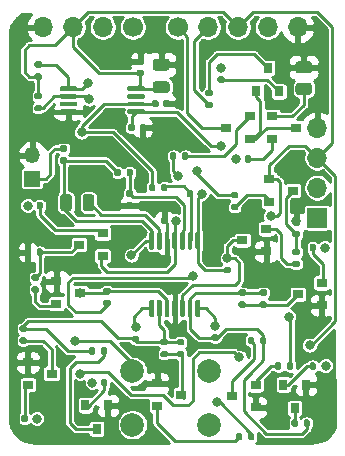
<source format=gbl>
%TF.GenerationSoftware,KiCad,Pcbnew,5.1.10-88a1d61d58~88~ubuntu18.04.1*%
%TF.CreationDate,2021-08-09T12:07:12+05:30*%
%TF.ProjectId,dhadak,64686164-616b-42e6-9b69-6361645f7063,1*%
%TF.SameCoordinates,Original*%
%TF.FileFunction,Copper,L2,Bot*%
%TF.FilePolarity,Positive*%
%FSLAX46Y46*%
G04 Gerber Fmt 4.6, Leading zero omitted, Abs format (unit mm)*
G04 Created by KiCad (PCBNEW 5.1.10-88a1d61d58~88~ubuntu18.04.1) date 2021-08-09 12:07:12*
%MOMM*%
%LPD*%
G01*
G04 APERTURE LIST*
%TA.AperFunction,ComponentPad*%
%ADD10O,1.700000X1.700000*%
%TD*%
%TA.AperFunction,ComponentPad*%
%ADD11C,1.700000*%
%TD*%
%TA.AperFunction,ComponentPad*%
%ADD12R,1.700000X1.700000*%
%TD*%
%TA.AperFunction,ComponentPad*%
%ADD13R,1.350000X1.350000*%
%TD*%
%TA.AperFunction,ComponentPad*%
%ADD14O,1.350000X1.350000*%
%TD*%
%TA.AperFunction,SMDPad,CuDef*%
%ADD15R,0.900000X0.800000*%
%TD*%
%TA.AperFunction,SMDPad,CuDef*%
%ADD16R,0.800000X0.900000*%
%TD*%
%TA.AperFunction,ComponentPad*%
%ADD17C,2.000000*%
%TD*%
%TA.AperFunction,ViaPad*%
%ADD18C,0.800000*%
%TD*%
%TA.AperFunction,Conductor*%
%ADD19C,0.250000*%
%TD*%
%TA.AperFunction,Conductor*%
%ADD20C,0.254000*%
%TD*%
%TA.AperFunction,Conductor*%
%ADD21C,0.100000*%
%TD*%
G04 APERTURE END LIST*
D10*
%TO.P,J2,4*%
%TO.N,GND*%
X120015000Y-92583000D03*
%TO.P,J2,3*%
%TO.N,VCC*%
X122555000Y-92583000D03*
%TO.P,J2,2*%
%TO.N,/RST*%
X125095000Y-92583000D03*
D11*
%TO.P,J2,1*%
%TO.N,/UPDI_DATA*%
X127635000Y-92583000D03*
%TD*%
%TO.P,J4,1*%
%TO.N,/RED_CATHODE*%
X131445000Y-92583000D03*
D10*
%TO.P,J4,2*%
%TO.N,/IR_CATHODE*%
X133985000Y-92583000D03*
%TO.P,J4,3*%
%TO.N,VCC*%
X136525000Y-92583000D03*
%TO.P,J4,4*%
%TO.N,/BATT*%
X139065000Y-92583000D03*
%TO.P,J4,5*%
%TO.N,GND*%
X141605000Y-92583000D03*
%TD*%
%TO.P,C6,1*%
%TO.N,GND*%
%TA.AperFunction,SMDPad,CuDef*%
G36*
G01*
X129573000Y-95263000D02*
X130523000Y-95263000D01*
G75*
G02*
X130773000Y-95513000I0J-250000D01*
G01*
X130773000Y-96013000D01*
G75*
G02*
X130523000Y-96263000I-250000J0D01*
G01*
X129573000Y-96263000D01*
G75*
G02*
X129323000Y-96013000I0J250000D01*
G01*
X129323000Y-95513000D01*
G75*
G02*
X129573000Y-95263000I250000J0D01*
G01*
G37*
%TD.AperFunction*%
%TO.P,C6,2*%
%TO.N,VCC*%
%TA.AperFunction,SMDPad,CuDef*%
G36*
G01*
X129573000Y-97163000D02*
X130523000Y-97163000D01*
G75*
G02*
X130773000Y-97413000I0J-250000D01*
G01*
X130773000Y-97913000D01*
G75*
G02*
X130523000Y-98163000I-250000J0D01*
G01*
X129573000Y-98163000D01*
G75*
G02*
X129323000Y-97913000I0J250000D01*
G01*
X129323000Y-97413000D01*
G75*
G02*
X129573000Y-97163000I250000J0D01*
G01*
G37*
%TD.AperFunction*%
%TD*%
%TO.P,C9,2*%
%TO.N,PD_CATHODE*%
%TA.AperFunction,SMDPad,CuDef*%
G36*
G01*
X123386000Y-107917000D02*
X123386000Y-106967000D01*
G75*
G02*
X123636000Y-106717000I250000J0D01*
G01*
X124136000Y-106717000D01*
G75*
G02*
X124386000Y-106967000I0J-250000D01*
G01*
X124386000Y-107917000D01*
G75*
G02*
X124136000Y-108167000I-250000J0D01*
G01*
X123636000Y-108167000D01*
G75*
G02*
X123386000Y-107917000I0J250000D01*
G01*
G37*
%TD.AperFunction*%
%TO.P,C9,1*%
%TO.N,ITOV*%
%TA.AperFunction,SMDPad,CuDef*%
G36*
G01*
X121486000Y-107917000D02*
X121486000Y-106967000D01*
G75*
G02*
X121736000Y-106717000I250000J0D01*
G01*
X122236000Y-106717000D01*
G75*
G02*
X122486000Y-106967000I0J-250000D01*
G01*
X122486000Y-107917000D01*
G75*
G02*
X122236000Y-108167000I-250000J0D01*
G01*
X121736000Y-108167000D01*
G75*
G02*
X121486000Y-107917000I0J250000D01*
G01*
G37*
%TD.AperFunction*%
%TD*%
%TO.P,U2,1*%
%TO.N,ITOV*%
%TA.AperFunction,SMDPad,CuDef*%
G36*
G01*
X129141000Y-109938000D02*
X129341000Y-109938000D01*
G75*
G02*
X129441000Y-110038000I0J-100000D01*
G01*
X129441000Y-111313000D01*
G75*
G02*
X129341000Y-111413000I-100000J0D01*
G01*
X129141000Y-111413000D01*
G75*
G02*
X129041000Y-111313000I0J100000D01*
G01*
X129041000Y-110038000D01*
G75*
G02*
X129141000Y-109938000I100000J0D01*
G01*
G37*
%TD.AperFunction*%
%TO.P,U2,2*%
%TO.N,PD_CATHODE*%
%TA.AperFunction,SMDPad,CuDef*%
G36*
G01*
X129791000Y-109938000D02*
X129991000Y-109938000D01*
G75*
G02*
X130091000Y-110038000I0J-100000D01*
G01*
X130091000Y-111313000D01*
G75*
G02*
X129991000Y-111413000I-100000J0D01*
G01*
X129791000Y-111413000D01*
G75*
G02*
X129691000Y-111313000I0J100000D01*
G01*
X129691000Y-110038000D01*
G75*
G02*
X129791000Y-109938000I100000J0D01*
G01*
G37*
%TD.AperFunction*%
%TO.P,U2,3*%
%TO.N,GND*%
%TA.AperFunction,SMDPad,CuDef*%
G36*
G01*
X130441000Y-109938000D02*
X130641000Y-109938000D01*
G75*
G02*
X130741000Y-110038000I0J-100000D01*
G01*
X130741000Y-111313000D01*
G75*
G02*
X130641000Y-111413000I-100000J0D01*
G01*
X130441000Y-111413000D01*
G75*
G02*
X130341000Y-111313000I0J100000D01*
G01*
X130341000Y-110038000D01*
G75*
G02*
X130441000Y-109938000I100000J0D01*
G01*
G37*
%TD.AperFunction*%
%TO.P,U2,4*%
%TO.N,VCC*%
%TA.AperFunction,SMDPad,CuDef*%
G36*
G01*
X131091000Y-109938000D02*
X131291000Y-109938000D01*
G75*
G02*
X131391000Y-110038000I0J-100000D01*
G01*
X131391000Y-111313000D01*
G75*
G02*
X131291000Y-111413000I-100000J0D01*
G01*
X131091000Y-111413000D01*
G75*
G02*
X130991000Y-111313000I0J100000D01*
G01*
X130991000Y-110038000D01*
G75*
G02*
X131091000Y-109938000I100000J0D01*
G01*
G37*
%TD.AperFunction*%
%TO.P,U2,5*%
%TO.N,Net-(R17-Pad1)*%
%TA.AperFunction,SMDPad,CuDef*%
G36*
G01*
X131741000Y-109938000D02*
X131941000Y-109938000D01*
G75*
G02*
X132041000Y-110038000I0J-100000D01*
G01*
X132041000Y-111313000D01*
G75*
G02*
X131941000Y-111413000I-100000J0D01*
G01*
X131741000Y-111413000D01*
G75*
G02*
X131641000Y-111313000I0J100000D01*
G01*
X131641000Y-110038000D01*
G75*
G02*
X131741000Y-109938000I100000J0D01*
G01*
G37*
%TD.AperFunction*%
%TO.P,U2,6*%
%TO.N,Net-(R18-Pad1)*%
%TA.AperFunction,SMDPad,CuDef*%
G36*
G01*
X132391000Y-109938000D02*
X132591000Y-109938000D01*
G75*
G02*
X132691000Y-110038000I0J-100000D01*
G01*
X132691000Y-111313000D01*
G75*
G02*
X132591000Y-111413000I-100000J0D01*
G01*
X132391000Y-111413000D01*
G75*
G02*
X132291000Y-111313000I0J100000D01*
G01*
X132291000Y-110038000D01*
G75*
G02*
X132391000Y-109938000I100000J0D01*
G01*
G37*
%TD.AperFunction*%
%TO.P,U2,7*%
%TO.N,AMP*%
%TA.AperFunction,SMDPad,CuDef*%
G36*
G01*
X133041000Y-109938000D02*
X133241000Y-109938000D01*
G75*
G02*
X133341000Y-110038000I0J-100000D01*
G01*
X133341000Y-111313000D01*
G75*
G02*
X133241000Y-111413000I-100000J0D01*
G01*
X133041000Y-111413000D01*
G75*
G02*
X132941000Y-111313000I0J100000D01*
G01*
X132941000Y-110038000D01*
G75*
G02*
X133041000Y-109938000I100000J0D01*
G01*
G37*
%TD.AperFunction*%
%TO.P,U2,8*%
%TO.N,IR_OUT*%
%TA.AperFunction,SMDPad,CuDef*%
G36*
G01*
X133041000Y-115663000D02*
X133241000Y-115663000D01*
G75*
G02*
X133341000Y-115763000I0J-100000D01*
G01*
X133341000Y-117038000D01*
G75*
G02*
X133241000Y-117138000I-100000J0D01*
G01*
X133041000Y-117138000D01*
G75*
G02*
X132941000Y-117038000I0J100000D01*
G01*
X132941000Y-115763000D01*
G75*
G02*
X133041000Y-115663000I100000J0D01*
G01*
G37*
%TD.AperFunction*%
%TO.P,U2,9*%
%TO.N,Net-(R31-Pad2)*%
%TA.AperFunction,SMDPad,CuDef*%
G36*
G01*
X132391000Y-115663000D02*
X132591000Y-115663000D01*
G75*
G02*
X132691000Y-115763000I0J-100000D01*
G01*
X132691000Y-117038000D01*
G75*
G02*
X132591000Y-117138000I-100000J0D01*
G01*
X132391000Y-117138000D01*
G75*
G02*
X132291000Y-117038000I0J100000D01*
G01*
X132291000Y-115763000D01*
G75*
G02*
X132391000Y-115663000I100000J0D01*
G01*
G37*
%TD.AperFunction*%
%TO.P,U2,10*%
%TO.N,IR_SIG*%
%TA.AperFunction,SMDPad,CuDef*%
G36*
G01*
X131741000Y-115663000D02*
X131941000Y-115663000D01*
G75*
G02*
X132041000Y-115763000I0J-100000D01*
G01*
X132041000Y-117038000D01*
G75*
G02*
X131941000Y-117138000I-100000J0D01*
G01*
X131741000Y-117138000D01*
G75*
G02*
X131641000Y-117038000I0J100000D01*
G01*
X131641000Y-115763000D01*
G75*
G02*
X131741000Y-115663000I100000J0D01*
G01*
G37*
%TD.AperFunction*%
%TO.P,U2,11*%
%TO.N,GND*%
%TA.AperFunction,SMDPad,CuDef*%
G36*
G01*
X131091000Y-115663000D02*
X131291000Y-115663000D01*
G75*
G02*
X131391000Y-115763000I0J-100000D01*
G01*
X131391000Y-117038000D01*
G75*
G02*
X131291000Y-117138000I-100000J0D01*
G01*
X131091000Y-117138000D01*
G75*
G02*
X130991000Y-117038000I0J100000D01*
G01*
X130991000Y-115763000D01*
G75*
G02*
X131091000Y-115663000I100000J0D01*
G01*
G37*
%TD.AperFunction*%
%TO.P,U2,12*%
%TO.N,RED_SIG*%
%TA.AperFunction,SMDPad,CuDef*%
G36*
G01*
X130441000Y-115663000D02*
X130641000Y-115663000D01*
G75*
G02*
X130741000Y-115763000I0J-100000D01*
G01*
X130741000Y-117038000D01*
G75*
G02*
X130641000Y-117138000I-100000J0D01*
G01*
X130441000Y-117138000D01*
G75*
G02*
X130341000Y-117038000I0J100000D01*
G01*
X130341000Y-115763000D01*
G75*
G02*
X130441000Y-115663000I100000J0D01*
G01*
G37*
%TD.AperFunction*%
%TO.P,U2,13*%
%TO.N,Net-(R32-Pad2)*%
%TA.AperFunction,SMDPad,CuDef*%
G36*
G01*
X129791000Y-115663000D02*
X129991000Y-115663000D01*
G75*
G02*
X130091000Y-115763000I0J-100000D01*
G01*
X130091000Y-117038000D01*
G75*
G02*
X129991000Y-117138000I-100000J0D01*
G01*
X129791000Y-117138000D01*
G75*
G02*
X129691000Y-117038000I0J100000D01*
G01*
X129691000Y-115763000D01*
G75*
G02*
X129791000Y-115663000I100000J0D01*
G01*
G37*
%TD.AperFunction*%
%TO.P,U2,14*%
%TO.N,RED_OUT*%
%TA.AperFunction,SMDPad,CuDef*%
G36*
G01*
X129141000Y-115663000D02*
X129341000Y-115663000D01*
G75*
G02*
X129441000Y-115763000I0J-100000D01*
G01*
X129441000Y-117038000D01*
G75*
G02*
X129341000Y-117138000I-100000J0D01*
G01*
X129141000Y-117138000D01*
G75*
G02*
X129041000Y-117038000I0J100000D01*
G01*
X129041000Y-115763000D01*
G75*
G02*
X129141000Y-115663000I100000J0D01*
G01*
G37*
%TD.AperFunction*%
%TD*%
%TO.P,C3,1*%
%TO.N,DAC_DIFF*%
%TA.AperFunction,SMDPad,CuDef*%
G36*
G01*
X129260000Y-99230000D02*
X129260000Y-98890000D01*
G75*
G02*
X129400000Y-98750000I140000J0D01*
G01*
X129680000Y-98750000D01*
G75*
G02*
X129820000Y-98890000I0J-140000D01*
G01*
X129820000Y-99230000D01*
G75*
G02*
X129680000Y-99370000I-140000J0D01*
G01*
X129400000Y-99370000D01*
G75*
G02*
X129260000Y-99230000I0J140000D01*
G01*
G37*
%TD.AperFunction*%
%TO.P,C3,2*%
%TO.N,GND*%
%TA.AperFunction,SMDPad,CuDef*%
G36*
G01*
X130220000Y-99230000D02*
X130220000Y-98890000D01*
G75*
G02*
X130360000Y-98750000I140000J0D01*
G01*
X130640000Y-98750000D01*
G75*
G02*
X130780000Y-98890000I0J-140000D01*
G01*
X130780000Y-99230000D01*
G75*
G02*
X130640000Y-99370000I-140000J0D01*
G01*
X130360000Y-99370000D01*
G75*
G02*
X130220000Y-99230000I0J140000D01*
G01*
G37*
%TD.AperFunction*%
%TD*%
%TO.P,C4,2*%
%TO.N,VCC*%
%TA.AperFunction,SMDPad,CuDef*%
G36*
G01*
X128100000Y-96184000D02*
X128440000Y-96184000D01*
G75*
G02*
X128580000Y-96324000I0J-140000D01*
G01*
X128580000Y-96604000D01*
G75*
G02*
X128440000Y-96744000I-140000J0D01*
G01*
X128100000Y-96744000D01*
G75*
G02*
X127960000Y-96604000I0J140000D01*
G01*
X127960000Y-96324000D01*
G75*
G02*
X128100000Y-96184000I140000J0D01*
G01*
G37*
%TD.AperFunction*%
%TO.P,C4,1*%
%TO.N,GND*%
%TA.AperFunction,SMDPad,CuDef*%
G36*
G01*
X128100000Y-95224000D02*
X128440000Y-95224000D01*
G75*
G02*
X128580000Y-95364000I0J-140000D01*
G01*
X128580000Y-95644000D01*
G75*
G02*
X128440000Y-95784000I-140000J0D01*
G01*
X128100000Y-95784000D01*
G75*
G02*
X127960000Y-95644000I0J140000D01*
G01*
X127960000Y-95364000D01*
G75*
G02*
X128100000Y-95224000I140000J0D01*
G01*
G37*
%TD.AperFunction*%
%TD*%
%TO.P,C5,2*%
%TO.N,GND*%
%TA.AperFunction,SMDPad,CuDef*%
G36*
G01*
X128216000Y-101262000D02*
X128216000Y-100922000D01*
G75*
G02*
X128356000Y-100782000I140000J0D01*
G01*
X128636000Y-100782000D01*
G75*
G02*
X128776000Y-100922000I0J-140000D01*
G01*
X128776000Y-101262000D01*
G75*
G02*
X128636000Y-101402000I-140000J0D01*
G01*
X128356000Y-101402000D01*
G75*
G02*
X128216000Y-101262000I0J140000D01*
G01*
G37*
%TD.AperFunction*%
%TO.P,C5,1*%
%TO.N,/DAC_LED*%
%TA.AperFunction,SMDPad,CuDef*%
G36*
G01*
X127256000Y-101262000D02*
X127256000Y-100922000D01*
G75*
G02*
X127396000Y-100782000I140000J0D01*
G01*
X127676000Y-100782000D01*
G75*
G02*
X127816000Y-100922000I0J-140000D01*
G01*
X127816000Y-101262000D01*
G75*
G02*
X127676000Y-101402000I-140000J0D01*
G01*
X127396000Y-101402000D01*
G75*
G02*
X127256000Y-101262000I0J140000D01*
G01*
G37*
%TD.AperFunction*%
%TD*%
%TO.P,C10,1*%
%TO.N,GND*%
%TA.AperFunction,SMDPad,CuDef*%
G36*
G01*
X130050000Y-109136000D02*
X130050000Y-108796000D01*
G75*
G02*
X130190000Y-108656000I140000J0D01*
G01*
X130470000Y-108656000D01*
G75*
G02*
X130610000Y-108796000I0J-140000D01*
G01*
X130610000Y-109136000D01*
G75*
G02*
X130470000Y-109276000I-140000J0D01*
G01*
X130190000Y-109276000D01*
G75*
G02*
X130050000Y-109136000I0J140000D01*
G01*
G37*
%TD.AperFunction*%
%TO.P,C10,2*%
%TO.N,VCC*%
%TA.AperFunction,SMDPad,CuDef*%
G36*
G01*
X131010000Y-109136000D02*
X131010000Y-108796000D01*
G75*
G02*
X131150000Y-108656000I140000J0D01*
G01*
X131430000Y-108656000D01*
G75*
G02*
X131570000Y-108796000I0J-140000D01*
G01*
X131570000Y-109136000D01*
G75*
G02*
X131430000Y-109276000I-140000J0D01*
G01*
X131150000Y-109276000D01*
G75*
G02*
X131010000Y-109136000I0J140000D01*
G01*
G37*
%TD.AperFunction*%
%TD*%
%TO.P,IC1,8*%
%TO.N,/DAC_SDA*%
%TA.AperFunction,SMDPad,CuDef*%
G36*
G01*
X122924999Y-97694001D02*
X122924999Y-97894001D01*
G75*
G02*
X122824999Y-97994001I-100000J0D01*
G01*
X121549999Y-97994001D01*
G75*
G02*
X121449999Y-97894001I0J100000D01*
G01*
X121449999Y-97694001D01*
G75*
G02*
X121549999Y-97594001I100000J0D01*
G01*
X122824999Y-97594001D01*
G75*
G02*
X122924999Y-97694001I0J-100000D01*
G01*
G37*
%TD.AperFunction*%
%TO.P,IC1,7*%
%TO.N,/DAC_SCL*%
%TA.AperFunction,SMDPad,CuDef*%
G36*
G01*
X122924999Y-98344001D02*
X122924999Y-98544001D01*
G75*
G02*
X122824999Y-98644001I-100000J0D01*
G01*
X121549999Y-98644001D01*
G75*
G02*
X121449999Y-98544001I0J100000D01*
G01*
X121449999Y-98344001D01*
G75*
G02*
X121549999Y-98244001I100000J0D01*
G01*
X122824999Y-98244001D01*
G75*
G02*
X122924999Y-98344001I0J-100000D01*
G01*
G37*
%TD.AperFunction*%
%TO.P,IC1,6*%
%TO.N,Net-(IC1-Pad6)*%
%TA.AperFunction,SMDPad,CuDef*%
G36*
G01*
X122924999Y-98994001D02*
X122924999Y-99194001D01*
G75*
G02*
X122824999Y-99294001I-100000J0D01*
G01*
X121549999Y-99294001D01*
G75*
G02*
X121449999Y-99194001I0J100000D01*
G01*
X121449999Y-98994001D01*
G75*
G02*
X121549999Y-98894001I100000J0D01*
G01*
X122824999Y-98894001D01*
G75*
G02*
X122924999Y-98994001I0J-100000D01*
G01*
G37*
%TD.AperFunction*%
%TO.P,IC1,5*%
%TO.N,GND*%
%TA.AperFunction,SMDPad,CuDef*%
G36*
G01*
X122924999Y-99644001D02*
X122924999Y-99844001D01*
G75*
G02*
X122824999Y-99944001I-100000J0D01*
G01*
X121549999Y-99944001D01*
G75*
G02*
X121449999Y-99844001I0J100000D01*
G01*
X121449999Y-99644001D01*
G75*
G02*
X121549999Y-99544001I100000J0D01*
G01*
X122824999Y-99544001D01*
G75*
G02*
X122924999Y-99644001I0J-100000D01*
G01*
G37*
%TD.AperFunction*%
%TO.P,IC1,4*%
%TO.N,/DAC_LED*%
%TA.AperFunction,SMDPad,CuDef*%
G36*
G01*
X128649999Y-99644001D02*
X128649999Y-99844001D01*
G75*
G02*
X128549999Y-99944001I-100000J0D01*
G01*
X127274999Y-99944001D01*
G75*
G02*
X127174999Y-99844001I0J100000D01*
G01*
X127174999Y-99644001D01*
G75*
G02*
X127274999Y-99544001I100000J0D01*
G01*
X128549999Y-99544001D01*
G75*
G02*
X128649999Y-99644001I0J-100000D01*
G01*
G37*
%TD.AperFunction*%
%TO.P,IC1,3*%
%TO.N,DAC_DIFF*%
%TA.AperFunction,SMDPad,CuDef*%
G36*
G01*
X128649999Y-98994001D02*
X128649999Y-99194001D01*
G75*
G02*
X128549999Y-99294001I-100000J0D01*
G01*
X127274999Y-99294001D01*
G75*
G02*
X127174999Y-99194001I0J100000D01*
G01*
X127174999Y-98994001D01*
G75*
G02*
X127274999Y-98894001I100000J0D01*
G01*
X128549999Y-98894001D01*
G75*
G02*
X128649999Y-98994001I0J-100000D01*
G01*
G37*
%TD.AperFunction*%
%TO.P,IC1,2*%
%TO.N,Net-(IC1-Pad2)*%
%TA.AperFunction,SMDPad,CuDef*%
G36*
G01*
X128649999Y-98344001D02*
X128649999Y-98544001D01*
G75*
G02*
X128549999Y-98644001I-100000J0D01*
G01*
X127274999Y-98644001D01*
G75*
G02*
X127174999Y-98544001I0J100000D01*
G01*
X127174999Y-98344001D01*
G75*
G02*
X127274999Y-98244001I100000J0D01*
G01*
X128549999Y-98244001D01*
G75*
G02*
X128649999Y-98344001I0J-100000D01*
G01*
G37*
%TD.AperFunction*%
%TO.P,IC1,1*%
%TO.N,VCC*%
%TA.AperFunction,SMDPad,CuDef*%
G36*
G01*
X128649999Y-97694001D02*
X128649999Y-97894001D01*
G75*
G02*
X128549999Y-97994001I-100000J0D01*
G01*
X127274999Y-97994001D01*
G75*
G02*
X127174999Y-97894001I0J100000D01*
G01*
X127174999Y-97694001D01*
G75*
G02*
X127274999Y-97594001I100000J0D01*
G01*
X128549999Y-97594001D01*
G75*
G02*
X128649999Y-97694001I0J-100000D01*
G01*
G37*
%TD.AperFunction*%
%TD*%
%TO.P,J1,4*%
%TO.N,GND*%
X143256000Y-101092000D03*
%TO.P,J1,3*%
%TO.N,VCC*%
X143256000Y-103632000D03*
%TO.P,J1,2*%
%TO.N,/OLED_SCL*%
X143256000Y-106172000D03*
D12*
%TO.P,J1,1*%
%TO.N,/OLED_SDA*%
X143256000Y-108712000D03*
%TD*%
D13*
%TO.P,J3,1*%
%TO.N,PD_CATHODE*%
X119126000Y-105410000D03*
D14*
%TO.P,J3,2*%
%TO.N,GND*%
X119126000Y-103410000D03*
%TD*%
D15*
%TO.P,Q1,3*%
%TO.N,/RED_CATHODE*%
X135525000Y-101092000D03*
%TO.P,Q1,2*%
%TO.N,Net-(Q1-Pad2)*%
X137525000Y-102042000D03*
%TO.P,Q1,1*%
%TO.N,Net-(Q1-Pad1)*%
X137525000Y-100142000D03*
%TD*%
%TO.P,Q2,3*%
%TO.N,Net-(Q1-Pad2)*%
X141462000Y-101092000D03*
%TO.P,Q2,2*%
%TO.N,Net-(Q2-Pad2)*%
X139462000Y-100142000D03*
%TO.P,Q2,1*%
%TO.N,Net-(Q2-Pad1)*%
X139462000Y-102042000D03*
%TD*%
D16*
%TO.P,Q3,1*%
%TO.N,Net-(Q3-Pad1)*%
X140015000Y-98028000D03*
%TO.P,Q3,2*%
%TO.N,Net-(Q1-Pad2)*%
X138115000Y-98028000D03*
%TO.P,Q3,3*%
%TO.N,Net-(Q3-Pad3)*%
X139065000Y-96028000D03*
%TD*%
D15*
%TO.P,Q7,3*%
%TO.N,Net-(Q7-Pad3)*%
X141192000Y-106426000D03*
%TO.P,Q7,2*%
%TO.N,VCC*%
X139192000Y-105476000D03*
%TO.P,Q7,1*%
%TO.N,Net-(Q7-Pad1)*%
X139192000Y-107376000D03*
%TD*%
%TO.P,Q8,3*%
%TO.N,Net-(Q8-Pad3)*%
X123079000Y-110998000D03*
%TO.P,Q8,2*%
%TO.N,VCC*%
X125079000Y-111948000D03*
%TO.P,Q8,1*%
%TO.N,Net-(Q8-Pad1)*%
X125079000Y-110048000D03*
%TD*%
%TO.P,Q9,3*%
%TO.N,IR_SIG*%
X136922000Y-110617000D03*
%TO.P,Q9,2*%
%TO.N,GND*%
X138922000Y-111567000D03*
%TO.P,Q9,1*%
%TO.N,Net-(Q9-Pad1)*%
X138922000Y-109667000D03*
%TD*%
%TO.P,Q10,1*%
%TO.N,Net-(Q10-Pad1)*%
X121174000Y-116012000D03*
%TO.P,Q10,2*%
%TO.N,GND*%
X121174000Y-114112000D03*
%TO.P,Q10,3*%
%TO.N,RED_SIG*%
X123174000Y-115062000D03*
%TD*%
%TO.P,Q11,3*%
%TO.N,Net-(Q11-Pad3)*%
X136033000Y-123825000D03*
%TO.P,Q11,2*%
%TO.N,GND*%
X138033000Y-124775000D03*
%TO.P,Q11,1*%
%TO.N,Net-(Q11-Pad1)*%
X138033000Y-122875000D03*
%TD*%
%TO.P,Q12,1*%
%TO.N,Net-(Q12-Pad1)*%
X118761000Y-122870000D03*
%TO.P,Q12,2*%
%TO.N,GND*%
X118761000Y-120970000D03*
%TO.P,Q12,3*%
%TO.N,Net-(Q12-Pad3)*%
X120761000Y-121920000D03*
%TD*%
D16*
%TO.P,Q13,3*%
%TO.N,Net-(Q13-Pad3)*%
X141351000Y-124841000D03*
%TO.P,Q13,2*%
%TO.N,GND*%
X142301000Y-122841000D03*
%TO.P,Q13,1*%
%TO.N,Net-(Q13-Pad1)*%
X140401000Y-122841000D03*
%TD*%
%TO.P,Q14,1*%
%TO.N,Net-(Q14-Pad1)*%
X123637000Y-124603000D03*
%TO.P,Q14,2*%
%TO.N,GND*%
X125537000Y-124603000D03*
%TO.P,Q14,3*%
%TO.N,Net-(Q14-Pad3)*%
X124587000Y-126603000D03*
%TD*%
D15*
%TO.P,Q15,1*%
%TO.N,Net-(Q15-Pad1)*%
X143621000Y-114239000D03*
%TO.P,Q15,2*%
%TO.N,GND*%
X143621000Y-116139000D03*
%TO.P,Q15,3*%
%TO.N,Net-(Q15-Pad3)*%
X141621000Y-115189000D03*
%TD*%
%TO.P,Q16,1*%
%TO.N,Net-(Q16-Pad1)*%
X129699000Y-124648000D03*
%TO.P,Q16,2*%
%TO.N,GND*%
X129699000Y-122748000D03*
%TO.P,Q16,3*%
%TO.N,Net-(Q16-Pad3)*%
X131699000Y-123698000D03*
%TD*%
%TO.P,R4,1*%
%TO.N,Net-(Q1-Pad1)*%
%TA.AperFunction,SMDPad,CuDef*%
G36*
G01*
X132352000Y-103320000D02*
X132352000Y-103690000D01*
G75*
G02*
X132217000Y-103825000I-135000J0D01*
G01*
X131947000Y-103825000D01*
G75*
G02*
X131812000Y-103690000I0J135000D01*
G01*
X131812000Y-103320000D01*
G75*
G02*
X131947000Y-103185000I135000J0D01*
G01*
X132217000Y-103185000D01*
G75*
G02*
X132352000Y-103320000I0J-135000D01*
G01*
G37*
%TD.AperFunction*%
%TO.P,R4,2*%
%TO.N,RED_PULSE*%
%TA.AperFunction,SMDPad,CuDef*%
G36*
G01*
X131332000Y-103320000D02*
X131332000Y-103690000D01*
G75*
G02*
X131197000Y-103825000I-135000J0D01*
G01*
X130927000Y-103825000D01*
G75*
G02*
X130792000Y-103690000I0J135000D01*
G01*
X130792000Y-103320000D01*
G75*
G02*
X130927000Y-103185000I135000J0D01*
G01*
X131197000Y-103185000D01*
G75*
G02*
X131332000Y-103320000I0J-135000D01*
G01*
G37*
%TD.AperFunction*%
%TD*%
%TO.P,R5,1*%
%TO.N,Net-(Q2-Pad1)*%
%TA.AperFunction,SMDPad,CuDef*%
G36*
G01*
X137686000Y-103574000D02*
X137686000Y-103944000D01*
G75*
G02*
X137551000Y-104079000I-135000J0D01*
G01*
X137281000Y-104079000D01*
G75*
G02*
X137146000Y-103944000I0J135000D01*
G01*
X137146000Y-103574000D01*
G75*
G02*
X137281000Y-103439000I135000J0D01*
G01*
X137551000Y-103439000D01*
G75*
G02*
X137686000Y-103574000I0J-135000D01*
G01*
G37*
%TD.AperFunction*%
%TO.P,R5,2*%
%TO.N,/DAC_LED*%
%TA.AperFunction,SMDPad,CuDef*%
G36*
G01*
X136666000Y-103574000D02*
X136666000Y-103944000D01*
G75*
G02*
X136531000Y-104079000I-135000J0D01*
G01*
X136261000Y-104079000D01*
G75*
G02*
X136126000Y-103944000I0J135000D01*
G01*
X136126000Y-103574000D01*
G75*
G02*
X136261000Y-103439000I135000J0D01*
G01*
X136531000Y-103439000D01*
G75*
G02*
X136666000Y-103574000I0J-135000D01*
G01*
G37*
%TD.AperFunction*%
%TD*%
%TO.P,R6,1*%
%TO.N,GND*%
%TA.AperFunction,SMDPad,CuDef*%
G36*
G01*
X141662998Y-95476000D02*
X142563002Y-95476000D01*
G75*
G02*
X142813000Y-95725998I0J-249998D01*
G01*
X142813000Y-96251002D01*
G75*
G02*
X142563002Y-96501000I-249998J0D01*
G01*
X141662998Y-96501000D01*
G75*
G02*
X141413000Y-96251002I0J249998D01*
G01*
X141413000Y-95725998D01*
G75*
G02*
X141662998Y-95476000I249998J0D01*
G01*
G37*
%TD.AperFunction*%
%TO.P,R6,2*%
%TO.N,Net-(Q2-Pad2)*%
%TA.AperFunction,SMDPad,CuDef*%
G36*
G01*
X141662998Y-97301000D02*
X142563002Y-97301000D01*
G75*
G02*
X142813000Y-97550998I0J-249998D01*
G01*
X142813000Y-98076002D01*
G75*
G02*
X142563002Y-98326000I-249998J0D01*
G01*
X141662998Y-98326000D01*
G75*
G02*
X141413000Y-98076002I0J249998D01*
G01*
X141413000Y-97550998D01*
G75*
G02*
X141662998Y-97301000I249998J0D01*
G01*
G37*
%TD.AperFunction*%
%TD*%
%TO.P,R7,1*%
%TO.N,Net-(Q3-Pad3)*%
%TA.AperFunction,SMDPad,CuDef*%
G36*
G01*
X133927000Y-97897000D02*
X134297000Y-97897000D01*
G75*
G02*
X134432000Y-98032000I0J-135000D01*
G01*
X134432000Y-98302000D01*
G75*
G02*
X134297000Y-98437000I-135000J0D01*
G01*
X133927000Y-98437000D01*
G75*
G02*
X133792000Y-98302000I0J135000D01*
G01*
X133792000Y-98032000D01*
G75*
G02*
X133927000Y-97897000I135000J0D01*
G01*
G37*
%TD.AperFunction*%
%TO.P,R7,2*%
%TO.N,/IR_CATHODE*%
%TA.AperFunction,SMDPad,CuDef*%
G36*
G01*
X133927000Y-98917000D02*
X134297000Y-98917000D01*
G75*
G02*
X134432000Y-99052000I0J-135000D01*
G01*
X134432000Y-99322000D01*
G75*
G02*
X134297000Y-99457000I-135000J0D01*
G01*
X133927000Y-99457000D01*
G75*
G02*
X133792000Y-99322000I0J135000D01*
G01*
X133792000Y-99052000D01*
G75*
G02*
X133927000Y-98917000I135000J0D01*
G01*
G37*
%TD.AperFunction*%
%TD*%
%TO.P,R8,2*%
%TO.N,Net-(Q3-Pad1)*%
%TA.AperFunction,SMDPad,CuDef*%
G36*
G01*
X134943000Y-96758000D02*
X135313000Y-96758000D01*
G75*
G02*
X135448000Y-96893000I0J-135000D01*
G01*
X135448000Y-97163000D01*
G75*
G02*
X135313000Y-97298000I-135000J0D01*
G01*
X134943000Y-97298000D01*
G75*
G02*
X134808000Y-97163000I0J135000D01*
G01*
X134808000Y-96893000D01*
G75*
G02*
X134943000Y-96758000I135000J0D01*
G01*
G37*
%TD.AperFunction*%
%TO.P,R8,1*%
%TO.N,IR_PULSE*%
%TA.AperFunction,SMDPad,CuDef*%
G36*
G01*
X134943000Y-95738000D02*
X135313000Y-95738000D01*
G75*
G02*
X135448000Y-95873000I0J-135000D01*
G01*
X135448000Y-96143000D01*
G75*
G02*
X135313000Y-96278000I-135000J0D01*
G01*
X134943000Y-96278000D01*
G75*
G02*
X134808000Y-96143000I0J135000D01*
G01*
X134808000Y-95873000D01*
G75*
G02*
X134943000Y-95738000I135000J0D01*
G01*
G37*
%TD.AperFunction*%
%TD*%
%TO.P,R14,1*%
%TO.N,/DAC_SCL*%
%TA.AperFunction,SMDPad,CuDef*%
G36*
G01*
X119819000Y-99715000D02*
X119449000Y-99715000D01*
G75*
G02*
X119314000Y-99580000I0J135000D01*
G01*
X119314000Y-99310000D01*
G75*
G02*
X119449000Y-99175000I135000J0D01*
G01*
X119819000Y-99175000D01*
G75*
G02*
X119954000Y-99310000I0J-135000D01*
G01*
X119954000Y-99580000D01*
G75*
G02*
X119819000Y-99715000I-135000J0D01*
G01*
G37*
%TD.AperFunction*%
%TO.P,R14,2*%
%TO.N,VCC*%
%TA.AperFunction,SMDPad,CuDef*%
G36*
G01*
X119819000Y-98695000D02*
X119449000Y-98695000D01*
G75*
G02*
X119314000Y-98560000I0J135000D01*
G01*
X119314000Y-98290000D01*
G75*
G02*
X119449000Y-98155000I135000J0D01*
G01*
X119819000Y-98155000D01*
G75*
G02*
X119954000Y-98290000I0J-135000D01*
G01*
X119954000Y-98560000D01*
G75*
G02*
X119819000Y-98695000I-135000J0D01*
G01*
G37*
%TD.AperFunction*%
%TD*%
%TO.P,R15,2*%
%TO.N,VCC*%
%TA.AperFunction,SMDPad,CuDef*%
G36*
G01*
X119449000Y-96504000D02*
X119819000Y-96504000D01*
G75*
G02*
X119954000Y-96639000I0J-135000D01*
G01*
X119954000Y-96909000D01*
G75*
G02*
X119819000Y-97044000I-135000J0D01*
G01*
X119449000Y-97044000D01*
G75*
G02*
X119314000Y-96909000I0J135000D01*
G01*
X119314000Y-96639000D01*
G75*
G02*
X119449000Y-96504000I135000J0D01*
G01*
G37*
%TD.AperFunction*%
%TO.P,R15,1*%
%TO.N,/DAC_SDA*%
%TA.AperFunction,SMDPad,CuDef*%
G36*
G01*
X119449000Y-95484000D02*
X119819000Y-95484000D01*
G75*
G02*
X119954000Y-95619000I0J-135000D01*
G01*
X119954000Y-95889000D01*
G75*
G02*
X119819000Y-96024000I-135000J0D01*
G01*
X119449000Y-96024000D01*
G75*
G02*
X119314000Y-95889000I0J135000D01*
G01*
X119314000Y-95619000D01*
G75*
G02*
X119449000Y-95484000I135000J0D01*
G01*
G37*
%TD.AperFunction*%
%TD*%
%TO.P,R16,1*%
%TO.N,PD_CATHODE*%
%TA.AperFunction,SMDPad,CuDef*%
G36*
G01*
X121608000Y-102598000D02*
X121978000Y-102598000D01*
G75*
G02*
X122113000Y-102733000I0J-135000D01*
G01*
X122113000Y-103003000D01*
G75*
G02*
X121978000Y-103138000I-135000J0D01*
G01*
X121608000Y-103138000D01*
G75*
G02*
X121473000Y-103003000I0J135000D01*
G01*
X121473000Y-102733000D01*
G75*
G02*
X121608000Y-102598000I135000J0D01*
G01*
G37*
%TD.AperFunction*%
%TO.P,R16,2*%
%TO.N,ITOV*%
%TA.AperFunction,SMDPad,CuDef*%
G36*
G01*
X121608000Y-103618000D02*
X121978000Y-103618000D01*
G75*
G02*
X122113000Y-103753000I0J-135000D01*
G01*
X122113000Y-104023000D01*
G75*
G02*
X121978000Y-104158000I-135000J0D01*
G01*
X121608000Y-104158000D01*
G75*
G02*
X121473000Y-104023000I0J135000D01*
G01*
X121473000Y-103753000D01*
G75*
G02*
X121608000Y-103618000I135000J0D01*
G01*
G37*
%TD.AperFunction*%
%TD*%
%TO.P,R17,2*%
%TO.N,ITOV*%
%TA.AperFunction,SMDPad,CuDef*%
G36*
G01*
X126631000Y-104717000D02*
X126631000Y-105087000D01*
G75*
G02*
X126496000Y-105222000I-135000J0D01*
G01*
X126226000Y-105222000D01*
G75*
G02*
X126091000Y-105087000I0J135000D01*
G01*
X126091000Y-104717000D01*
G75*
G02*
X126226000Y-104582000I135000J0D01*
G01*
X126496000Y-104582000D01*
G75*
G02*
X126631000Y-104717000I0J-135000D01*
G01*
G37*
%TD.AperFunction*%
%TO.P,R17,1*%
%TO.N,Net-(R17-Pad1)*%
%TA.AperFunction,SMDPad,CuDef*%
G36*
G01*
X127651000Y-104717000D02*
X127651000Y-105087000D01*
G75*
G02*
X127516000Y-105222000I-135000J0D01*
G01*
X127246000Y-105222000D01*
G75*
G02*
X127111000Y-105087000I0J135000D01*
G01*
X127111000Y-104717000D01*
G75*
G02*
X127246000Y-104582000I135000J0D01*
G01*
X127516000Y-104582000D01*
G75*
G02*
X127651000Y-104717000I0J-135000D01*
G01*
G37*
%TD.AperFunction*%
%TD*%
%TO.P,R18,1*%
%TO.N,Net-(R18-Pad1)*%
%TA.AperFunction,SMDPad,CuDef*%
G36*
G01*
X130574000Y-105987000D02*
X130574000Y-106357000D01*
G75*
G02*
X130439000Y-106492000I-135000J0D01*
G01*
X130169000Y-106492000D01*
G75*
G02*
X130034000Y-106357000I0J135000D01*
G01*
X130034000Y-105987000D01*
G75*
G02*
X130169000Y-105852000I135000J0D01*
G01*
X130439000Y-105852000D01*
G75*
G02*
X130574000Y-105987000I0J-135000D01*
G01*
G37*
%TD.AperFunction*%
%TO.P,R18,2*%
%TO.N,DAC_DIFF*%
%TA.AperFunction,SMDPad,CuDef*%
G36*
G01*
X129554000Y-105987000D02*
X129554000Y-106357000D01*
G75*
G02*
X129419000Y-106492000I-135000J0D01*
G01*
X129149000Y-106492000D01*
G75*
G02*
X129014000Y-106357000I0J135000D01*
G01*
X129014000Y-105987000D01*
G75*
G02*
X129149000Y-105852000I135000J0D01*
G01*
X129419000Y-105852000D01*
G75*
G02*
X129554000Y-105987000I0J-135000D01*
G01*
G37*
%TD.AperFunction*%
%TD*%
%TO.P,R19,2*%
%TO.N,Net-(R17-Pad1)*%
%TA.AperFunction,SMDPad,CuDef*%
G36*
G01*
X127566000Y-106946000D02*
X127196000Y-106946000D01*
G75*
G02*
X127061000Y-106811000I0J135000D01*
G01*
X127061000Y-106541000D01*
G75*
G02*
X127196000Y-106406000I135000J0D01*
G01*
X127566000Y-106406000D01*
G75*
G02*
X127701000Y-106541000I0J-135000D01*
G01*
X127701000Y-106811000D01*
G75*
G02*
X127566000Y-106946000I-135000J0D01*
G01*
G37*
%TD.AperFunction*%
%TO.P,R19,1*%
%TO.N,GND*%
%TA.AperFunction,SMDPad,CuDef*%
G36*
G01*
X127566000Y-107966000D02*
X127196000Y-107966000D01*
G75*
G02*
X127061000Y-107831000I0J135000D01*
G01*
X127061000Y-107561000D01*
G75*
G02*
X127196000Y-107426000I135000J0D01*
G01*
X127566000Y-107426000D01*
G75*
G02*
X127701000Y-107561000I0J-135000D01*
G01*
X127701000Y-107831000D01*
G75*
G02*
X127566000Y-107966000I-135000J0D01*
G01*
G37*
%TD.AperFunction*%
%TD*%
%TO.P,R20,2*%
%TO.N,Net-(R18-Pad1)*%
%TA.AperFunction,SMDPad,CuDef*%
G36*
G01*
X132729000Y-106495000D02*
X132729000Y-106865000D01*
G75*
G02*
X132594000Y-107000000I-135000J0D01*
G01*
X132324000Y-107000000D01*
G75*
G02*
X132189000Y-106865000I0J135000D01*
G01*
X132189000Y-106495000D01*
G75*
G02*
X132324000Y-106360000I135000J0D01*
G01*
X132594000Y-106360000D01*
G75*
G02*
X132729000Y-106495000I0J-135000D01*
G01*
G37*
%TD.AperFunction*%
%TO.P,R20,1*%
%TO.N,AMP*%
%TA.AperFunction,SMDPad,CuDef*%
G36*
G01*
X133749000Y-106495000D02*
X133749000Y-106865000D01*
G75*
G02*
X133614000Y-107000000I-135000J0D01*
G01*
X133344000Y-107000000D01*
G75*
G02*
X133209000Y-106865000I0J135000D01*
G01*
X133209000Y-106495000D01*
G75*
G02*
X133344000Y-106360000I135000J0D01*
G01*
X133614000Y-106360000D01*
G75*
G02*
X133749000Y-106495000I0J-135000D01*
G01*
G37*
%TD.AperFunction*%
%TD*%
%TO.P,R21,2*%
%TO.N,Net-(Q7-Pad1)*%
%TA.AperFunction,SMDPad,CuDef*%
G36*
G01*
X136086000Y-107555000D02*
X136456000Y-107555000D01*
G75*
G02*
X136591000Y-107690000I0J-135000D01*
G01*
X136591000Y-107960000D01*
G75*
G02*
X136456000Y-108095000I-135000J0D01*
G01*
X136086000Y-108095000D01*
G75*
G02*
X135951000Y-107960000I0J135000D01*
G01*
X135951000Y-107690000D01*
G75*
G02*
X136086000Y-107555000I135000J0D01*
G01*
G37*
%TD.AperFunction*%
%TO.P,R21,1*%
%TO.N,IR_PULSE*%
%TA.AperFunction,SMDPad,CuDef*%
G36*
G01*
X136086000Y-106535000D02*
X136456000Y-106535000D01*
G75*
G02*
X136591000Y-106670000I0J-135000D01*
G01*
X136591000Y-106940000D01*
G75*
G02*
X136456000Y-107075000I-135000J0D01*
G01*
X136086000Y-107075000D01*
G75*
G02*
X135951000Y-106940000I0J135000D01*
G01*
X135951000Y-106670000D01*
G75*
G02*
X136086000Y-106535000I135000J0D01*
G01*
G37*
%TD.AperFunction*%
%TD*%
%TO.P,R22,1*%
%TO.N,RED_PULSE*%
%TA.AperFunction,SMDPad,CuDef*%
G36*
G01*
X118473000Y-107881000D02*
X118473000Y-107511000D01*
G75*
G02*
X118608000Y-107376000I135000J0D01*
G01*
X118878000Y-107376000D01*
G75*
G02*
X119013000Y-107511000I0J-135000D01*
G01*
X119013000Y-107881000D01*
G75*
G02*
X118878000Y-108016000I-135000J0D01*
G01*
X118608000Y-108016000D01*
G75*
G02*
X118473000Y-107881000I0J135000D01*
G01*
G37*
%TD.AperFunction*%
%TO.P,R22,2*%
%TO.N,Net-(Q8-Pad1)*%
%TA.AperFunction,SMDPad,CuDef*%
G36*
G01*
X119493000Y-107881000D02*
X119493000Y-107511000D01*
G75*
G02*
X119628000Y-107376000I135000J0D01*
G01*
X119898000Y-107376000D01*
G75*
G02*
X120033000Y-107511000I0J-135000D01*
G01*
X120033000Y-107881000D01*
G75*
G02*
X119898000Y-108016000I-135000J0D01*
G01*
X119628000Y-108016000D01*
G75*
G02*
X119493000Y-107881000I0J135000D01*
G01*
G37*
%TD.AperFunction*%
%TD*%
%TO.P,R23,2*%
%TO.N,Net-(Q7-Pad3)*%
%TA.AperFunction,SMDPad,CuDef*%
G36*
G01*
X141293000Y-109843000D02*
X141663000Y-109843000D01*
G75*
G02*
X141798000Y-109978000I0J-135000D01*
G01*
X141798000Y-110248000D01*
G75*
G02*
X141663000Y-110383000I-135000J0D01*
G01*
X141293000Y-110383000D01*
G75*
G02*
X141158000Y-110248000I0J135000D01*
G01*
X141158000Y-109978000D01*
G75*
G02*
X141293000Y-109843000I135000J0D01*
G01*
G37*
%TD.AperFunction*%
%TO.P,R23,1*%
%TO.N,GND*%
%TA.AperFunction,SMDPad,CuDef*%
G36*
G01*
X141293000Y-108823000D02*
X141663000Y-108823000D01*
G75*
G02*
X141798000Y-108958000I0J-135000D01*
G01*
X141798000Y-109228000D01*
G75*
G02*
X141663000Y-109363000I-135000J0D01*
G01*
X141293000Y-109363000D01*
G75*
G02*
X141158000Y-109228000I0J135000D01*
G01*
X141158000Y-108958000D01*
G75*
G02*
X141293000Y-108823000I135000J0D01*
G01*
G37*
%TD.AperFunction*%
%TD*%
%TO.P,R24,1*%
%TO.N,GND*%
%TA.AperFunction,SMDPad,CuDef*%
G36*
G01*
X118473000Y-111818000D02*
X118473000Y-111448000D01*
G75*
G02*
X118608000Y-111313000I135000J0D01*
G01*
X118878000Y-111313000D01*
G75*
G02*
X119013000Y-111448000I0J-135000D01*
G01*
X119013000Y-111818000D01*
G75*
G02*
X118878000Y-111953000I-135000J0D01*
G01*
X118608000Y-111953000D01*
G75*
G02*
X118473000Y-111818000I0J135000D01*
G01*
G37*
%TD.AperFunction*%
%TO.P,R24,2*%
%TO.N,Net-(Q8-Pad3)*%
%TA.AperFunction,SMDPad,CuDef*%
G36*
G01*
X119493000Y-111818000D02*
X119493000Y-111448000D01*
G75*
G02*
X119628000Y-111313000I135000J0D01*
G01*
X119898000Y-111313000D01*
G75*
G02*
X120033000Y-111448000I0J-135000D01*
G01*
X120033000Y-111818000D01*
G75*
G02*
X119898000Y-111953000I-135000J0D01*
G01*
X119628000Y-111953000D01*
G75*
G02*
X119493000Y-111818000I0J135000D01*
G01*
G37*
%TD.AperFunction*%
%TD*%
%TO.P,R25,2*%
%TO.N,Net-(Q7-Pad3)*%
%TA.AperFunction,SMDPad,CuDef*%
G36*
G01*
X141663000Y-111899000D02*
X141293000Y-111899000D01*
G75*
G02*
X141158000Y-111764000I0J135000D01*
G01*
X141158000Y-111494000D01*
G75*
G02*
X141293000Y-111359000I135000J0D01*
G01*
X141663000Y-111359000D01*
G75*
G02*
X141798000Y-111494000I0J-135000D01*
G01*
X141798000Y-111764000D01*
G75*
G02*
X141663000Y-111899000I-135000J0D01*
G01*
G37*
%TD.AperFunction*%
%TO.P,R25,1*%
%TO.N,Net-(Q9-Pad1)*%
%TA.AperFunction,SMDPad,CuDef*%
G36*
G01*
X141663000Y-112919000D02*
X141293000Y-112919000D01*
G75*
G02*
X141158000Y-112784000I0J135000D01*
G01*
X141158000Y-112514000D01*
G75*
G02*
X141293000Y-112379000I135000J0D01*
G01*
X141663000Y-112379000D01*
G75*
G02*
X141798000Y-112514000I0J-135000D01*
G01*
X141798000Y-112784000D01*
G75*
G02*
X141663000Y-112919000I-135000J0D01*
G01*
G37*
%TD.AperFunction*%
%TD*%
%TO.P,R26,1*%
%TO.N,Net-(Q10-Pad1)*%
%TA.AperFunction,SMDPad,CuDef*%
G36*
G01*
X119565000Y-115080000D02*
X119195000Y-115080000D01*
G75*
G02*
X119060000Y-114945000I0J135000D01*
G01*
X119060000Y-114675000D01*
G75*
G02*
X119195000Y-114540000I135000J0D01*
G01*
X119565000Y-114540000D01*
G75*
G02*
X119700000Y-114675000I0J-135000D01*
G01*
X119700000Y-114945000D01*
G75*
G02*
X119565000Y-115080000I-135000J0D01*
G01*
G37*
%TD.AperFunction*%
%TO.P,R26,2*%
%TO.N,Net-(Q8-Pad3)*%
%TA.AperFunction,SMDPad,CuDef*%
G36*
G01*
X119565000Y-114060000D02*
X119195000Y-114060000D01*
G75*
G02*
X119060000Y-113925000I0J135000D01*
G01*
X119060000Y-113655000D01*
G75*
G02*
X119195000Y-113520000I135000J0D01*
G01*
X119565000Y-113520000D01*
G75*
G02*
X119700000Y-113655000I0J-135000D01*
G01*
X119700000Y-113925000D01*
G75*
G02*
X119565000Y-114060000I-135000J0D01*
G01*
G37*
%TD.AperFunction*%
%TD*%
%TO.P,R27,1*%
%TO.N,IR_SIG*%
%TA.AperFunction,SMDPad,CuDef*%
G36*
G01*
X135451000Y-111871000D02*
X135821000Y-111871000D01*
G75*
G02*
X135956000Y-112006000I0J-135000D01*
G01*
X135956000Y-112276000D01*
G75*
G02*
X135821000Y-112411000I-135000J0D01*
G01*
X135451000Y-112411000D01*
G75*
G02*
X135316000Y-112276000I0J135000D01*
G01*
X135316000Y-112006000D01*
G75*
G02*
X135451000Y-111871000I135000J0D01*
G01*
G37*
%TD.AperFunction*%
%TO.P,R27,2*%
%TO.N,AMP*%
%TA.AperFunction,SMDPad,CuDef*%
G36*
G01*
X135451000Y-112891000D02*
X135821000Y-112891000D01*
G75*
G02*
X135956000Y-113026000I0J-135000D01*
G01*
X135956000Y-113296000D01*
G75*
G02*
X135821000Y-113431000I-135000J0D01*
G01*
X135451000Y-113431000D01*
G75*
G02*
X135316000Y-113296000I0J135000D01*
G01*
X135316000Y-113026000D01*
G75*
G02*
X135451000Y-112891000I135000J0D01*
G01*
G37*
%TD.AperFunction*%
%TD*%
%TO.P,R28,2*%
%TO.N,AMP*%
%TA.AperFunction,SMDPad,CuDef*%
G36*
G01*
X125291000Y-115683000D02*
X125661000Y-115683000D01*
G75*
G02*
X125796000Y-115818000I0J-135000D01*
G01*
X125796000Y-116088000D01*
G75*
G02*
X125661000Y-116223000I-135000J0D01*
G01*
X125291000Y-116223000D01*
G75*
G02*
X125156000Y-116088000I0J135000D01*
G01*
X125156000Y-115818000D01*
G75*
G02*
X125291000Y-115683000I135000J0D01*
G01*
G37*
%TD.AperFunction*%
%TO.P,R28,1*%
%TO.N,RED_SIG*%
%TA.AperFunction,SMDPad,CuDef*%
G36*
G01*
X125291000Y-114663000D02*
X125661000Y-114663000D01*
G75*
G02*
X125796000Y-114798000I0J-135000D01*
G01*
X125796000Y-115068000D01*
G75*
G02*
X125661000Y-115203000I-135000J0D01*
G01*
X125291000Y-115203000D01*
G75*
G02*
X125156000Y-115068000I0J135000D01*
G01*
X125156000Y-114798000D01*
G75*
G02*
X125291000Y-114663000I135000J0D01*
G01*
G37*
%TD.AperFunction*%
%TD*%
%TO.P,R29,1*%
%TO.N,Net-(Q11-Pad1)*%
%TA.AperFunction,SMDPad,CuDef*%
G36*
G01*
X139682000Y-121470000D02*
X139682000Y-121100000D01*
G75*
G02*
X139817000Y-120965000I135000J0D01*
G01*
X140087000Y-120965000D01*
G75*
G02*
X140222000Y-121100000I0J-135000D01*
G01*
X140222000Y-121470000D01*
G75*
G02*
X140087000Y-121605000I-135000J0D01*
G01*
X139817000Y-121605000D01*
G75*
G02*
X139682000Y-121470000I0J135000D01*
G01*
G37*
%TD.AperFunction*%
%TO.P,R29,2*%
%TO.N,PGAI0*%
%TA.AperFunction,SMDPad,CuDef*%
G36*
G01*
X140702000Y-121470000D02*
X140702000Y-121100000D01*
G75*
G02*
X140837000Y-120965000I135000J0D01*
G01*
X141107000Y-120965000D01*
G75*
G02*
X141242000Y-121100000I0J-135000D01*
G01*
X141242000Y-121470000D01*
G75*
G02*
X141107000Y-121605000I-135000J0D01*
G01*
X140837000Y-121605000D01*
G75*
G02*
X140702000Y-121470000I0J135000D01*
G01*
G37*
%TD.AperFunction*%
%TD*%
%TO.P,R30,2*%
%TO.N,PGAR0*%
%TA.AperFunction,SMDPad,CuDef*%
G36*
G01*
X119237000Y-125915000D02*
X119237000Y-125545000D01*
G75*
G02*
X119372000Y-125410000I135000J0D01*
G01*
X119642000Y-125410000D01*
G75*
G02*
X119777000Y-125545000I0J-135000D01*
G01*
X119777000Y-125915000D01*
G75*
G02*
X119642000Y-126050000I-135000J0D01*
G01*
X119372000Y-126050000D01*
G75*
G02*
X119237000Y-125915000I0J135000D01*
G01*
G37*
%TD.AperFunction*%
%TO.P,R30,1*%
%TO.N,Net-(Q12-Pad1)*%
%TA.AperFunction,SMDPad,CuDef*%
G36*
G01*
X118217000Y-125915000D02*
X118217000Y-125545000D01*
G75*
G02*
X118352000Y-125410000I135000J0D01*
G01*
X118622000Y-125410000D01*
G75*
G02*
X118757000Y-125545000I0J-135000D01*
G01*
X118757000Y-125915000D01*
G75*
G02*
X118622000Y-126050000I-135000J0D01*
G01*
X118352000Y-126050000D01*
G75*
G02*
X118217000Y-125915000I0J135000D01*
G01*
G37*
%TD.AperFunction*%
%TD*%
%TO.P,R31,2*%
%TO.N,Net-(R31-Pad2)*%
%TA.AperFunction,SMDPad,CuDef*%
G36*
G01*
X138416000Y-119311000D02*
X138416000Y-118941000D01*
G75*
G02*
X138551000Y-118806000I135000J0D01*
G01*
X138821000Y-118806000D01*
G75*
G02*
X138956000Y-118941000I0J-135000D01*
G01*
X138956000Y-119311000D01*
G75*
G02*
X138821000Y-119446000I-135000J0D01*
G01*
X138551000Y-119446000D01*
G75*
G02*
X138416000Y-119311000I0J135000D01*
G01*
G37*
%TD.AperFunction*%
%TO.P,R31,1*%
%TO.N,Net-(Q11-Pad3)*%
%TA.AperFunction,SMDPad,CuDef*%
G36*
G01*
X137396000Y-119311000D02*
X137396000Y-118941000D01*
G75*
G02*
X137531000Y-118806000I135000J0D01*
G01*
X137801000Y-118806000D01*
G75*
G02*
X137936000Y-118941000I0J-135000D01*
G01*
X137936000Y-119311000D01*
G75*
G02*
X137801000Y-119446000I-135000J0D01*
G01*
X137531000Y-119446000D01*
G75*
G02*
X137396000Y-119311000I0J135000D01*
G01*
G37*
%TD.AperFunction*%
%TD*%
%TO.P,R32,1*%
%TO.N,Net-(Q12-Pad3)*%
%TA.AperFunction,SMDPad,CuDef*%
G36*
G01*
X118549000Y-119398000D02*
X118179000Y-119398000D01*
G75*
G02*
X118044000Y-119263000I0J135000D01*
G01*
X118044000Y-118993000D01*
G75*
G02*
X118179000Y-118858000I135000J0D01*
G01*
X118549000Y-118858000D01*
G75*
G02*
X118684000Y-118993000I0J-135000D01*
G01*
X118684000Y-119263000D01*
G75*
G02*
X118549000Y-119398000I-135000J0D01*
G01*
G37*
%TD.AperFunction*%
%TO.P,R32,2*%
%TO.N,Net-(R32-Pad2)*%
%TA.AperFunction,SMDPad,CuDef*%
G36*
G01*
X118549000Y-118378000D02*
X118179000Y-118378000D01*
G75*
G02*
X118044000Y-118243000I0J135000D01*
G01*
X118044000Y-117973000D01*
G75*
G02*
X118179000Y-117838000I135000J0D01*
G01*
X118549000Y-117838000D01*
G75*
G02*
X118684000Y-117973000I0J-135000D01*
G01*
X118684000Y-118243000D01*
G75*
G02*
X118549000Y-118378000I-135000J0D01*
G01*
G37*
%TD.AperFunction*%
%TD*%
%TO.P,R33,1*%
%TO.N,Net-(R31-Pad2)*%
%TA.AperFunction,SMDPad,CuDef*%
G36*
G01*
X134805000Y-119144000D02*
X134435000Y-119144000D01*
G75*
G02*
X134300000Y-119009000I0J135000D01*
G01*
X134300000Y-118739000D01*
G75*
G02*
X134435000Y-118604000I135000J0D01*
G01*
X134805000Y-118604000D01*
G75*
G02*
X134940000Y-118739000I0J-135000D01*
G01*
X134940000Y-119009000D01*
G75*
G02*
X134805000Y-119144000I-135000J0D01*
G01*
G37*
%TD.AperFunction*%
%TO.P,R33,2*%
%TO.N,IR_OUT*%
%TA.AperFunction,SMDPad,CuDef*%
G36*
G01*
X134805000Y-118124000D02*
X134435000Y-118124000D01*
G75*
G02*
X134300000Y-117989000I0J135000D01*
G01*
X134300000Y-117719000D01*
G75*
G02*
X134435000Y-117584000I135000J0D01*
G01*
X134805000Y-117584000D01*
G75*
G02*
X134940000Y-117719000I0J-135000D01*
G01*
X134940000Y-117989000D01*
G75*
G02*
X134805000Y-118124000I-135000J0D01*
G01*
G37*
%TD.AperFunction*%
%TD*%
%TO.P,R34,2*%
%TO.N,RED_OUT*%
%TA.AperFunction,SMDPad,CuDef*%
G36*
G01*
X128074000Y-118251000D02*
X127704000Y-118251000D01*
G75*
G02*
X127569000Y-118116000I0J135000D01*
G01*
X127569000Y-117846000D01*
G75*
G02*
X127704000Y-117711000I135000J0D01*
G01*
X128074000Y-117711000D01*
G75*
G02*
X128209000Y-117846000I0J-135000D01*
G01*
X128209000Y-118116000D01*
G75*
G02*
X128074000Y-118251000I-135000J0D01*
G01*
G37*
%TD.AperFunction*%
%TO.P,R34,1*%
%TO.N,Net-(R32-Pad2)*%
%TA.AperFunction,SMDPad,CuDef*%
G36*
G01*
X128074000Y-119271000D02*
X127704000Y-119271000D01*
G75*
G02*
X127569000Y-119136000I0J135000D01*
G01*
X127569000Y-118866000D01*
G75*
G02*
X127704000Y-118731000I135000J0D01*
G01*
X128074000Y-118731000D01*
G75*
G02*
X128209000Y-118866000I0J-135000D01*
G01*
X128209000Y-119136000D01*
G75*
G02*
X128074000Y-119271000I-135000J0D01*
G01*
G37*
%TD.AperFunction*%
%TD*%
%TO.P,R35,1*%
%TO.N,Net-(Q13-Pad1)*%
%TA.AperFunction,SMDPad,CuDef*%
G36*
G01*
X142603000Y-121470000D02*
X142603000Y-121100000D01*
G75*
G02*
X142738000Y-120965000I135000J0D01*
G01*
X143008000Y-120965000D01*
G75*
G02*
X143143000Y-121100000I0J-135000D01*
G01*
X143143000Y-121470000D01*
G75*
G02*
X143008000Y-121605000I-135000J0D01*
G01*
X142738000Y-121605000D01*
G75*
G02*
X142603000Y-121470000I0J135000D01*
G01*
G37*
%TD.AperFunction*%
%TO.P,R35,2*%
%TO.N,PGAI1*%
%TA.AperFunction,SMDPad,CuDef*%
G36*
G01*
X143623000Y-121470000D02*
X143623000Y-121100000D01*
G75*
G02*
X143758000Y-120965000I135000J0D01*
G01*
X144028000Y-120965000D01*
G75*
G02*
X144163000Y-121100000I0J-135000D01*
G01*
X144163000Y-121470000D01*
G75*
G02*
X144028000Y-121605000I-135000J0D01*
G01*
X143758000Y-121605000D01*
G75*
G02*
X143623000Y-121470000I0J135000D01*
G01*
G37*
%TD.AperFunction*%
%TD*%
%TO.P,R36,2*%
%TO.N,PGAR1*%
%TA.AperFunction,SMDPad,CuDef*%
G36*
G01*
X124474000Y-122497000D02*
X124474000Y-122867000D01*
G75*
G02*
X124339000Y-123002000I-135000J0D01*
G01*
X124069000Y-123002000D01*
G75*
G02*
X123934000Y-122867000I0J135000D01*
G01*
X123934000Y-122497000D01*
G75*
G02*
X124069000Y-122362000I135000J0D01*
G01*
X124339000Y-122362000D01*
G75*
G02*
X124474000Y-122497000I0J-135000D01*
G01*
G37*
%TD.AperFunction*%
%TO.P,R36,1*%
%TO.N,Net-(Q14-Pad1)*%
%TA.AperFunction,SMDPad,CuDef*%
G36*
G01*
X125494000Y-122497000D02*
X125494000Y-122867000D01*
G75*
G02*
X125359000Y-123002000I-135000J0D01*
G01*
X125089000Y-123002000D01*
G75*
G02*
X124954000Y-122867000I0J135000D01*
G01*
X124954000Y-122497000D01*
G75*
G02*
X125089000Y-122362000I135000J0D01*
G01*
X125359000Y-122362000D01*
G75*
G02*
X125494000Y-122497000I0J-135000D01*
G01*
G37*
%TD.AperFunction*%
%TD*%
%TO.P,R37,1*%
%TO.N,Net-(Q13-Pad3)*%
%TA.AperFunction,SMDPad,CuDef*%
G36*
G01*
X141077000Y-126296000D02*
X141077000Y-125926000D01*
G75*
G02*
X141212000Y-125791000I135000J0D01*
G01*
X141482000Y-125791000D01*
G75*
G02*
X141617000Y-125926000I0J-135000D01*
G01*
X141617000Y-126296000D01*
G75*
G02*
X141482000Y-126431000I-135000J0D01*
G01*
X141212000Y-126431000D01*
G75*
G02*
X141077000Y-126296000I0J135000D01*
G01*
G37*
%TD.AperFunction*%
%TO.P,R37,2*%
%TO.N,Net-(R31-Pad2)*%
%TA.AperFunction,SMDPad,CuDef*%
G36*
G01*
X142097000Y-126296000D02*
X142097000Y-125926000D01*
G75*
G02*
X142232000Y-125791000I135000J0D01*
G01*
X142502000Y-125791000D01*
G75*
G02*
X142637000Y-125926000I0J-135000D01*
G01*
X142637000Y-126296000D01*
G75*
G02*
X142502000Y-126431000I-135000J0D01*
G01*
X142232000Y-126431000D01*
G75*
G02*
X142097000Y-126296000I0J135000D01*
G01*
G37*
%TD.AperFunction*%
%TD*%
%TO.P,R38,1*%
%TO.N,Net-(Q14-Pad3)*%
%TA.AperFunction,SMDPad,CuDef*%
G36*
G01*
X125494000Y-119830000D02*
X125494000Y-120200000D01*
G75*
G02*
X125359000Y-120335000I-135000J0D01*
G01*
X125089000Y-120335000D01*
G75*
G02*
X124954000Y-120200000I0J135000D01*
G01*
X124954000Y-119830000D01*
G75*
G02*
X125089000Y-119695000I135000J0D01*
G01*
X125359000Y-119695000D01*
G75*
G02*
X125494000Y-119830000I0J-135000D01*
G01*
G37*
%TD.AperFunction*%
%TO.P,R38,2*%
%TO.N,Net-(R32-Pad2)*%
%TA.AperFunction,SMDPad,CuDef*%
G36*
G01*
X124474000Y-119830000D02*
X124474000Y-120200000D01*
G75*
G02*
X124339000Y-120335000I-135000J0D01*
G01*
X124069000Y-120335000D01*
G75*
G02*
X123934000Y-120200000I0J135000D01*
G01*
X123934000Y-119830000D01*
G75*
G02*
X124069000Y-119695000I135000J0D01*
G01*
X124339000Y-119695000D01*
G75*
G02*
X124474000Y-119830000I0J-135000D01*
G01*
G37*
%TD.AperFunction*%
%TD*%
%TO.P,R39,2*%
%TO.N,PGAI2*%
%TA.AperFunction,SMDPad,CuDef*%
G36*
G01*
X143623000Y-111437000D02*
X143623000Y-111067000D01*
G75*
G02*
X143758000Y-110932000I135000J0D01*
G01*
X144028000Y-110932000D01*
G75*
G02*
X144163000Y-111067000I0J-135000D01*
G01*
X144163000Y-111437000D01*
G75*
G02*
X144028000Y-111572000I-135000J0D01*
G01*
X143758000Y-111572000D01*
G75*
G02*
X143623000Y-111437000I0J135000D01*
G01*
G37*
%TD.AperFunction*%
%TO.P,R39,1*%
%TO.N,Net-(Q15-Pad1)*%
%TA.AperFunction,SMDPad,CuDef*%
G36*
G01*
X142603000Y-111437000D02*
X142603000Y-111067000D01*
G75*
G02*
X142738000Y-110932000I135000J0D01*
G01*
X143008000Y-110932000D01*
G75*
G02*
X143143000Y-111067000I0J-135000D01*
G01*
X143143000Y-111437000D01*
G75*
G02*
X143008000Y-111572000I-135000J0D01*
G01*
X142738000Y-111572000D01*
G75*
G02*
X142603000Y-111437000I0J135000D01*
G01*
G37*
%TD.AperFunction*%
%TD*%
%TO.P,R40,1*%
%TO.N,Net-(Q16-Pad1)*%
%TA.AperFunction,SMDPad,CuDef*%
G36*
G01*
X136380000Y-127439000D02*
X136380000Y-127069000D01*
G75*
G02*
X136515000Y-126934000I135000J0D01*
G01*
X136785000Y-126934000D01*
G75*
G02*
X136920000Y-127069000I0J-135000D01*
G01*
X136920000Y-127439000D01*
G75*
G02*
X136785000Y-127574000I-135000J0D01*
G01*
X136515000Y-127574000D01*
G75*
G02*
X136380000Y-127439000I0J135000D01*
G01*
G37*
%TD.AperFunction*%
%TO.P,R40,2*%
%TO.N,PGAR2*%
%TA.AperFunction,SMDPad,CuDef*%
G36*
G01*
X137400000Y-127439000D02*
X137400000Y-127069000D01*
G75*
G02*
X137535000Y-126934000I135000J0D01*
G01*
X137805000Y-126934000D01*
G75*
G02*
X137940000Y-127069000I0J-135000D01*
G01*
X137940000Y-127439000D01*
G75*
G02*
X137805000Y-127574000I-135000J0D01*
G01*
X137535000Y-127574000D01*
G75*
G02*
X137400000Y-127439000I0J135000D01*
G01*
G37*
%TD.AperFunction*%
%TD*%
%TO.P,R41,1*%
%TO.N,Net-(Q15-Pad3)*%
%TA.AperFunction,SMDPad,CuDef*%
G36*
G01*
X137091000Y-116348000D02*
X136721000Y-116348000D01*
G75*
G02*
X136586000Y-116213000I0J135000D01*
G01*
X136586000Y-115943000D01*
G75*
G02*
X136721000Y-115808000I135000J0D01*
G01*
X137091000Y-115808000D01*
G75*
G02*
X137226000Y-115943000I0J-135000D01*
G01*
X137226000Y-116213000D01*
G75*
G02*
X137091000Y-116348000I-135000J0D01*
G01*
G37*
%TD.AperFunction*%
%TO.P,R41,2*%
%TO.N,Net-(R31-Pad2)*%
%TA.AperFunction,SMDPad,CuDef*%
G36*
G01*
X137091000Y-115328000D02*
X136721000Y-115328000D01*
G75*
G02*
X136586000Y-115193000I0J135000D01*
G01*
X136586000Y-114923000D01*
G75*
G02*
X136721000Y-114788000I135000J0D01*
G01*
X137091000Y-114788000D01*
G75*
G02*
X137226000Y-114923000I0J-135000D01*
G01*
X137226000Y-115193000D01*
G75*
G02*
X137091000Y-115328000I-135000J0D01*
G01*
G37*
%TD.AperFunction*%
%TD*%
%TO.P,R42,2*%
%TO.N,Net-(R32-Pad2)*%
%TA.AperFunction,SMDPad,CuDef*%
G36*
G01*
X130487000Y-119523000D02*
X130117000Y-119523000D01*
G75*
G02*
X129982000Y-119388000I0J135000D01*
G01*
X129982000Y-119118000D01*
G75*
G02*
X130117000Y-118983000I135000J0D01*
G01*
X130487000Y-118983000D01*
G75*
G02*
X130622000Y-119118000I0J-135000D01*
G01*
X130622000Y-119388000D01*
G75*
G02*
X130487000Y-119523000I-135000J0D01*
G01*
G37*
%TD.AperFunction*%
%TO.P,R42,1*%
%TO.N,Net-(Q16-Pad3)*%
%TA.AperFunction,SMDPad,CuDef*%
G36*
G01*
X130487000Y-120543000D02*
X130117000Y-120543000D01*
G75*
G02*
X129982000Y-120408000I0J135000D01*
G01*
X129982000Y-120138000D01*
G75*
G02*
X130117000Y-120003000I135000J0D01*
G01*
X130487000Y-120003000D01*
G75*
G02*
X130622000Y-120138000I0J-135000D01*
G01*
X130622000Y-120408000D01*
G75*
G02*
X130487000Y-120543000I-135000J0D01*
G01*
G37*
%TD.AperFunction*%
%TD*%
%TO.P,R43,1*%
%TO.N,Net-(Q15-Pad3)*%
%TA.AperFunction,SMDPad,CuDef*%
G36*
G01*
X138869000Y-116348000D02*
X138499000Y-116348000D01*
G75*
G02*
X138364000Y-116213000I0J135000D01*
G01*
X138364000Y-115943000D01*
G75*
G02*
X138499000Y-115808000I135000J0D01*
G01*
X138869000Y-115808000D01*
G75*
G02*
X139004000Y-115943000I0J-135000D01*
G01*
X139004000Y-116213000D01*
G75*
G02*
X138869000Y-116348000I-135000J0D01*
G01*
G37*
%TD.AperFunction*%
%TO.P,R43,2*%
%TO.N,Net-(R31-Pad2)*%
%TA.AperFunction,SMDPad,CuDef*%
G36*
G01*
X138869000Y-115328000D02*
X138499000Y-115328000D01*
G75*
G02*
X138364000Y-115193000I0J135000D01*
G01*
X138364000Y-114923000D01*
G75*
G02*
X138499000Y-114788000I135000J0D01*
G01*
X138869000Y-114788000D01*
G75*
G02*
X139004000Y-114923000I0J-135000D01*
G01*
X139004000Y-115193000D01*
G75*
G02*
X138869000Y-115328000I-135000J0D01*
G01*
G37*
%TD.AperFunction*%
%TD*%
%TO.P,R44,2*%
%TO.N,Net-(R32-Pad2)*%
%TA.AperFunction,SMDPad,CuDef*%
G36*
G01*
X131884000Y-119521000D02*
X131514000Y-119521000D01*
G75*
G02*
X131379000Y-119386000I0J135000D01*
G01*
X131379000Y-119116000D01*
G75*
G02*
X131514000Y-118981000I135000J0D01*
G01*
X131884000Y-118981000D01*
G75*
G02*
X132019000Y-119116000I0J-135000D01*
G01*
X132019000Y-119386000D01*
G75*
G02*
X131884000Y-119521000I-135000J0D01*
G01*
G37*
%TD.AperFunction*%
%TO.P,R44,1*%
%TO.N,Net-(Q16-Pad3)*%
%TA.AperFunction,SMDPad,CuDef*%
G36*
G01*
X131884000Y-120541000D02*
X131514000Y-120541000D01*
G75*
G02*
X131379000Y-120406000I0J135000D01*
G01*
X131379000Y-120136000D01*
G75*
G02*
X131514000Y-120001000I135000J0D01*
G01*
X131884000Y-120001000D01*
G75*
G02*
X132019000Y-120136000I0J-135000D01*
G01*
X132019000Y-120406000D01*
G75*
G02*
X131884000Y-120541000I-135000J0D01*
G01*
G37*
%TD.AperFunction*%
%TD*%
D17*
%TO.P,SW1,2*%
%TO.N,Net-(Q6-Pad3)*%
X127612000Y-126238000D03*
%TO.P,SW1,1*%
%TO.N,Net-(C7-Pad1)*%
X127612000Y-121738000D03*
%TO.P,SW1,2*%
%TO.N,Net-(Q6-Pad3)*%
X134112000Y-126238000D03*
%TO.P,SW1,1*%
%TO.N,Net-(C7-Pad1)*%
X134112000Y-121738000D03*
%TD*%
D18*
%TO.N,GND*%
X140970000Y-113792000D03*
X125603000Y-95504000D03*
X130739000Y-101600000D03*
X141732000Y-104775000D03*
X141478000Y-108966000D03*
X137922000Y-107569000D03*
X131318000Y-118237000D03*
X129540000Y-121285000D03*
X139573000Y-126111000D03*
%TO.N,VCC*%
X139319000Y-108584998D03*
X131285989Y-108966000D03*
X129979851Y-97663000D03*
X142621000Y-119505000D03*
%TO.N,DAC_DIFF*%
X123317000Y-101473000D03*
%TO.N,/DAC_LED*%
X135128000Y-102616000D03*
X136397001Y-103760001D03*
%TO.N,Net-(C7-Pad1)*%
X122709990Y-119126000D03*
%TO.N,ITOV*%
X127508000Y-111887004D03*
%TO.N,PD_CATHODE*%
X123886000Y-107442000D03*
%TO.N,/DAC_SCL*%
X123952000Y-98679000D03*
%TO.N,/DAC_SDA*%
X123822342Y-97288662D03*
%TO.N,/BATT*%
X123190006Y-121916000D03*
X136652000Y-120523000D03*
%TO.N,RED_PULSE*%
X118743000Y-107696000D03*
X131444986Y-105155996D03*
%TO.N,IR_PULSE*%
X135128000Y-96012000D03*
X133096000Y-104775000D03*
%TO.N,AMP*%
X132715000Y-113665000D03*
X133477000Y-106680026D03*
%TO.N,PGAI0*%
X140843000Y-117094000D03*
%TO.N,PGAR0*%
X119507000Y-125730000D03*
%TO.N,IR_OUT*%
X134620000Y-117854000D03*
%TO.N,RED_OUT*%
X127889000Y-117983000D03*
%TO.N,PGAI1*%
X143981001Y-121248001D03*
%TO.N,PGAR1*%
X124204000Y-122682000D03*
%TO.N,PGAI2*%
X143892824Y-111250172D03*
%TO.N,PGAR2*%
X134747000Y-124333000D03*
%TO.N,IR_SIG*%
X135636000Y-112141000D03*
%TO.N,RED_SIG*%
X123174000Y-115062000D03*
%TD*%
D19*
%TO.N,GND*%
X130541000Y-109177000D02*
X130541000Y-110675500D01*
X130330000Y-108966000D02*
X130330000Y-108966000D01*
X138033000Y-124775000D02*
X138033000Y-124775000D01*
X138033000Y-124775000D02*
X138242000Y-124775000D01*
X130330000Y-108966000D02*
X130541000Y-109177000D01*
X142113000Y-95988500D02*
X142113000Y-95758000D01*
%TO.N,VCC*%
X131191000Y-112649000D02*
X131191000Y-110675500D01*
X130556000Y-113284000D02*
X131191000Y-112649000D01*
X125476000Y-113284000D02*
X130556000Y-113284000D01*
X124968000Y-111887000D02*
X124968000Y-112776000D01*
X124968000Y-112776000D02*
X125476000Y-113284000D01*
X131191000Y-110675500D02*
X131191000Y-109060979D01*
X129916999Y-97794001D02*
X130048000Y-97663000D01*
X127912499Y-97794001D02*
X129916999Y-97794001D01*
X128270000Y-97436500D02*
X127912499Y-97794001D01*
X128270000Y-96464000D02*
X128270000Y-97436500D01*
X119634000Y-98425000D02*
X119634000Y-96774000D01*
X137795000Y-91313000D02*
X136525000Y-92583000D01*
X143256000Y-91313000D02*
X137795000Y-91313000D01*
X144526000Y-92583000D02*
X143256000Y-91313000D01*
X143256000Y-103632000D02*
X144526000Y-102362000D01*
X144526000Y-102362000D02*
X144526000Y-92583000D01*
X124785000Y-96464000D02*
X128270000Y-96464000D01*
X122555000Y-94234000D02*
X124785000Y-96464000D01*
X122555000Y-92583000D02*
X122555000Y-94234000D01*
X122555000Y-92583000D02*
X122555000Y-92837000D01*
X123825000Y-91313000D02*
X122555000Y-92583000D01*
X136525000Y-92583000D02*
X135255000Y-91313000D01*
X135255000Y-91313000D02*
X123825000Y-91313000D01*
X121031000Y-94107000D02*
X122555000Y-92583000D01*
X118872000Y-94107000D02*
X121031000Y-94107000D01*
X118491000Y-94488000D02*
X118872000Y-94107000D01*
X118491000Y-96393000D02*
X118491000Y-94488000D01*
X119634000Y-96774000D02*
X118872000Y-96774000D01*
X118872000Y-96774000D02*
X118491000Y-96393000D01*
X144780000Y-105156000D02*
X144780000Y-117477000D01*
X143256000Y-103632000D02*
X144780000Y-105156000D01*
X142621000Y-119636000D02*
X142621000Y-119509000D01*
X144780000Y-117477000D02*
X142621000Y-119636000D01*
X140843000Y-102616000D02*
X139192000Y-104267000D01*
X143256000Y-103632000D02*
X142240000Y-102616000D01*
X139192000Y-104267000D02*
X139192000Y-105537000D01*
X142240000Y-102616000D02*
X140843000Y-102616000D01*
X140110001Y-105693001D02*
X139893000Y-105476000D01*
X140110001Y-108359682D02*
X140110001Y-105693001D01*
X139319000Y-108584998D02*
X139884685Y-108584998D01*
X139893000Y-105476000D02*
X139192000Y-105476000D01*
X139884685Y-108584998D02*
X140110001Y-108359682D01*
%TO.N,DAC_DIFF*%
X129505999Y-99094001D02*
X129540000Y-99060000D01*
X127912499Y-99094001D02*
X129505999Y-99094001D01*
X127223941Y-99094001D02*
X127912499Y-99094001D01*
X123317000Y-101473000D02*
X123317000Y-100965000D01*
X125187999Y-99094001D02*
X127223941Y-99094001D01*
X123317000Y-100965000D02*
X125187999Y-99094001D01*
X125984000Y-101473000D02*
X123317000Y-101473000D01*
X129284000Y-106172000D02*
X129284000Y-104773000D01*
X129284000Y-104773000D02*
X125984000Y-101473000D01*
%TO.N,/DAC_LED*%
X127536000Y-100120500D02*
X127912499Y-99744001D01*
X127536000Y-101092000D02*
X127536000Y-100120500D01*
X134239000Y-102616000D02*
X135128000Y-102616000D01*
X127912499Y-99744001D02*
X127953499Y-99785001D01*
X131408001Y-99785001D02*
X134239000Y-102616000D01*
X127953499Y-99785001D02*
X131408001Y-99785001D01*
%TO.N,Net-(C7-Pad1)*%
X127612000Y-121009411D02*
X125728589Y-119126000D01*
X125728589Y-119126000D02*
X122709990Y-119126000D01*
X127612000Y-121738000D02*
X127612000Y-121009411D01*
%TO.N,ITOV*%
X125347000Y-103888000D02*
X126361000Y-104902000D01*
X121793000Y-103888000D02*
X125347000Y-103888000D01*
X129241000Y-110675500D02*
X129241000Y-109810000D01*
X128397000Y-108966000D02*
X122809000Y-108966000D01*
X129241000Y-109810000D02*
X128397000Y-108966000D01*
X122809000Y-108966000D02*
X121793000Y-107950000D01*
X121793000Y-107950000D02*
X121793000Y-106680000D01*
X121793000Y-106680000D02*
X121793000Y-103888000D01*
X129241000Y-110675500D02*
X128719504Y-110675500D01*
X128719504Y-110675500D02*
X127508000Y-111887004D01*
%TO.N,PD_CATHODE*%
X129891000Y-109698000D02*
X129891000Y-110675500D01*
X128651000Y-108458000D02*
X129891000Y-109698000D01*
X123825000Y-107315000D02*
X124968000Y-108458000D01*
X124968000Y-108458000D02*
X128651000Y-108458000D01*
X120269000Y-105410000D02*
X119126000Y-105410000D01*
X120650000Y-105029000D02*
X120269000Y-105410000D01*
X120650000Y-103251000D02*
X120650000Y-105029000D01*
X121793000Y-102868000D02*
X121033000Y-102868000D01*
X121033000Y-102868000D02*
X120650000Y-103251000D01*
%TO.N,/DAC_SCL*%
X123717001Y-98444001D02*
X122187499Y-98444001D01*
X123952000Y-98679000D02*
X123717001Y-98444001D01*
X121011999Y-98444001D02*
X122187499Y-98444001D01*
X119634000Y-99445000D02*
X119634000Y-99441000D01*
X120015000Y-99441000D02*
X121011999Y-98444001D01*
X119634000Y-99441000D02*
X120015000Y-99441000D01*
%TO.N,/DAC_SDA*%
X119634000Y-95754000D02*
X121154000Y-95754000D01*
X122187499Y-96787499D02*
X122187499Y-97794001D01*
X121154000Y-95754000D02*
X122187499Y-96787499D01*
X123317003Y-97794001D02*
X123822342Y-97288662D01*
X123827002Y-97284002D02*
X123822342Y-97288662D01*
X122187499Y-97794001D02*
X123317003Y-97794001D01*
X123827002Y-97282002D02*
X123827002Y-97284002D01*
%TO.N,/RED_CATHODE*%
X132264991Y-93402991D02*
X131445000Y-92583000D01*
X132264991Y-99879991D02*
X132264991Y-93402991D01*
X135525000Y-101092000D02*
X133477000Y-101092000D01*
X133477000Y-101092000D02*
X132264991Y-99879991D01*
%TO.N,/IR_CATHODE*%
X133985000Y-92583000D02*
X133985000Y-92837000D01*
X134112000Y-99187000D02*
X132842000Y-97917000D01*
X132842000Y-93726000D02*
X133985000Y-92583000D01*
X132842000Y-97917000D02*
X132842000Y-93726000D01*
%TO.N,/BATT*%
X136252001Y-120123001D02*
X136652000Y-120523000D01*
X133241999Y-120123001D02*
X136252001Y-120123001D01*
X132712001Y-120652999D02*
X133241999Y-120123001D01*
X132334000Y-124587000D02*
X132712001Y-124208999D01*
X125559554Y-121793000D02*
X127464554Y-123698000D01*
X132712001Y-124208999D02*
X132712001Y-120652999D01*
X123313006Y-121793000D02*
X125559554Y-121793000D01*
X123190006Y-121916000D02*
X123313006Y-121793000D01*
X127464554Y-123698000D02*
X130175000Y-123698000D01*
X130175000Y-123698000D02*
X131064000Y-124587000D01*
X131064000Y-124587000D02*
X132334000Y-124587000D01*
%TO.N,Net-(Q1-Pad2)*%
X138026998Y-102042000D02*
X137525000Y-102042000D01*
X138976998Y-101092000D02*
X138026998Y-102042000D01*
X141462000Y-101092000D02*
X138976998Y-101092000D01*
X137861000Y-102042000D02*
X137525000Y-102042000D01*
X138430000Y-101473000D02*
X137861000Y-102042000D01*
X138430000Y-98806000D02*
X138430000Y-101473000D01*
X138115000Y-98028000D02*
X138115000Y-98491000D01*
X138115000Y-98491000D02*
X138430000Y-98806000D01*
%TO.N,Net-(Q1-Pad1)*%
X136398000Y-102489000D02*
X136398000Y-101269000D01*
X136398000Y-101269000D02*
X137525000Y-100142000D01*
X132080000Y-103505000D02*
X135382000Y-103505000D01*
X135382000Y-103505000D02*
X136398000Y-102489000D01*
%TO.N,Net-(Q2-Pad2)*%
X141158000Y-100142000D02*
X139446000Y-100142000D01*
X142113000Y-97813500D02*
X142113000Y-99187000D01*
X142113000Y-99187000D02*
X141158000Y-100142000D01*
%TO.N,Net-(Q2-Pad1)*%
X137414000Y-103759000D02*
X138684000Y-103759000D01*
X139446000Y-102997000D02*
X139446000Y-102042000D01*
X138684000Y-103759000D02*
X139446000Y-102997000D01*
%TO.N,Net-(Q3-Pad1)*%
X139015000Y-97028000D02*
X135128000Y-97028000D01*
X140015000Y-98028000D02*
X139015000Y-97028000D01*
%TO.N,Net-(Q3-Pad3)*%
X134112000Y-98171000D02*
X134112000Y-95504000D01*
X137906000Y-94869000D02*
X139065000Y-96028000D01*
X134747000Y-94869000D02*
X137906000Y-94869000D01*
X134112000Y-95504000D02*
X134747000Y-94869000D01*
%TO.N,Net-(Q7-Pad3)*%
X141478000Y-110113000D02*
X141478000Y-111629000D01*
X141224000Y-106426000D02*
X141335000Y-106426000D01*
X140589000Y-107061000D02*
X141224000Y-106426000D01*
X141478000Y-110113000D02*
X140589000Y-109224000D01*
X140589000Y-109224000D02*
X140589000Y-107061000D01*
%TO.N,Net-(Q7-Pad1)*%
X137287000Y-106807000D02*
X136398000Y-107696000D01*
X136398000Y-107696000D02*
X136398000Y-107823000D01*
X139335000Y-107376000D02*
X138766000Y-106807000D01*
X138766000Y-106807000D02*
X137287000Y-106807000D01*
%TO.N,Net-(Q8-Pad3)*%
X123079000Y-111109000D02*
X123079000Y-110744000D01*
X119763000Y-113407000D02*
X119380000Y-113790000D01*
X119763000Y-111633000D02*
X119763000Y-113407000D01*
X122444000Y-111633000D02*
X123079000Y-110998000D01*
X119763000Y-111633000D02*
X122444000Y-111633000D01*
%TO.N,Net-(Q8-Pad1)*%
X125079000Y-109794000D02*
X121097000Y-109794000D01*
X119763000Y-108460000D02*
X119763000Y-107696000D01*
X121097000Y-109794000D02*
X119763000Y-108460000D01*
%TO.N,Net-(Q9-Pad1)*%
X140208000Y-110109000D02*
X139766000Y-109667000D01*
X139766000Y-109667000D02*
X138922000Y-109667000D01*
X141478000Y-112649000D02*
X140716000Y-112649000D01*
X140208000Y-112141000D02*
X140208000Y-110109000D01*
X140716000Y-112649000D02*
X140208000Y-112141000D01*
%TO.N,Net-(Q10-Pad1)*%
X119761000Y-116205000D02*
X120981000Y-116205000D01*
X120981000Y-116205000D02*
X121174000Y-116012000D01*
X119380000Y-114810000D02*
X119380000Y-115824000D01*
X119380000Y-115824000D02*
X119761000Y-116205000D01*
%TO.N,Net-(Q11-Pad3)*%
X137668000Y-119126000D02*
X137922000Y-119380000D01*
X136017000Y-122555000D02*
X136017000Y-123825000D01*
X137922000Y-120650000D02*
X136017000Y-122555000D01*
X137922000Y-119380000D02*
X137922000Y-120650000D01*
%TO.N,Net-(Q11-Pad1)*%
X138049000Y-122555000D02*
X138049000Y-122875000D01*
X139698000Y-121285000D02*
X139319000Y-121285000D01*
X139319000Y-121285000D02*
X138049000Y-122555000D01*
%TO.N,Net-(Q12-Pad1)*%
X118491000Y-125726000D02*
X118487000Y-125730000D01*
X118872000Y-122809000D02*
X118491000Y-123190000D01*
X118491000Y-123190000D02*
X118491000Y-125726000D01*
%TO.N,Net-(Q12-Pad3)*%
X120017000Y-119128000D02*
X118364000Y-119128000D01*
X120761000Y-121920000D02*
X120761000Y-119872000D01*
X120761000Y-119872000D02*
X120017000Y-119128000D01*
%TO.N,Net-(Q13-Pad3)*%
X141351000Y-126234000D02*
X141347000Y-126238000D01*
X141351000Y-124841000D02*
X141351000Y-126234000D01*
%TO.N,Net-(Q13-Pad1)*%
X142367000Y-121285000D02*
X142873000Y-121285000D01*
X140401000Y-122841000D02*
X140811000Y-122841000D01*
X140811000Y-122841000D02*
X142367000Y-121285000D01*
%TO.N,Net-(Q14-Pad1)*%
X123825000Y-124714000D02*
X123571000Y-124714000D01*
X125222000Y-122682000D02*
X125222000Y-123317000D01*
X125222000Y-123317000D02*
X123825000Y-124714000D01*
%TO.N,Net-(Q14-Pad3)*%
X122809000Y-120904000D02*
X122301000Y-121412000D01*
X122793000Y-126603000D02*
X124587000Y-126603000D01*
X125224000Y-120015000D02*
X125224000Y-120394000D01*
X125224000Y-120394000D02*
X124714000Y-120904000D01*
X124714000Y-120904000D02*
X122809000Y-120904000D01*
X122301000Y-121412000D02*
X122301000Y-126111000D01*
X122301000Y-126111000D02*
X122793000Y-126603000D01*
%TO.N,Net-(Q15-Pad1)*%
X142875000Y-111760000D02*
X142875000Y-111252000D01*
X143764000Y-112649000D02*
X142875000Y-111760000D01*
X143621000Y-114239000D02*
X143764000Y-114096000D01*
X143764000Y-114096000D02*
X143764000Y-112649000D01*
%TO.N,Net-(Q15-Pad3)*%
X136906000Y-116078000D02*
X138684000Y-116078000D01*
X140732000Y-116078000D02*
X141621000Y-115189000D01*
X138684000Y-116078000D02*
X140732000Y-116078000D01*
%TO.N,Net-(Q16-Pad1)*%
X131191000Y-127635000D02*
X129667000Y-126111000D01*
X136652000Y-127254000D02*
X136271000Y-127635000D01*
X129667000Y-126111000D02*
X129667000Y-124714000D01*
X136271000Y-127635000D02*
X131191000Y-127635000D01*
%TO.N,Net-(Q16-Pad3)*%
X131697000Y-120273000D02*
X131699000Y-120271000D01*
X130302000Y-120273000D02*
X131697000Y-120273000D01*
X131826000Y-120398000D02*
X131699000Y-120271000D01*
X131953000Y-123952000D02*
X131826000Y-123825000D01*
X131826000Y-123825000D02*
X131826000Y-120398000D01*
%TO.N,RED_PULSE*%
X131064000Y-104775010D02*
X131444986Y-105155996D01*
X131064000Y-103505000D02*
X131064000Y-104775010D01*
%TO.N,IR_PULSE*%
X133096000Y-105029000D02*
X133096000Y-104775000D01*
X136271000Y-106805000D02*
X134872000Y-106805000D01*
X134872000Y-106805000D02*
X133096000Y-105029000D01*
%TO.N,Net-(R17-Pad1)*%
X127381000Y-106676000D02*
X127381000Y-104902000D01*
X132010989Y-107626989D02*
X131318000Y-106934000D01*
X132010989Y-109768011D02*
X132010989Y-107626989D01*
X131841000Y-110675500D02*
X131841000Y-109938000D01*
X127639000Y-106934000D02*
X127381000Y-106676000D01*
X131318000Y-106934000D02*
X127639000Y-106934000D01*
X131841000Y-109938000D02*
X132010989Y-109768011D01*
%TO.N,Net-(R18-Pad1)*%
X132588000Y-106807000D02*
X132461000Y-106680000D01*
X132491000Y-110675500D02*
X132588000Y-110578500D01*
X132588000Y-110578500D02*
X132588000Y-106807000D01*
X130429000Y-106045000D02*
X130302000Y-106172000D01*
X132588000Y-106680000D02*
X131953000Y-106045000D01*
X131953000Y-106045000D02*
X130429000Y-106045000D01*
%TO.N,AMP*%
X133735000Y-113161000D02*
X135509000Y-113161000D01*
X133141000Y-112567000D02*
X133735000Y-113161000D01*
X133141000Y-110675500D02*
X133141000Y-112567000D01*
X133141000Y-107016026D02*
X133477000Y-106680026D01*
X133141000Y-110675500D02*
X133141000Y-107016026D01*
X132588000Y-113792000D02*
X132715000Y-113665000D01*
X124841000Y-116713000D02*
X122809000Y-116713000D01*
X125603000Y-115951000D02*
X124841000Y-116713000D01*
X122809000Y-116713000D02*
X122174000Y-116078000D01*
X122174000Y-116078000D02*
X122174000Y-114173000D01*
X122174000Y-114173000D02*
X122555000Y-113792000D01*
X122555000Y-113792000D02*
X132588000Y-113792000D01*
%TO.N,PGAI0*%
X140970000Y-117221000D02*
X140843000Y-117094000D01*
X140970000Y-121285000D02*
X140970000Y-117221000D01*
%TO.N,Net-(R31-Pad2)*%
X132491000Y-116400500D02*
X132491000Y-118140000D01*
X132491000Y-118140000D02*
X133225000Y-118874000D01*
X133225000Y-118874000D02*
X134620000Y-118874000D01*
X136906000Y-115058000D02*
X138684000Y-115058000D01*
X136906000Y-115058000D02*
X132973000Y-115058000D01*
X132491000Y-115540000D02*
X132491000Y-116400500D01*
X132973000Y-115058000D02*
X132491000Y-115540000D01*
X138686000Y-118620000D02*
X138686000Y-119126000D01*
X138176000Y-118110000D02*
X138686000Y-118620000D01*
X135509000Y-118110000D02*
X138176000Y-118110000D01*
X134620000Y-118874000D02*
X134745000Y-118874000D01*
X134745000Y-118874000D02*
X135509000Y-118110000D01*
X138684000Y-120777000D02*
X138684000Y-119126000D01*
X137541000Y-121920000D02*
X138684000Y-120777000D01*
X142367000Y-126111000D02*
X142367000Y-126619000D01*
X138938000Y-127000000D02*
X137033000Y-125095000D01*
X137541000Y-121931998D02*
X137541000Y-121920000D01*
X141986000Y-127000000D02*
X138938000Y-127000000D01*
X137033000Y-125095000D02*
X137033000Y-122439998D01*
X142367000Y-126619000D02*
X141986000Y-127000000D01*
X137033000Y-122439998D02*
X137541000Y-121931998D01*
%TO.N,Net-(R32-Pad2)*%
X130304000Y-119251000D02*
X130302000Y-119253000D01*
X131699000Y-119251000D02*
X130304000Y-119251000D01*
X130302000Y-118237000D02*
X130302000Y-119253000D01*
X129891000Y-116400500D02*
X129891000Y-117826000D01*
X129891000Y-117826000D02*
X130302000Y-118237000D01*
X128016000Y-119253000D02*
X127635000Y-118872000D01*
X130429000Y-119253000D02*
X128016000Y-119253000D01*
X120267000Y-118108000D02*
X118364000Y-118108000D01*
X124204000Y-120015000D02*
X122174000Y-120015000D01*
X122174000Y-120015000D02*
X120267000Y-118108000D01*
X118364000Y-117855000D02*
X118364000Y-118108000D01*
X118744000Y-117475000D02*
X118364000Y-117855000D01*
X124968000Y-117475000D02*
X118744000Y-117475000D01*
X127762000Y-118874000D02*
X126367000Y-118874000D01*
X126367000Y-118874000D02*
X124968000Y-117475000D01*
%TO.N,IR_OUT*%
X134620000Y-117221000D02*
X133799500Y-116400500D01*
X134620000Y-117983000D02*
X134620000Y-117221000D01*
X133799500Y-116400500D02*
X133141000Y-116400500D01*
%TO.N,RED_OUT*%
X128455500Y-116400500D02*
X129241000Y-116400500D01*
X127762000Y-117856000D02*
X127762000Y-117094000D01*
X127762000Y-117094000D02*
X128455500Y-116400500D01*
%TO.N,PGAR2*%
X137670000Y-127254000D02*
X137670000Y-127002000D01*
X135001000Y-124333000D02*
X134747000Y-124333000D01*
X137670000Y-127002000D02*
X135001000Y-124333000D01*
%TO.N,IR_SIG*%
X131841000Y-115301000D02*
X132715000Y-114427000D01*
X136271000Y-112141000D02*
X135636000Y-112141000D01*
X131841000Y-116400500D02*
X131841000Y-115301000D01*
X136271000Y-114427000D02*
X136652000Y-114046000D01*
X132715000Y-114427000D02*
X136271000Y-114427000D01*
X136652000Y-114046000D02*
X136652000Y-112522000D01*
X136652000Y-112522000D02*
X136271000Y-112141000D01*
X136144000Y-110617000D02*
X137033000Y-110617000D01*
X135636000Y-112141000D02*
X135636000Y-111125000D01*
X135636000Y-111125000D02*
X136144000Y-110617000D01*
%TO.N,RED_SIG*%
X125347000Y-115062000D02*
X125476000Y-114933000D01*
X123174000Y-115062000D02*
X125347000Y-115062000D01*
X130541000Y-115663000D02*
X130541000Y-116400500D01*
X129813000Y-114935000D02*
X130541000Y-115663000D01*
X125476000Y-115062000D02*
X125603000Y-114935000D01*
X125603000Y-114935000D02*
X129813000Y-114935000D01*
%TD*%
D20*
%TO.N,GND*%
X134536686Y-107108910D02*
X134550841Y-107126159D01*
X134619667Y-107182643D01*
X134698190Y-107224614D01*
X134746584Y-107239294D01*
X134783392Y-107250460D01*
X134871999Y-107259187D01*
X134894204Y-107257000D01*
X135749333Y-107257000D01*
X135758198Y-107267802D01*
X135815710Y-107315000D01*
X135758198Y-107362198D01*
X135700546Y-107432448D01*
X135657706Y-107512595D01*
X135631326Y-107599560D01*
X135622418Y-107690000D01*
X135622418Y-107960000D01*
X135631326Y-108050440D01*
X135657706Y-108137405D01*
X135700546Y-108217552D01*
X135758198Y-108287802D01*
X135828448Y-108345454D01*
X135908595Y-108388294D01*
X135995560Y-108414674D01*
X136086000Y-108423582D01*
X136456000Y-108423582D01*
X136546440Y-108414674D01*
X136633405Y-108388294D01*
X136713552Y-108345454D01*
X136783802Y-108287802D01*
X136841454Y-108217552D01*
X136884294Y-108137405D01*
X136910674Y-108050440D01*
X136919582Y-107960000D01*
X136919582Y-107813641D01*
X137474224Y-107259000D01*
X138413418Y-107259000D01*
X138413418Y-107776000D01*
X138419732Y-107840103D01*
X138438430Y-107901743D01*
X138468794Y-107958550D01*
X138509657Y-108008343D01*
X138559450Y-108049206D01*
X138616257Y-108079570D01*
X138677897Y-108098268D01*
X138742000Y-108104582D01*
X138771282Y-108104582D01*
X138754302Y-108121562D01*
X138674741Y-108240634D01*
X138619938Y-108372940D01*
X138592000Y-108513395D01*
X138592000Y-108656601D01*
X138619938Y-108797056D01*
X138674741Y-108929362D01*
X138680792Y-108938418D01*
X138472000Y-108938418D01*
X138407897Y-108944732D01*
X138346257Y-108963430D01*
X138289450Y-108993794D01*
X138239657Y-109034657D01*
X138198794Y-109084450D01*
X138168430Y-109141257D01*
X138149732Y-109202897D01*
X138143418Y-109267000D01*
X138143418Y-110067000D01*
X138149732Y-110131103D01*
X138168430Y-110192743D01*
X138198794Y-110249550D01*
X138239657Y-110299343D01*
X138289450Y-110340206D01*
X138346257Y-110370570D01*
X138407897Y-110389268D01*
X138472000Y-110395582D01*
X139372000Y-110395582D01*
X139436103Y-110389268D01*
X139497743Y-110370570D01*
X139554550Y-110340206D01*
X139604343Y-110299343D01*
X139645206Y-110249550D01*
X139667541Y-110207765D01*
X139756001Y-110296225D01*
X139756001Y-110660678D01*
X139726494Y-110636463D01*
X139616180Y-110577498D01*
X139496482Y-110541188D01*
X139372000Y-110528928D01*
X139207750Y-110532000D01*
X139049000Y-110690750D01*
X139049000Y-111440000D01*
X139069000Y-111440000D01*
X139069000Y-111694000D01*
X139049000Y-111694000D01*
X139049000Y-112443250D01*
X139207750Y-112602000D01*
X139372000Y-112605072D01*
X139496482Y-112592812D01*
X139616180Y-112556502D01*
X139726494Y-112497537D01*
X139823185Y-112418185D01*
X139836969Y-112401389D01*
X139886841Y-112462159D01*
X139904100Y-112476323D01*
X140380685Y-112952910D01*
X140394841Y-112970159D01*
X140463667Y-113026643D01*
X140542190Y-113068614D01*
X140627393Y-113094460D01*
X140693795Y-113101000D01*
X140693796Y-113101000D01*
X140715999Y-113103187D01*
X140738202Y-113101000D01*
X140956333Y-113101000D01*
X140965198Y-113111802D01*
X141035448Y-113169454D01*
X141115595Y-113212294D01*
X141202560Y-113238674D01*
X141293000Y-113247582D01*
X141663000Y-113247582D01*
X141753440Y-113238674D01*
X141840405Y-113212294D01*
X141920552Y-113169454D01*
X141990802Y-113111802D01*
X142048454Y-113041552D01*
X142091294Y-112961405D01*
X142117674Y-112874440D01*
X142126582Y-112784000D01*
X142126582Y-112514000D01*
X142117674Y-112423560D01*
X142091294Y-112336595D01*
X142048454Y-112256448D01*
X141990802Y-112186198D01*
X141933290Y-112139000D01*
X141990802Y-112091802D01*
X142048454Y-112021552D01*
X142091294Y-111941405D01*
X142117674Y-111854440D01*
X142126582Y-111764000D01*
X142126582Y-111494000D01*
X142117674Y-111403560D01*
X142091294Y-111316595D01*
X142048454Y-111236448D01*
X141990802Y-111166198D01*
X141930000Y-111116300D01*
X141930000Y-110625700D01*
X141990802Y-110575802D01*
X142048454Y-110505552D01*
X142091294Y-110425405D01*
X142117674Y-110338440D01*
X142126582Y-110248000D01*
X142126582Y-109978000D01*
X142120013Y-109911311D01*
X142145914Y-109897876D01*
X142223918Y-109835456D01*
X142280257Y-109865570D01*
X142341897Y-109884268D01*
X142406000Y-109890582D01*
X144106000Y-109890582D01*
X144170103Y-109884268D01*
X144231743Y-109865570D01*
X144288550Y-109835206D01*
X144328000Y-109802831D01*
X144328000Y-110666592D01*
X144237188Y-110605913D01*
X144104882Y-110551110D01*
X143964427Y-110523172D01*
X143821221Y-110523172D01*
X143680766Y-110551110D01*
X143548460Y-110605913D01*
X143429388Y-110685474D01*
X143353770Y-110761092D01*
X143335802Y-110739198D01*
X143265552Y-110681546D01*
X143185405Y-110638706D01*
X143098440Y-110612326D01*
X143008000Y-110603418D01*
X142738000Y-110603418D01*
X142647560Y-110612326D01*
X142560595Y-110638706D01*
X142480448Y-110681546D01*
X142410198Y-110739198D01*
X142352546Y-110809448D01*
X142309706Y-110889595D01*
X142283326Y-110976560D01*
X142274418Y-111067000D01*
X142274418Y-111437000D01*
X142283326Y-111527440D01*
X142309706Y-111614405D01*
X142352546Y-111694552D01*
X142410198Y-111764802D01*
X142422261Y-111774702D01*
X142429540Y-111848607D01*
X142443441Y-111894431D01*
X142455386Y-111933809D01*
X142497357Y-112012332D01*
X142553841Y-112081159D01*
X142571100Y-112095323D01*
X143312001Y-112836225D01*
X143312000Y-113510418D01*
X143171000Y-113510418D01*
X143106897Y-113516732D01*
X143045257Y-113535430D01*
X142988450Y-113565794D01*
X142938657Y-113606657D01*
X142897794Y-113656450D01*
X142867430Y-113713257D01*
X142848732Y-113774897D01*
X142842418Y-113839000D01*
X142842418Y-114639000D01*
X142848732Y-114703103D01*
X142867430Y-114764743D01*
X142897794Y-114821550D01*
X142938657Y-114871343D01*
X142988450Y-114912206D01*
X143045257Y-114942570D01*
X143106897Y-114961268D01*
X143171000Y-114967582D01*
X144071000Y-114967582D01*
X144135103Y-114961268D01*
X144196743Y-114942570D01*
X144253550Y-114912206D01*
X144303343Y-114871343D01*
X144328001Y-114841297D01*
X144328001Y-115156351D01*
X144315180Y-115149498D01*
X144195482Y-115113188D01*
X144071000Y-115100928D01*
X143906750Y-115104000D01*
X143748000Y-115262750D01*
X143748000Y-116012000D01*
X143768000Y-116012000D01*
X143768000Y-116266000D01*
X143748000Y-116266000D01*
X143748000Y-117015250D01*
X143906750Y-117174000D01*
X144071000Y-117177072D01*
X144195482Y-117164812D01*
X144315180Y-117128502D01*
X144328001Y-117121649D01*
X144328001Y-117289774D01*
X142815359Y-118802417D01*
X142692603Y-118778000D01*
X142549397Y-118778000D01*
X142408942Y-118805938D01*
X142276636Y-118860741D01*
X142157564Y-118940302D01*
X142056302Y-119041564D01*
X141976741Y-119160636D01*
X141921938Y-119292942D01*
X141894000Y-119433397D01*
X141894000Y-119576603D01*
X141921938Y-119717058D01*
X141976741Y-119849364D01*
X142056302Y-119968436D01*
X142157564Y-120069698D01*
X142276636Y-120149259D01*
X142408942Y-120204062D01*
X142549397Y-120232000D01*
X142692603Y-120232000D01*
X142833058Y-120204062D01*
X142965364Y-120149259D01*
X143084436Y-120069698D01*
X143185698Y-119968436D01*
X143265259Y-119849364D01*
X143320062Y-119717058D01*
X143348000Y-119576603D01*
X143348000Y-119548223D01*
X144710331Y-118185893D01*
X144767354Y-126439885D01*
X144569025Y-126812889D01*
X144299346Y-127143548D01*
X143970569Y-127415535D01*
X143595231Y-127618480D01*
X143187621Y-127744657D01*
X142746692Y-127791000D01*
X138103316Y-127791000D01*
X138132802Y-127766802D01*
X138190454Y-127696552D01*
X138233294Y-127616405D01*
X138259674Y-127529440D01*
X138268582Y-127439000D01*
X138268582Y-127069000D01*
X138259674Y-126978560D01*
X138251984Y-126953207D01*
X138602681Y-127303905D01*
X138616841Y-127321159D01*
X138685667Y-127377643D01*
X138764190Y-127419614D01*
X138849392Y-127445460D01*
X138938000Y-127454187D01*
X138960205Y-127452000D01*
X141963795Y-127452000D01*
X141986000Y-127454187D01*
X142008205Y-127452000D01*
X142074607Y-127445460D01*
X142159810Y-127419614D01*
X142238333Y-127377643D01*
X142307159Y-127321159D01*
X142321323Y-127303900D01*
X142670910Y-126954315D01*
X142688159Y-126940159D01*
X142744643Y-126871333D01*
X142786614Y-126792810D01*
X142812460Y-126707607D01*
X142813310Y-126698979D01*
X142819915Y-126631916D01*
X142829802Y-126623802D01*
X142887454Y-126553552D01*
X142930294Y-126473405D01*
X142956674Y-126386440D01*
X142965582Y-126296000D01*
X142965582Y-125926000D01*
X142956674Y-125835560D01*
X142930294Y-125748595D01*
X142887454Y-125668448D01*
X142829802Y-125598198D01*
X142759552Y-125540546D01*
X142679405Y-125497706D01*
X142592440Y-125471326D01*
X142502000Y-125462418D01*
X142232000Y-125462418D01*
X142141560Y-125471326D01*
X142054595Y-125497706D01*
X141974448Y-125540546D01*
X141904198Y-125598198D01*
X141857000Y-125655710D01*
X141820761Y-125611552D01*
X141876743Y-125594570D01*
X141933550Y-125564206D01*
X141983343Y-125523343D01*
X142024206Y-125473550D01*
X142054570Y-125416743D01*
X142073268Y-125355103D01*
X142079582Y-125291000D01*
X142079582Y-124391000D01*
X142073268Y-124326897D01*
X142054570Y-124265257D01*
X142024206Y-124208450D01*
X141983343Y-124158657D01*
X141933550Y-124117794D01*
X141876743Y-124087430D01*
X141815103Y-124068732D01*
X141751000Y-124062418D01*
X140951000Y-124062418D01*
X140886897Y-124068732D01*
X140825257Y-124087430D01*
X140768450Y-124117794D01*
X140718657Y-124158657D01*
X140677794Y-124208450D01*
X140647430Y-124265257D01*
X140628732Y-124326897D01*
X140622418Y-124391000D01*
X140622418Y-125291000D01*
X140628732Y-125355103D01*
X140647430Y-125416743D01*
X140677794Y-125473550D01*
X140718657Y-125523343D01*
X140768450Y-125564206D01*
X140825257Y-125594570D01*
X140874834Y-125609609D01*
X140826546Y-125668448D01*
X140783706Y-125748595D01*
X140757326Y-125835560D01*
X140748418Y-125926000D01*
X140748418Y-126296000D01*
X140757326Y-126386440D01*
X140783706Y-126473405D01*
X140823578Y-126548000D01*
X139125224Y-126548000D01*
X138388529Y-125811305D01*
X138483000Y-125813072D01*
X138607482Y-125800812D01*
X138727180Y-125764502D01*
X138837494Y-125705537D01*
X138934185Y-125626185D01*
X139013537Y-125529494D01*
X139072502Y-125419180D01*
X139108812Y-125299482D01*
X139121072Y-125175000D01*
X139118000Y-125060750D01*
X138959250Y-124902000D01*
X138160000Y-124902000D01*
X138160000Y-124922000D01*
X137906000Y-124922000D01*
X137906000Y-124902000D01*
X137886000Y-124902000D01*
X137886000Y-124648000D01*
X137906000Y-124648000D01*
X137906000Y-123898750D01*
X138160000Y-123898750D01*
X138160000Y-124648000D01*
X138959250Y-124648000D01*
X139118000Y-124489250D01*
X139121072Y-124375000D01*
X139108812Y-124250518D01*
X139072502Y-124130820D01*
X139013537Y-124020506D01*
X138934185Y-123923815D01*
X138837494Y-123844463D01*
X138727180Y-123785498D01*
X138607482Y-123749188D01*
X138483000Y-123736928D01*
X138318750Y-123740000D01*
X138160000Y-123898750D01*
X137906000Y-123898750D01*
X137747250Y-123740000D01*
X137583000Y-123736928D01*
X137485000Y-123746580D01*
X137485000Y-123586986D01*
X137518897Y-123597268D01*
X137583000Y-123603582D01*
X138483000Y-123603582D01*
X138547103Y-123597268D01*
X138608743Y-123578570D01*
X138665550Y-123548206D01*
X138715343Y-123507343D01*
X138756206Y-123457550D01*
X138786570Y-123400743D01*
X138805268Y-123339103D01*
X138811582Y-123275000D01*
X138811582Y-122475000D01*
X138807694Y-122435529D01*
X139469466Y-121773758D01*
X139489198Y-121797802D01*
X139559448Y-121855454D01*
X139639595Y-121898294D01*
X139726560Y-121924674D01*
X139817000Y-121933582D01*
X140087000Y-121933582D01*
X140177440Y-121924674D01*
X140264405Y-121898294D01*
X140344552Y-121855454D01*
X140414802Y-121797802D01*
X140462000Y-121740290D01*
X140509198Y-121797802D01*
X140579448Y-121855454D01*
X140659595Y-121898294D01*
X140746560Y-121924674D01*
X140837000Y-121933582D01*
X141079194Y-121933582D01*
X140925671Y-122087105D01*
X140865103Y-122068732D01*
X140801000Y-122062418D01*
X140001000Y-122062418D01*
X139936897Y-122068732D01*
X139875257Y-122087430D01*
X139818450Y-122117794D01*
X139768657Y-122158657D01*
X139727794Y-122208450D01*
X139697430Y-122265257D01*
X139678732Y-122326897D01*
X139672418Y-122391000D01*
X139672418Y-123291000D01*
X139678732Y-123355103D01*
X139697430Y-123416743D01*
X139727794Y-123473550D01*
X139768657Y-123523343D01*
X139818450Y-123564206D01*
X139875257Y-123594570D01*
X139936897Y-123613268D01*
X140001000Y-123619582D01*
X140801000Y-123619582D01*
X140865103Y-123613268D01*
X140926743Y-123594570D01*
X140983550Y-123564206D01*
X141033343Y-123523343D01*
X141074206Y-123473550D01*
X141104570Y-123416743D01*
X141123268Y-123355103D01*
X141129582Y-123291000D01*
X141129582Y-123164274D01*
X141132159Y-123162159D01*
X141146323Y-123144900D01*
X141323221Y-122968002D01*
X141424748Y-122968002D01*
X141266000Y-123126750D01*
X141262928Y-123291000D01*
X141275188Y-123415482D01*
X141311498Y-123535180D01*
X141370463Y-123645494D01*
X141449815Y-123742185D01*
X141546506Y-123821537D01*
X141656820Y-123880502D01*
X141776518Y-123916812D01*
X141901000Y-123929072D01*
X142015250Y-123926000D01*
X142174000Y-123767250D01*
X142174000Y-122968000D01*
X142428000Y-122968000D01*
X142428000Y-123767250D01*
X142586750Y-123926000D01*
X142701000Y-123929072D01*
X142825482Y-123916812D01*
X142945180Y-123880502D01*
X143055494Y-123821537D01*
X143152185Y-123742185D01*
X143231537Y-123645494D01*
X143290502Y-123535180D01*
X143326812Y-123415482D01*
X143339072Y-123291000D01*
X143336000Y-123126750D01*
X143177250Y-122968000D01*
X142428000Y-122968000D01*
X142174000Y-122968000D01*
X142154000Y-122968000D01*
X142154000Y-122714000D01*
X142174000Y-122714000D01*
X142174000Y-122694000D01*
X142428000Y-122694000D01*
X142428000Y-122714000D01*
X143177250Y-122714000D01*
X143336000Y-122555250D01*
X143339072Y-122391000D01*
X143326812Y-122266518D01*
X143290502Y-122146820D01*
X143231537Y-122036506D01*
X143152185Y-121939815D01*
X143124210Y-121916857D01*
X143185405Y-121898294D01*
X143265552Y-121855454D01*
X143335802Y-121797802D01*
X143383000Y-121740290D01*
X143430198Y-121797802D01*
X143500448Y-121855454D01*
X143580595Y-121898294D01*
X143667560Y-121924674D01*
X143729657Y-121930790D01*
X143768943Y-121947063D01*
X143909398Y-121975001D01*
X144052604Y-121975001D01*
X144193059Y-121947063D01*
X144325365Y-121892260D01*
X144444437Y-121812699D01*
X144545699Y-121711437D01*
X144625260Y-121592365D01*
X144680063Y-121460059D01*
X144708001Y-121319604D01*
X144708001Y-121176398D01*
X144680063Y-121035943D01*
X144625260Y-120903637D01*
X144545699Y-120784565D01*
X144444437Y-120683303D01*
X144325365Y-120603742D01*
X144193059Y-120548939D01*
X144052604Y-120521001D01*
X143909398Y-120521001D01*
X143768943Y-120548939D01*
X143636637Y-120603742D01*
X143517565Y-120683303D01*
X143416303Y-120784565D01*
X143399890Y-120809129D01*
X143383000Y-120829710D01*
X143335802Y-120772198D01*
X143265552Y-120714546D01*
X143185405Y-120671706D01*
X143098440Y-120645326D01*
X143008000Y-120636418D01*
X142738000Y-120636418D01*
X142647560Y-120645326D01*
X142560595Y-120671706D01*
X142480448Y-120714546D01*
X142410198Y-120772198D01*
X142361663Y-120831339D01*
X142278392Y-120839540D01*
X142265470Y-120843460D01*
X142193190Y-120865386D01*
X142114667Y-120907357D01*
X142045841Y-120963841D01*
X142031685Y-120981090D01*
X141570582Y-121442194D01*
X141570582Y-121100000D01*
X141561674Y-121009560D01*
X141535294Y-120922595D01*
X141492454Y-120842448D01*
X141434802Y-120772198D01*
X141422000Y-120761692D01*
X141422000Y-117536031D01*
X141487259Y-117438364D01*
X141542062Y-117306058D01*
X141570000Y-117165603D01*
X141570000Y-117022397D01*
X141542062Y-116881942D01*
X141487259Y-116749636D01*
X141407698Y-116630564D01*
X141316134Y-116539000D01*
X142532928Y-116539000D01*
X142545188Y-116663482D01*
X142581498Y-116783180D01*
X142640463Y-116893494D01*
X142719815Y-116990185D01*
X142816506Y-117069537D01*
X142926820Y-117128502D01*
X143046518Y-117164812D01*
X143171000Y-117177072D01*
X143335250Y-117174000D01*
X143494000Y-117015250D01*
X143494000Y-116266000D01*
X142694750Y-116266000D01*
X142536000Y-116424750D01*
X142532928Y-116539000D01*
X141316134Y-116539000D01*
X141306436Y-116529302D01*
X141187364Y-116449741D01*
X141056226Y-116395422D01*
X141067323Y-116381900D01*
X141531642Y-115917582D01*
X142071000Y-115917582D01*
X142135103Y-115911268D01*
X142196743Y-115892570D01*
X142253550Y-115862206D01*
X142303343Y-115821343D01*
X142344206Y-115771550D01*
X142361604Y-115739000D01*
X142532928Y-115739000D01*
X142536000Y-115853250D01*
X142694750Y-116012000D01*
X143494000Y-116012000D01*
X143494000Y-115262750D01*
X143335250Y-115104000D01*
X143171000Y-115100928D01*
X143046518Y-115113188D01*
X142926820Y-115149498D01*
X142816506Y-115208463D01*
X142719815Y-115287815D01*
X142640463Y-115384506D01*
X142581498Y-115494820D01*
X142545188Y-115614518D01*
X142532928Y-115739000D01*
X142361604Y-115739000D01*
X142374570Y-115714743D01*
X142393268Y-115653103D01*
X142399582Y-115589000D01*
X142399582Y-114789000D01*
X142393268Y-114724897D01*
X142374570Y-114663257D01*
X142344206Y-114606450D01*
X142303343Y-114556657D01*
X142253550Y-114515794D01*
X142196743Y-114485430D01*
X142135103Y-114466732D01*
X142071000Y-114460418D01*
X141171000Y-114460418D01*
X141106897Y-114466732D01*
X141045257Y-114485430D01*
X140988450Y-114515794D01*
X140938657Y-114556657D01*
X140897794Y-114606450D01*
X140867430Y-114663257D01*
X140848732Y-114724897D01*
X140842418Y-114789000D01*
X140842418Y-115328359D01*
X140544777Y-115626000D01*
X139205667Y-115626000D01*
X139196802Y-115615198D01*
X139139290Y-115568000D01*
X139196802Y-115520802D01*
X139254454Y-115450552D01*
X139297294Y-115370405D01*
X139323674Y-115283440D01*
X139332582Y-115193000D01*
X139332582Y-114923000D01*
X139323674Y-114832560D01*
X139297294Y-114745595D01*
X139254454Y-114665448D01*
X139196802Y-114595198D01*
X139126552Y-114537546D01*
X139046405Y-114494706D01*
X138959440Y-114468326D01*
X138869000Y-114459418D01*
X138499000Y-114459418D01*
X138408560Y-114468326D01*
X138321595Y-114494706D01*
X138241448Y-114537546D01*
X138171198Y-114595198D01*
X138162333Y-114606000D01*
X137427667Y-114606000D01*
X137418802Y-114595198D01*
X137348552Y-114537546D01*
X137268405Y-114494706D01*
X137181440Y-114468326D01*
X137091000Y-114459418D01*
X136877806Y-114459418D01*
X136955911Y-114381314D01*
X136973159Y-114367159D01*
X137029643Y-114298333D01*
X137071614Y-114219810D01*
X137097460Y-114134607D01*
X137098594Y-114123090D01*
X137106187Y-114046001D01*
X137104000Y-114023796D01*
X137104000Y-112544204D01*
X137106187Y-112521999D01*
X137097460Y-112433392D01*
X137085308Y-112393333D01*
X137071614Y-112348190D01*
X137029643Y-112269667D01*
X136973159Y-112200841D01*
X136955910Y-112186685D01*
X136736224Y-111967000D01*
X137833928Y-111967000D01*
X137846188Y-112091482D01*
X137882498Y-112211180D01*
X137941463Y-112321494D01*
X138020815Y-112418185D01*
X138117506Y-112497537D01*
X138227820Y-112556502D01*
X138347518Y-112592812D01*
X138472000Y-112605072D01*
X138636250Y-112602000D01*
X138795000Y-112443250D01*
X138795000Y-111694000D01*
X137995750Y-111694000D01*
X137837000Y-111852750D01*
X137833928Y-111967000D01*
X136736224Y-111967000D01*
X136606323Y-111837100D01*
X136592159Y-111819841D01*
X136523333Y-111763357D01*
X136444810Y-111721386D01*
X136359607Y-111695540D01*
X136293205Y-111689000D01*
X136271000Y-111686813D01*
X136248795Y-111689000D01*
X136208339Y-111689000D01*
X136200698Y-111677564D01*
X136099436Y-111576302D01*
X136088000Y-111568661D01*
X136088000Y-111312224D01*
X136199641Y-111200583D01*
X136239657Y-111249343D01*
X136289450Y-111290206D01*
X136346257Y-111320570D01*
X136407897Y-111339268D01*
X136472000Y-111345582D01*
X137372000Y-111345582D01*
X137436103Y-111339268D01*
X137497743Y-111320570D01*
X137554550Y-111290206D01*
X137604343Y-111249343D01*
X137645206Y-111199550D01*
X137662604Y-111167000D01*
X137833928Y-111167000D01*
X137837000Y-111281250D01*
X137995750Y-111440000D01*
X138795000Y-111440000D01*
X138795000Y-110690750D01*
X138636250Y-110532000D01*
X138472000Y-110528928D01*
X138347518Y-110541188D01*
X138227820Y-110577498D01*
X138117506Y-110636463D01*
X138020815Y-110715815D01*
X137941463Y-110812506D01*
X137882498Y-110922820D01*
X137846188Y-111042518D01*
X137833928Y-111167000D01*
X137662604Y-111167000D01*
X137675570Y-111142743D01*
X137694268Y-111081103D01*
X137700582Y-111017000D01*
X137700582Y-110217000D01*
X137694268Y-110152897D01*
X137675570Y-110091257D01*
X137645206Y-110034450D01*
X137604343Y-109984657D01*
X137554550Y-109943794D01*
X137497743Y-109913430D01*
X137436103Y-109894732D01*
X137372000Y-109888418D01*
X136472000Y-109888418D01*
X136407897Y-109894732D01*
X136346257Y-109913430D01*
X136289450Y-109943794D01*
X136239657Y-109984657D01*
X136198794Y-110034450D01*
X136168430Y-110091257D01*
X136149732Y-110152897D01*
X136148710Y-110163277D01*
X136143999Y-110162813D01*
X136121796Y-110165000D01*
X136121795Y-110165000D01*
X136055393Y-110171540D01*
X135970190Y-110197386D01*
X135891667Y-110239357D01*
X135822841Y-110295841D01*
X135808685Y-110313090D01*
X135332095Y-110789682D01*
X135314842Y-110803841D01*
X135261094Y-110869333D01*
X135258358Y-110872667D01*
X135216386Y-110951191D01*
X135190540Y-111036393D01*
X135181813Y-111125000D01*
X135184001Y-111147215D01*
X135184001Y-111568660D01*
X135172564Y-111576302D01*
X135071302Y-111677564D01*
X134991741Y-111796636D01*
X134936938Y-111928942D01*
X134909000Y-112069397D01*
X134909000Y-112212603D01*
X134936938Y-112353058D01*
X134991741Y-112485364D01*
X135071302Y-112604436D01*
X135146193Y-112679327D01*
X135123198Y-112698198D01*
X135114333Y-112709000D01*
X133922224Y-112709000D01*
X133593000Y-112379777D01*
X133593000Y-111556411D01*
X133597353Y-111551107D01*
X133636958Y-111477011D01*
X133661347Y-111396612D01*
X133669582Y-111313000D01*
X133669582Y-110038000D01*
X133661347Y-109954388D01*
X133636958Y-109873989D01*
X133597353Y-109799893D01*
X133593000Y-109794589D01*
X133593000Y-107398195D01*
X133689058Y-107379088D01*
X133821364Y-107324285D01*
X133940436Y-107244724D01*
X134041698Y-107143462D01*
X134121259Y-107024390D01*
X134176062Y-106892084D01*
X134199919Y-106772144D01*
X134536686Y-107108910D01*
%TA.AperFunction,Conductor*%
D21*
G36*
X134536686Y-107108910D02*
G01*
X134550841Y-107126159D01*
X134619667Y-107182643D01*
X134698190Y-107224614D01*
X134746584Y-107239294D01*
X134783392Y-107250460D01*
X134871999Y-107259187D01*
X134894204Y-107257000D01*
X135749333Y-107257000D01*
X135758198Y-107267802D01*
X135815710Y-107315000D01*
X135758198Y-107362198D01*
X135700546Y-107432448D01*
X135657706Y-107512595D01*
X135631326Y-107599560D01*
X135622418Y-107690000D01*
X135622418Y-107960000D01*
X135631326Y-108050440D01*
X135657706Y-108137405D01*
X135700546Y-108217552D01*
X135758198Y-108287802D01*
X135828448Y-108345454D01*
X135908595Y-108388294D01*
X135995560Y-108414674D01*
X136086000Y-108423582D01*
X136456000Y-108423582D01*
X136546440Y-108414674D01*
X136633405Y-108388294D01*
X136713552Y-108345454D01*
X136783802Y-108287802D01*
X136841454Y-108217552D01*
X136884294Y-108137405D01*
X136910674Y-108050440D01*
X136919582Y-107960000D01*
X136919582Y-107813641D01*
X137474224Y-107259000D01*
X138413418Y-107259000D01*
X138413418Y-107776000D01*
X138419732Y-107840103D01*
X138438430Y-107901743D01*
X138468794Y-107958550D01*
X138509657Y-108008343D01*
X138559450Y-108049206D01*
X138616257Y-108079570D01*
X138677897Y-108098268D01*
X138742000Y-108104582D01*
X138771282Y-108104582D01*
X138754302Y-108121562D01*
X138674741Y-108240634D01*
X138619938Y-108372940D01*
X138592000Y-108513395D01*
X138592000Y-108656601D01*
X138619938Y-108797056D01*
X138674741Y-108929362D01*
X138680792Y-108938418D01*
X138472000Y-108938418D01*
X138407897Y-108944732D01*
X138346257Y-108963430D01*
X138289450Y-108993794D01*
X138239657Y-109034657D01*
X138198794Y-109084450D01*
X138168430Y-109141257D01*
X138149732Y-109202897D01*
X138143418Y-109267000D01*
X138143418Y-110067000D01*
X138149732Y-110131103D01*
X138168430Y-110192743D01*
X138198794Y-110249550D01*
X138239657Y-110299343D01*
X138289450Y-110340206D01*
X138346257Y-110370570D01*
X138407897Y-110389268D01*
X138472000Y-110395582D01*
X139372000Y-110395582D01*
X139436103Y-110389268D01*
X139497743Y-110370570D01*
X139554550Y-110340206D01*
X139604343Y-110299343D01*
X139645206Y-110249550D01*
X139667541Y-110207765D01*
X139756001Y-110296225D01*
X139756001Y-110660678D01*
X139726494Y-110636463D01*
X139616180Y-110577498D01*
X139496482Y-110541188D01*
X139372000Y-110528928D01*
X139207750Y-110532000D01*
X139049000Y-110690750D01*
X139049000Y-111440000D01*
X139069000Y-111440000D01*
X139069000Y-111694000D01*
X139049000Y-111694000D01*
X139049000Y-112443250D01*
X139207750Y-112602000D01*
X139372000Y-112605072D01*
X139496482Y-112592812D01*
X139616180Y-112556502D01*
X139726494Y-112497537D01*
X139823185Y-112418185D01*
X139836969Y-112401389D01*
X139886841Y-112462159D01*
X139904100Y-112476323D01*
X140380685Y-112952910D01*
X140394841Y-112970159D01*
X140463667Y-113026643D01*
X140542190Y-113068614D01*
X140627393Y-113094460D01*
X140693795Y-113101000D01*
X140693796Y-113101000D01*
X140715999Y-113103187D01*
X140738202Y-113101000D01*
X140956333Y-113101000D01*
X140965198Y-113111802D01*
X141035448Y-113169454D01*
X141115595Y-113212294D01*
X141202560Y-113238674D01*
X141293000Y-113247582D01*
X141663000Y-113247582D01*
X141753440Y-113238674D01*
X141840405Y-113212294D01*
X141920552Y-113169454D01*
X141990802Y-113111802D01*
X142048454Y-113041552D01*
X142091294Y-112961405D01*
X142117674Y-112874440D01*
X142126582Y-112784000D01*
X142126582Y-112514000D01*
X142117674Y-112423560D01*
X142091294Y-112336595D01*
X142048454Y-112256448D01*
X141990802Y-112186198D01*
X141933290Y-112139000D01*
X141990802Y-112091802D01*
X142048454Y-112021552D01*
X142091294Y-111941405D01*
X142117674Y-111854440D01*
X142126582Y-111764000D01*
X142126582Y-111494000D01*
X142117674Y-111403560D01*
X142091294Y-111316595D01*
X142048454Y-111236448D01*
X141990802Y-111166198D01*
X141930000Y-111116300D01*
X141930000Y-110625700D01*
X141990802Y-110575802D01*
X142048454Y-110505552D01*
X142091294Y-110425405D01*
X142117674Y-110338440D01*
X142126582Y-110248000D01*
X142126582Y-109978000D01*
X142120013Y-109911311D01*
X142145914Y-109897876D01*
X142223918Y-109835456D01*
X142280257Y-109865570D01*
X142341897Y-109884268D01*
X142406000Y-109890582D01*
X144106000Y-109890582D01*
X144170103Y-109884268D01*
X144231743Y-109865570D01*
X144288550Y-109835206D01*
X144328000Y-109802831D01*
X144328000Y-110666592D01*
X144237188Y-110605913D01*
X144104882Y-110551110D01*
X143964427Y-110523172D01*
X143821221Y-110523172D01*
X143680766Y-110551110D01*
X143548460Y-110605913D01*
X143429388Y-110685474D01*
X143353770Y-110761092D01*
X143335802Y-110739198D01*
X143265552Y-110681546D01*
X143185405Y-110638706D01*
X143098440Y-110612326D01*
X143008000Y-110603418D01*
X142738000Y-110603418D01*
X142647560Y-110612326D01*
X142560595Y-110638706D01*
X142480448Y-110681546D01*
X142410198Y-110739198D01*
X142352546Y-110809448D01*
X142309706Y-110889595D01*
X142283326Y-110976560D01*
X142274418Y-111067000D01*
X142274418Y-111437000D01*
X142283326Y-111527440D01*
X142309706Y-111614405D01*
X142352546Y-111694552D01*
X142410198Y-111764802D01*
X142422261Y-111774702D01*
X142429540Y-111848607D01*
X142443441Y-111894431D01*
X142455386Y-111933809D01*
X142497357Y-112012332D01*
X142553841Y-112081159D01*
X142571100Y-112095323D01*
X143312001Y-112836225D01*
X143312000Y-113510418D01*
X143171000Y-113510418D01*
X143106897Y-113516732D01*
X143045257Y-113535430D01*
X142988450Y-113565794D01*
X142938657Y-113606657D01*
X142897794Y-113656450D01*
X142867430Y-113713257D01*
X142848732Y-113774897D01*
X142842418Y-113839000D01*
X142842418Y-114639000D01*
X142848732Y-114703103D01*
X142867430Y-114764743D01*
X142897794Y-114821550D01*
X142938657Y-114871343D01*
X142988450Y-114912206D01*
X143045257Y-114942570D01*
X143106897Y-114961268D01*
X143171000Y-114967582D01*
X144071000Y-114967582D01*
X144135103Y-114961268D01*
X144196743Y-114942570D01*
X144253550Y-114912206D01*
X144303343Y-114871343D01*
X144328001Y-114841297D01*
X144328001Y-115156351D01*
X144315180Y-115149498D01*
X144195482Y-115113188D01*
X144071000Y-115100928D01*
X143906750Y-115104000D01*
X143748000Y-115262750D01*
X143748000Y-116012000D01*
X143768000Y-116012000D01*
X143768000Y-116266000D01*
X143748000Y-116266000D01*
X143748000Y-117015250D01*
X143906750Y-117174000D01*
X144071000Y-117177072D01*
X144195482Y-117164812D01*
X144315180Y-117128502D01*
X144328001Y-117121649D01*
X144328001Y-117289774D01*
X142815359Y-118802417D01*
X142692603Y-118778000D01*
X142549397Y-118778000D01*
X142408942Y-118805938D01*
X142276636Y-118860741D01*
X142157564Y-118940302D01*
X142056302Y-119041564D01*
X141976741Y-119160636D01*
X141921938Y-119292942D01*
X141894000Y-119433397D01*
X141894000Y-119576603D01*
X141921938Y-119717058D01*
X141976741Y-119849364D01*
X142056302Y-119968436D01*
X142157564Y-120069698D01*
X142276636Y-120149259D01*
X142408942Y-120204062D01*
X142549397Y-120232000D01*
X142692603Y-120232000D01*
X142833058Y-120204062D01*
X142965364Y-120149259D01*
X143084436Y-120069698D01*
X143185698Y-119968436D01*
X143265259Y-119849364D01*
X143320062Y-119717058D01*
X143348000Y-119576603D01*
X143348000Y-119548223D01*
X144710331Y-118185893D01*
X144767354Y-126439885D01*
X144569025Y-126812889D01*
X144299346Y-127143548D01*
X143970569Y-127415535D01*
X143595231Y-127618480D01*
X143187621Y-127744657D01*
X142746692Y-127791000D01*
X138103316Y-127791000D01*
X138132802Y-127766802D01*
X138190454Y-127696552D01*
X138233294Y-127616405D01*
X138259674Y-127529440D01*
X138268582Y-127439000D01*
X138268582Y-127069000D01*
X138259674Y-126978560D01*
X138251984Y-126953207D01*
X138602681Y-127303905D01*
X138616841Y-127321159D01*
X138685667Y-127377643D01*
X138764190Y-127419614D01*
X138849392Y-127445460D01*
X138938000Y-127454187D01*
X138960205Y-127452000D01*
X141963795Y-127452000D01*
X141986000Y-127454187D01*
X142008205Y-127452000D01*
X142074607Y-127445460D01*
X142159810Y-127419614D01*
X142238333Y-127377643D01*
X142307159Y-127321159D01*
X142321323Y-127303900D01*
X142670910Y-126954315D01*
X142688159Y-126940159D01*
X142744643Y-126871333D01*
X142786614Y-126792810D01*
X142812460Y-126707607D01*
X142813310Y-126698979D01*
X142819915Y-126631916D01*
X142829802Y-126623802D01*
X142887454Y-126553552D01*
X142930294Y-126473405D01*
X142956674Y-126386440D01*
X142965582Y-126296000D01*
X142965582Y-125926000D01*
X142956674Y-125835560D01*
X142930294Y-125748595D01*
X142887454Y-125668448D01*
X142829802Y-125598198D01*
X142759552Y-125540546D01*
X142679405Y-125497706D01*
X142592440Y-125471326D01*
X142502000Y-125462418D01*
X142232000Y-125462418D01*
X142141560Y-125471326D01*
X142054595Y-125497706D01*
X141974448Y-125540546D01*
X141904198Y-125598198D01*
X141857000Y-125655710D01*
X141820761Y-125611552D01*
X141876743Y-125594570D01*
X141933550Y-125564206D01*
X141983343Y-125523343D01*
X142024206Y-125473550D01*
X142054570Y-125416743D01*
X142073268Y-125355103D01*
X142079582Y-125291000D01*
X142079582Y-124391000D01*
X142073268Y-124326897D01*
X142054570Y-124265257D01*
X142024206Y-124208450D01*
X141983343Y-124158657D01*
X141933550Y-124117794D01*
X141876743Y-124087430D01*
X141815103Y-124068732D01*
X141751000Y-124062418D01*
X140951000Y-124062418D01*
X140886897Y-124068732D01*
X140825257Y-124087430D01*
X140768450Y-124117794D01*
X140718657Y-124158657D01*
X140677794Y-124208450D01*
X140647430Y-124265257D01*
X140628732Y-124326897D01*
X140622418Y-124391000D01*
X140622418Y-125291000D01*
X140628732Y-125355103D01*
X140647430Y-125416743D01*
X140677794Y-125473550D01*
X140718657Y-125523343D01*
X140768450Y-125564206D01*
X140825257Y-125594570D01*
X140874834Y-125609609D01*
X140826546Y-125668448D01*
X140783706Y-125748595D01*
X140757326Y-125835560D01*
X140748418Y-125926000D01*
X140748418Y-126296000D01*
X140757326Y-126386440D01*
X140783706Y-126473405D01*
X140823578Y-126548000D01*
X139125224Y-126548000D01*
X138388529Y-125811305D01*
X138483000Y-125813072D01*
X138607482Y-125800812D01*
X138727180Y-125764502D01*
X138837494Y-125705537D01*
X138934185Y-125626185D01*
X139013537Y-125529494D01*
X139072502Y-125419180D01*
X139108812Y-125299482D01*
X139121072Y-125175000D01*
X139118000Y-125060750D01*
X138959250Y-124902000D01*
X138160000Y-124902000D01*
X138160000Y-124922000D01*
X137906000Y-124922000D01*
X137906000Y-124902000D01*
X137886000Y-124902000D01*
X137886000Y-124648000D01*
X137906000Y-124648000D01*
X137906000Y-123898750D01*
X138160000Y-123898750D01*
X138160000Y-124648000D01*
X138959250Y-124648000D01*
X139118000Y-124489250D01*
X139121072Y-124375000D01*
X139108812Y-124250518D01*
X139072502Y-124130820D01*
X139013537Y-124020506D01*
X138934185Y-123923815D01*
X138837494Y-123844463D01*
X138727180Y-123785498D01*
X138607482Y-123749188D01*
X138483000Y-123736928D01*
X138318750Y-123740000D01*
X138160000Y-123898750D01*
X137906000Y-123898750D01*
X137747250Y-123740000D01*
X137583000Y-123736928D01*
X137485000Y-123746580D01*
X137485000Y-123586986D01*
X137518897Y-123597268D01*
X137583000Y-123603582D01*
X138483000Y-123603582D01*
X138547103Y-123597268D01*
X138608743Y-123578570D01*
X138665550Y-123548206D01*
X138715343Y-123507343D01*
X138756206Y-123457550D01*
X138786570Y-123400743D01*
X138805268Y-123339103D01*
X138811582Y-123275000D01*
X138811582Y-122475000D01*
X138807694Y-122435529D01*
X139469466Y-121773758D01*
X139489198Y-121797802D01*
X139559448Y-121855454D01*
X139639595Y-121898294D01*
X139726560Y-121924674D01*
X139817000Y-121933582D01*
X140087000Y-121933582D01*
X140177440Y-121924674D01*
X140264405Y-121898294D01*
X140344552Y-121855454D01*
X140414802Y-121797802D01*
X140462000Y-121740290D01*
X140509198Y-121797802D01*
X140579448Y-121855454D01*
X140659595Y-121898294D01*
X140746560Y-121924674D01*
X140837000Y-121933582D01*
X141079194Y-121933582D01*
X140925671Y-122087105D01*
X140865103Y-122068732D01*
X140801000Y-122062418D01*
X140001000Y-122062418D01*
X139936897Y-122068732D01*
X139875257Y-122087430D01*
X139818450Y-122117794D01*
X139768657Y-122158657D01*
X139727794Y-122208450D01*
X139697430Y-122265257D01*
X139678732Y-122326897D01*
X139672418Y-122391000D01*
X139672418Y-123291000D01*
X139678732Y-123355103D01*
X139697430Y-123416743D01*
X139727794Y-123473550D01*
X139768657Y-123523343D01*
X139818450Y-123564206D01*
X139875257Y-123594570D01*
X139936897Y-123613268D01*
X140001000Y-123619582D01*
X140801000Y-123619582D01*
X140865103Y-123613268D01*
X140926743Y-123594570D01*
X140983550Y-123564206D01*
X141033343Y-123523343D01*
X141074206Y-123473550D01*
X141104570Y-123416743D01*
X141123268Y-123355103D01*
X141129582Y-123291000D01*
X141129582Y-123164274D01*
X141132159Y-123162159D01*
X141146323Y-123144900D01*
X141323221Y-122968002D01*
X141424748Y-122968002D01*
X141266000Y-123126750D01*
X141262928Y-123291000D01*
X141275188Y-123415482D01*
X141311498Y-123535180D01*
X141370463Y-123645494D01*
X141449815Y-123742185D01*
X141546506Y-123821537D01*
X141656820Y-123880502D01*
X141776518Y-123916812D01*
X141901000Y-123929072D01*
X142015250Y-123926000D01*
X142174000Y-123767250D01*
X142174000Y-122968000D01*
X142428000Y-122968000D01*
X142428000Y-123767250D01*
X142586750Y-123926000D01*
X142701000Y-123929072D01*
X142825482Y-123916812D01*
X142945180Y-123880502D01*
X143055494Y-123821537D01*
X143152185Y-123742185D01*
X143231537Y-123645494D01*
X143290502Y-123535180D01*
X143326812Y-123415482D01*
X143339072Y-123291000D01*
X143336000Y-123126750D01*
X143177250Y-122968000D01*
X142428000Y-122968000D01*
X142174000Y-122968000D01*
X142154000Y-122968000D01*
X142154000Y-122714000D01*
X142174000Y-122714000D01*
X142174000Y-122694000D01*
X142428000Y-122694000D01*
X142428000Y-122714000D01*
X143177250Y-122714000D01*
X143336000Y-122555250D01*
X143339072Y-122391000D01*
X143326812Y-122266518D01*
X143290502Y-122146820D01*
X143231537Y-122036506D01*
X143152185Y-121939815D01*
X143124210Y-121916857D01*
X143185405Y-121898294D01*
X143265552Y-121855454D01*
X143335802Y-121797802D01*
X143383000Y-121740290D01*
X143430198Y-121797802D01*
X143500448Y-121855454D01*
X143580595Y-121898294D01*
X143667560Y-121924674D01*
X143729657Y-121930790D01*
X143768943Y-121947063D01*
X143909398Y-121975001D01*
X144052604Y-121975001D01*
X144193059Y-121947063D01*
X144325365Y-121892260D01*
X144444437Y-121812699D01*
X144545699Y-121711437D01*
X144625260Y-121592365D01*
X144680063Y-121460059D01*
X144708001Y-121319604D01*
X144708001Y-121176398D01*
X144680063Y-121035943D01*
X144625260Y-120903637D01*
X144545699Y-120784565D01*
X144444437Y-120683303D01*
X144325365Y-120603742D01*
X144193059Y-120548939D01*
X144052604Y-120521001D01*
X143909398Y-120521001D01*
X143768943Y-120548939D01*
X143636637Y-120603742D01*
X143517565Y-120683303D01*
X143416303Y-120784565D01*
X143399890Y-120809129D01*
X143383000Y-120829710D01*
X143335802Y-120772198D01*
X143265552Y-120714546D01*
X143185405Y-120671706D01*
X143098440Y-120645326D01*
X143008000Y-120636418D01*
X142738000Y-120636418D01*
X142647560Y-120645326D01*
X142560595Y-120671706D01*
X142480448Y-120714546D01*
X142410198Y-120772198D01*
X142361663Y-120831339D01*
X142278392Y-120839540D01*
X142265470Y-120843460D01*
X142193190Y-120865386D01*
X142114667Y-120907357D01*
X142045841Y-120963841D01*
X142031685Y-120981090D01*
X141570582Y-121442194D01*
X141570582Y-121100000D01*
X141561674Y-121009560D01*
X141535294Y-120922595D01*
X141492454Y-120842448D01*
X141434802Y-120772198D01*
X141422000Y-120761692D01*
X141422000Y-117536031D01*
X141487259Y-117438364D01*
X141542062Y-117306058D01*
X141570000Y-117165603D01*
X141570000Y-117022397D01*
X141542062Y-116881942D01*
X141487259Y-116749636D01*
X141407698Y-116630564D01*
X141316134Y-116539000D01*
X142532928Y-116539000D01*
X142545188Y-116663482D01*
X142581498Y-116783180D01*
X142640463Y-116893494D01*
X142719815Y-116990185D01*
X142816506Y-117069537D01*
X142926820Y-117128502D01*
X143046518Y-117164812D01*
X143171000Y-117177072D01*
X143335250Y-117174000D01*
X143494000Y-117015250D01*
X143494000Y-116266000D01*
X142694750Y-116266000D01*
X142536000Y-116424750D01*
X142532928Y-116539000D01*
X141316134Y-116539000D01*
X141306436Y-116529302D01*
X141187364Y-116449741D01*
X141056226Y-116395422D01*
X141067323Y-116381900D01*
X141531642Y-115917582D01*
X142071000Y-115917582D01*
X142135103Y-115911268D01*
X142196743Y-115892570D01*
X142253550Y-115862206D01*
X142303343Y-115821343D01*
X142344206Y-115771550D01*
X142361604Y-115739000D01*
X142532928Y-115739000D01*
X142536000Y-115853250D01*
X142694750Y-116012000D01*
X143494000Y-116012000D01*
X143494000Y-115262750D01*
X143335250Y-115104000D01*
X143171000Y-115100928D01*
X143046518Y-115113188D01*
X142926820Y-115149498D01*
X142816506Y-115208463D01*
X142719815Y-115287815D01*
X142640463Y-115384506D01*
X142581498Y-115494820D01*
X142545188Y-115614518D01*
X142532928Y-115739000D01*
X142361604Y-115739000D01*
X142374570Y-115714743D01*
X142393268Y-115653103D01*
X142399582Y-115589000D01*
X142399582Y-114789000D01*
X142393268Y-114724897D01*
X142374570Y-114663257D01*
X142344206Y-114606450D01*
X142303343Y-114556657D01*
X142253550Y-114515794D01*
X142196743Y-114485430D01*
X142135103Y-114466732D01*
X142071000Y-114460418D01*
X141171000Y-114460418D01*
X141106897Y-114466732D01*
X141045257Y-114485430D01*
X140988450Y-114515794D01*
X140938657Y-114556657D01*
X140897794Y-114606450D01*
X140867430Y-114663257D01*
X140848732Y-114724897D01*
X140842418Y-114789000D01*
X140842418Y-115328359D01*
X140544777Y-115626000D01*
X139205667Y-115626000D01*
X139196802Y-115615198D01*
X139139290Y-115568000D01*
X139196802Y-115520802D01*
X139254454Y-115450552D01*
X139297294Y-115370405D01*
X139323674Y-115283440D01*
X139332582Y-115193000D01*
X139332582Y-114923000D01*
X139323674Y-114832560D01*
X139297294Y-114745595D01*
X139254454Y-114665448D01*
X139196802Y-114595198D01*
X139126552Y-114537546D01*
X139046405Y-114494706D01*
X138959440Y-114468326D01*
X138869000Y-114459418D01*
X138499000Y-114459418D01*
X138408560Y-114468326D01*
X138321595Y-114494706D01*
X138241448Y-114537546D01*
X138171198Y-114595198D01*
X138162333Y-114606000D01*
X137427667Y-114606000D01*
X137418802Y-114595198D01*
X137348552Y-114537546D01*
X137268405Y-114494706D01*
X137181440Y-114468326D01*
X137091000Y-114459418D01*
X136877806Y-114459418D01*
X136955911Y-114381314D01*
X136973159Y-114367159D01*
X137029643Y-114298333D01*
X137071614Y-114219810D01*
X137097460Y-114134607D01*
X137098594Y-114123090D01*
X137106187Y-114046001D01*
X137104000Y-114023796D01*
X137104000Y-112544204D01*
X137106187Y-112521999D01*
X137097460Y-112433392D01*
X137085308Y-112393333D01*
X137071614Y-112348190D01*
X137029643Y-112269667D01*
X136973159Y-112200841D01*
X136955910Y-112186685D01*
X136736224Y-111967000D01*
X137833928Y-111967000D01*
X137846188Y-112091482D01*
X137882498Y-112211180D01*
X137941463Y-112321494D01*
X138020815Y-112418185D01*
X138117506Y-112497537D01*
X138227820Y-112556502D01*
X138347518Y-112592812D01*
X138472000Y-112605072D01*
X138636250Y-112602000D01*
X138795000Y-112443250D01*
X138795000Y-111694000D01*
X137995750Y-111694000D01*
X137837000Y-111852750D01*
X137833928Y-111967000D01*
X136736224Y-111967000D01*
X136606323Y-111837100D01*
X136592159Y-111819841D01*
X136523333Y-111763357D01*
X136444810Y-111721386D01*
X136359607Y-111695540D01*
X136293205Y-111689000D01*
X136271000Y-111686813D01*
X136248795Y-111689000D01*
X136208339Y-111689000D01*
X136200698Y-111677564D01*
X136099436Y-111576302D01*
X136088000Y-111568661D01*
X136088000Y-111312224D01*
X136199641Y-111200583D01*
X136239657Y-111249343D01*
X136289450Y-111290206D01*
X136346257Y-111320570D01*
X136407897Y-111339268D01*
X136472000Y-111345582D01*
X137372000Y-111345582D01*
X137436103Y-111339268D01*
X137497743Y-111320570D01*
X137554550Y-111290206D01*
X137604343Y-111249343D01*
X137645206Y-111199550D01*
X137662604Y-111167000D01*
X137833928Y-111167000D01*
X137837000Y-111281250D01*
X137995750Y-111440000D01*
X138795000Y-111440000D01*
X138795000Y-110690750D01*
X138636250Y-110532000D01*
X138472000Y-110528928D01*
X138347518Y-110541188D01*
X138227820Y-110577498D01*
X138117506Y-110636463D01*
X138020815Y-110715815D01*
X137941463Y-110812506D01*
X137882498Y-110922820D01*
X137846188Y-111042518D01*
X137833928Y-111167000D01*
X137662604Y-111167000D01*
X137675570Y-111142743D01*
X137694268Y-111081103D01*
X137700582Y-111017000D01*
X137700582Y-110217000D01*
X137694268Y-110152897D01*
X137675570Y-110091257D01*
X137645206Y-110034450D01*
X137604343Y-109984657D01*
X137554550Y-109943794D01*
X137497743Y-109913430D01*
X137436103Y-109894732D01*
X137372000Y-109888418D01*
X136472000Y-109888418D01*
X136407897Y-109894732D01*
X136346257Y-109913430D01*
X136289450Y-109943794D01*
X136239657Y-109984657D01*
X136198794Y-110034450D01*
X136168430Y-110091257D01*
X136149732Y-110152897D01*
X136148710Y-110163277D01*
X136143999Y-110162813D01*
X136121796Y-110165000D01*
X136121795Y-110165000D01*
X136055393Y-110171540D01*
X135970190Y-110197386D01*
X135891667Y-110239357D01*
X135822841Y-110295841D01*
X135808685Y-110313090D01*
X135332095Y-110789682D01*
X135314842Y-110803841D01*
X135261094Y-110869333D01*
X135258358Y-110872667D01*
X135216386Y-110951191D01*
X135190540Y-111036393D01*
X135181813Y-111125000D01*
X135184001Y-111147215D01*
X135184001Y-111568660D01*
X135172564Y-111576302D01*
X135071302Y-111677564D01*
X134991741Y-111796636D01*
X134936938Y-111928942D01*
X134909000Y-112069397D01*
X134909000Y-112212603D01*
X134936938Y-112353058D01*
X134991741Y-112485364D01*
X135071302Y-112604436D01*
X135146193Y-112679327D01*
X135123198Y-112698198D01*
X135114333Y-112709000D01*
X133922224Y-112709000D01*
X133593000Y-112379777D01*
X133593000Y-111556411D01*
X133597353Y-111551107D01*
X133636958Y-111477011D01*
X133661347Y-111396612D01*
X133669582Y-111313000D01*
X133669582Y-110038000D01*
X133661347Y-109954388D01*
X133636958Y-109873989D01*
X133597353Y-109799893D01*
X133593000Y-109794589D01*
X133593000Y-107398195D01*
X133689058Y-107379088D01*
X133821364Y-107324285D01*
X133940436Y-107244724D01*
X134041698Y-107143462D01*
X134121259Y-107024390D01*
X134176062Y-106892084D01*
X134199919Y-106772144D01*
X134536686Y-107108910D01*
G37*
%TD.AperFunction*%
D20*
X118990547Y-91512242D02*
X118819822Y-91701645D01*
X118670843Y-91951748D01*
X118573519Y-92226109D01*
X118694186Y-92456000D01*
X119888000Y-92456000D01*
X119888000Y-92436000D01*
X120142000Y-92436000D01*
X120142000Y-92456000D01*
X120162000Y-92456000D01*
X120162000Y-92710000D01*
X120142000Y-92710000D01*
X120142000Y-92730000D01*
X119888000Y-92730000D01*
X119888000Y-92710000D01*
X118694186Y-92710000D01*
X118573519Y-92939891D01*
X118670843Y-93214252D01*
X118819822Y-93464355D01*
X118991666Y-93655000D01*
X118894204Y-93655000D01*
X118871999Y-93652813D01*
X118783392Y-93661540D01*
X118763562Y-93667556D01*
X118698190Y-93687386D01*
X118619667Y-93729357D01*
X118550841Y-93785841D01*
X118536685Y-93803090D01*
X118187095Y-94152682D01*
X118169842Y-94166841D01*
X118146234Y-94195608D01*
X118113358Y-94235667D01*
X118071386Y-94314191D01*
X118045540Y-94399393D01*
X118036813Y-94488000D01*
X118039001Y-94510215D01*
X118039000Y-96370795D01*
X118036813Y-96393000D01*
X118045540Y-96481607D01*
X118065850Y-96548560D01*
X118071386Y-96566809D01*
X118113357Y-96645332D01*
X118169841Y-96714159D01*
X118187100Y-96728323D01*
X118536685Y-97077910D01*
X118550841Y-97095159D01*
X118619667Y-97151643D01*
X118698190Y-97193614D01*
X118763562Y-97213444D01*
X118783392Y-97219460D01*
X118871999Y-97228187D01*
X118894204Y-97226000D01*
X119112333Y-97226000D01*
X119121198Y-97236802D01*
X119182001Y-97286701D01*
X119182000Y-97912299D01*
X119121198Y-97962198D01*
X119063546Y-98032448D01*
X119020706Y-98112595D01*
X118994326Y-98199560D01*
X118985418Y-98290000D01*
X118985418Y-98560000D01*
X118994326Y-98650440D01*
X119020706Y-98737405D01*
X119063546Y-98817552D01*
X119121198Y-98887802D01*
X119178710Y-98935000D01*
X119121198Y-98982198D01*
X119063546Y-99052448D01*
X119020706Y-99132595D01*
X118994326Y-99219560D01*
X118985418Y-99310000D01*
X118985418Y-99580000D01*
X118994326Y-99670440D01*
X119020706Y-99757405D01*
X119063546Y-99837552D01*
X119121198Y-99907802D01*
X119191448Y-99965454D01*
X119271595Y-100008294D01*
X119358560Y-100034674D01*
X119449000Y-100043582D01*
X119819000Y-100043582D01*
X119909440Y-100034674D01*
X119996405Y-100008294D01*
X120057287Y-99975751D01*
X120814999Y-99975751D01*
X120826131Y-100077884D01*
X120864238Y-100197022D01*
X120924855Y-100306437D01*
X121005653Y-100401923D01*
X121103528Y-100479812D01*
X121214717Y-100537110D01*
X121334947Y-100571615D01*
X121459599Y-100582001D01*
X121901749Y-100579001D01*
X122060499Y-100420251D01*
X122060499Y-99817001D01*
X120973749Y-99817001D01*
X120814999Y-99975751D01*
X120057287Y-99975751D01*
X120076552Y-99965454D01*
X120146802Y-99907802D01*
X120184440Y-99861940D01*
X120188810Y-99860614D01*
X120267333Y-99818643D01*
X120336159Y-99762159D01*
X120350323Y-99744900D01*
X120986446Y-99108778D01*
X120924855Y-99181565D01*
X120864238Y-99290980D01*
X120826131Y-99410118D01*
X120814999Y-99512251D01*
X120973749Y-99671001D01*
X122060499Y-99671001D01*
X122060499Y-99622583D01*
X122314499Y-99622583D01*
X122314499Y-99671001D01*
X123401249Y-99671001D01*
X123559999Y-99512251D01*
X123548867Y-99410118D01*
X123510760Y-99290980D01*
X123479598Y-99234732D01*
X123488564Y-99243698D01*
X123607636Y-99323259D01*
X123739942Y-99378062D01*
X123880397Y-99406000D01*
X124023603Y-99406000D01*
X124164058Y-99378062D01*
X124296364Y-99323259D01*
X124366137Y-99276638D01*
X123541331Y-100101446D01*
X123548867Y-100077884D01*
X123559999Y-99975751D01*
X123401249Y-99817001D01*
X122314499Y-99817001D01*
X122314499Y-100420251D01*
X122473249Y-100579001D01*
X122915399Y-100582001D01*
X123040051Y-100571615D01*
X123083684Y-100559093D01*
X123013096Y-100629681D01*
X122995842Y-100643841D01*
X122972416Y-100672386D01*
X122939358Y-100712667D01*
X122897386Y-100791191D01*
X122871540Y-100876393D01*
X122869442Y-100897693D01*
X122853564Y-100908302D01*
X122752302Y-101009564D01*
X122672741Y-101128636D01*
X122617938Y-101260942D01*
X122590000Y-101401397D01*
X122590000Y-101544603D01*
X122617938Y-101685058D01*
X122672741Y-101817364D01*
X122752302Y-101936436D01*
X122853564Y-102037698D01*
X122972636Y-102117259D01*
X123104942Y-102172062D01*
X123245397Y-102200000D01*
X123388603Y-102200000D01*
X123529058Y-102172062D01*
X123661364Y-102117259D01*
X123780436Y-102037698D01*
X123881698Y-101936436D01*
X123889339Y-101925000D01*
X125796777Y-101925000D01*
X128832001Y-104960225D01*
X128832000Y-105650333D01*
X128821198Y-105659198D01*
X128763546Y-105729448D01*
X128720706Y-105809595D01*
X128694326Y-105896560D01*
X128685418Y-105987000D01*
X128685418Y-106357000D01*
X128694326Y-106447440D01*
X128704809Y-106482000D01*
X128023771Y-106482000D01*
X128020674Y-106450560D01*
X127994294Y-106363595D01*
X127951454Y-106283448D01*
X127893802Y-106213198D01*
X127833000Y-106163300D01*
X127833000Y-105423667D01*
X127843802Y-105414802D01*
X127901454Y-105344552D01*
X127944294Y-105264405D01*
X127970674Y-105177440D01*
X127979582Y-105087000D01*
X127979582Y-104717000D01*
X127970674Y-104626560D01*
X127944294Y-104539595D01*
X127901454Y-104459448D01*
X127843802Y-104389198D01*
X127773552Y-104331546D01*
X127693405Y-104288706D01*
X127606440Y-104262326D01*
X127516000Y-104253418D01*
X127246000Y-104253418D01*
X127155560Y-104262326D01*
X127068595Y-104288706D01*
X126988448Y-104331546D01*
X126918198Y-104389198D01*
X126871000Y-104446710D01*
X126823802Y-104389198D01*
X126753552Y-104331546D01*
X126673405Y-104288706D01*
X126586440Y-104262326D01*
X126496000Y-104253418D01*
X126351642Y-104253418D01*
X125682323Y-103584100D01*
X125668159Y-103566841D01*
X125599333Y-103510357D01*
X125520810Y-103468386D01*
X125435607Y-103442540D01*
X125369205Y-103436000D01*
X125347000Y-103433813D01*
X125324795Y-103436000D01*
X122314667Y-103436000D01*
X122305802Y-103425198D01*
X122248290Y-103378000D01*
X122305802Y-103330802D01*
X122363454Y-103260552D01*
X122406294Y-103180405D01*
X122432674Y-103093440D01*
X122441582Y-103003000D01*
X122441582Y-102733000D01*
X122432674Y-102642560D01*
X122406294Y-102555595D01*
X122363454Y-102475448D01*
X122305802Y-102405198D01*
X122235552Y-102347546D01*
X122155405Y-102304706D01*
X122068440Y-102278326D01*
X121978000Y-102269418D01*
X121608000Y-102269418D01*
X121517560Y-102278326D01*
X121430595Y-102304706D01*
X121350448Y-102347546D01*
X121280198Y-102405198D01*
X121271333Y-102416000D01*
X121055205Y-102416000D01*
X121033000Y-102413813D01*
X120944392Y-102422540D01*
X120879612Y-102442191D01*
X120859190Y-102448386D01*
X120780667Y-102490357D01*
X120711841Y-102546841D01*
X120697681Y-102564095D01*
X120346100Y-102915677D01*
X120337143Y-102923028D01*
X120255473Y-102746371D01*
X120104303Y-102538773D01*
X119915537Y-102364656D01*
X119696430Y-102230711D01*
X119455401Y-102142085D01*
X119253000Y-102264915D01*
X119253000Y-103283000D01*
X119273000Y-103283000D01*
X119273000Y-103537000D01*
X119253000Y-103537000D01*
X119253000Y-103557000D01*
X118999000Y-103557000D01*
X118999000Y-103537000D01*
X117981776Y-103537000D01*
X117858090Y-103739400D01*
X117888762Y-103840528D01*
X117996527Y-104073629D01*
X118147697Y-104281227D01*
X118315938Y-104436411D01*
X118268450Y-104461794D01*
X118218657Y-104502657D01*
X118177794Y-104552450D01*
X118147430Y-104609257D01*
X118128732Y-104670897D01*
X118122418Y-104735000D01*
X118122418Y-106085000D01*
X118128732Y-106149103D01*
X118147430Y-106210743D01*
X118177794Y-106267550D01*
X118218657Y-106317343D01*
X118268450Y-106358206D01*
X118325257Y-106388570D01*
X118386897Y-106407268D01*
X118451000Y-106413582D01*
X119801000Y-106413582D01*
X119865103Y-106407268D01*
X119926743Y-106388570D01*
X119983550Y-106358206D01*
X120033343Y-106317343D01*
X120074206Y-106267550D01*
X120104570Y-106210743D01*
X120123268Y-106149103D01*
X120129582Y-106085000D01*
X120129582Y-105862000D01*
X120246795Y-105862000D01*
X120269000Y-105864187D01*
X120291205Y-105862000D01*
X120330204Y-105858159D01*
X120357607Y-105855460D01*
X120363597Y-105853643D01*
X120442810Y-105829614D01*
X120521333Y-105787643D01*
X120590159Y-105731159D01*
X120604323Y-105713900D01*
X120953910Y-105364315D01*
X120971159Y-105350159D01*
X121027643Y-105281333D01*
X121069614Y-105202810D01*
X121095460Y-105117607D01*
X121097356Y-105098357D01*
X121104187Y-105029001D01*
X121102000Y-105006796D01*
X121102000Y-103438223D01*
X121220224Y-103320000D01*
X121271333Y-103320000D01*
X121280198Y-103330802D01*
X121337710Y-103378000D01*
X121280198Y-103425198D01*
X121222546Y-103495448D01*
X121179706Y-103575595D01*
X121153326Y-103662560D01*
X121144418Y-103753000D01*
X121144418Y-104023000D01*
X121153326Y-104113440D01*
X121179706Y-104200405D01*
X121222546Y-104280552D01*
X121280198Y-104350802D01*
X121341001Y-104400701D01*
X121341000Y-106546294D01*
X121326881Y-106557881D01*
X121254927Y-106645557D01*
X121201460Y-106745586D01*
X121168535Y-106854124D01*
X121157418Y-106967000D01*
X121157418Y-107917000D01*
X121168535Y-108029876D01*
X121201460Y-108138414D01*
X121254927Y-108238443D01*
X121326881Y-108326119D01*
X121414557Y-108398073D01*
X121514586Y-108451540D01*
X121623124Y-108484465D01*
X121695356Y-108491579D01*
X122473681Y-109269905D01*
X122487841Y-109287159D01*
X122554665Y-109342000D01*
X121284224Y-109342000D01*
X120215000Y-108272777D01*
X120215000Y-108217667D01*
X120225802Y-108208802D01*
X120283454Y-108138552D01*
X120326294Y-108058405D01*
X120352674Y-107971440D01*
X120361582Y-107881000D01*
X120361582Y-107511000D01*
X120352674Y-107420560D01*
X120326294Y-107333595D01*
X120283454Y-107253448D01*
X120225802Y-107183198D01*
X120155552Y-107125546D01*
X120075405Y-107082706D01*
X119988440Y-107056326D01*
X119898000Y-107047418D01*
X119628000Y-107047418D01*
X119537560Y-107056326D01*
X119450595Y-107082706D01*
X119370448Y-107125546D01*
X119300198Y-107183198D01*
X119281327Y-107206193D01*
X119206436Y-107131302D01*
X119087364Y-107051741D01*
X118955058Y-106996938D01*
X118814603Y-106969000D01*
X118671397Y-106969000D01*
X118530942Y-106996938D01*
X118398636Y-107051741D01*
X118279564Y-107131302D01*
X118178302Y-107232564D01*
X118098741Y-107351636D01*
X118043938Y-107483942D01*
X118016000Y-107624397D01*
X118016000Y-107767603D01*
X118043938Y-107908058D01*
X118098741Y-108040364D01*
X118178302Y-108159436D01*
X118279564Y-108260698D01*
X118398636Y-108340259D01*
X118530942Y-108395062D01*
X118671397Y-108423000D01*
X118814603Y-108423000D01*
X118955058Y-108395062D01*
X119087364Y-108340259D01*
X119206436Y-108260698D01*
X119281327Y-108185807D01*
X119300198Y-108208802D01*
X119311000Y-108217667D01*
X119311000Y-108437794D01*
X119308813Y-108460000D01*
X119317540Y-108548607D01*
X119336775Y-108612015D01*
X119343386Y-108633809D01*
X119385357Y-108712332D01*
X119441841Y-108781159D01*
X119459100Y-108795323D01*
X120761681Y-110097905D01*
X120775841Y-110115159D01*
X120844667Y-110171643D01*
X120922922Y-110213471D01*
X120923190Y-110213614D01*
X121008392Y-110239460D01*
X121097000Y-110248187D01*
X121119205Y-110246000D01*
X124300418Y-110246000D01*
X124300418Y-110448000D01*
X124306732Y-110512103D01*
X124325430Y-110573743D01*
X124355794Y-110630550D01*
X124396657Y-110680343D01*
X124446450Y-110721206D01*
X124503257Y-110751570D01*
X124564897Y-110770268D01*
X124629000Y-110776582D01*
X125529000Y-110776582D01*
X125593103Y-110770268D01*
X125654743Y-110751570D01*
X125711550Y-110721206D01*
X125761343Y-110680343D01*
X125802206Y-110630550D01*
X125832570Y-110573743D01*
X125851268Y-110512103D01*
X125857582Y-110448000D01*
X125857582Y-109648000D01*
X125851268Y-109583897D01*
X125832570Y-109522257D01*
X125802206Y-109465450D01*
X125763266Y-109418000D01*
X128209777Y-109418000D01*
X128726590Y-109934815D01*
X128720653Y-109954388D01*
X128712418Y-110038000D01*
X128712418Y-110222011D01*
X128630896Y-110230040D01*
X128611066Y-110236056D01*
X128545694Y-110255886D01*
X128467171Y-110297857D01*
X128398345Y-110354341D01*
X128384189Y-110371590D01*
X127593093Y-111162687D01*
X127579603Y-111160004D01*
X127436397Y-111160004D01*
X127295942Y-111187942D01*
X127163636Y-111242745D01*
X127044564Y-111322306D01*
X126943302Y-111423568D01*
X126863741Y-111542640D01*
X126808938Y-111674946D01*
X126781000Y-111815401D01*
X126781000Y-111958607D01*
X126808938Y-112099062D01*
X126863741Y-112231368D01*
X126943302Y-112350440D01*
X127044564Y-112451702D01*
X127163636Y-112531263D01*
X127295942Y-112586066D01*
X127436397Y-112614004D01*
X127579603Y-112614004D01*
X127720058Y-112586066D01*
X127852364Y-112531263D01*
X127971436Y-112451702D01*
X128072698Y-112350440D01*
X128152259Y-112231368D01*
X128207062Y-112099062D01*
X128235000Y-111958607D01*
X128235000Y-111815401D01*
X128232317Y-111801911D01*
X128713208Y-111321021D01*
X128720653Y-111396612D01*
X128745042Y-111477011D01*
X128784647Y-111551107D01*
X128837947Y-111616053D01*
X128902893Y-111669353D01*
X128976989Y-111708958D01*
X129057388Y-111733347D01*
X129141000Y-111741582D01*
X129341000Y-111741582D01*
X129424612Y-111733347D01*
X129505011Y-111708958D01*
X129566000Y-111676359D01*
X129626989Y-111708958D01*
X129707388Y-111733347D01*
X129791000Y-111741582D01*
X129795970Y-111741582D01*
X129805189Y-111759471D01*
X129883078Y-111857346D01*
X129978564Y-111938144D01*
X130087979Y-111998761D01*
X130207117Y-112036868D01*
X130309250Y-112048000D01*
X130468000Y-111889250D01*
X130468000Y-110802500D01*
X130419582Y-110802500D01*
X130419582Y-110548500D01*
X130468000Y-110548500D01*
X130468000Y-110528500D01*
X130614000Y-110528500D01*
X130614000Y-110548500D01*
X130662418Y-110548500D01*
X130662418Y-110802500D01*
X130614000Y-110802500D01*
X130614000Y-111889250D01*
X130739000Y-112014250D01*
X130739000Y-112461776D01*
X130368777Y-112832000D01*
X125663224Y-112832000D01*
X125507806Y-112676582D01*
X125529000Y-112676582D01*
X125593103Y-112670268D01*
X125654743Y-112651570D01*
X125711550Y-112621206D01*
X125761343Y-112580343D01*
X125802206Y-112530550D01*
X125832570Y-112473743D01*
X125851268Y-112412103D01*
X125857582Y-112348000D01*
X125857582Y-111548000D01*
X125851268Y-111483897D01*
X125832570Y-111422257D01*
X125802206Y-111365450D01*
X125761343Y-111315657D01*
X125711550Y-111274794D01*
X125654743Y-111244430D01*
X125593103Y-111225732D01*
X125529000Y-111219418D01*
X124629000Y-111219418D01*
X124564897Y-111225732D01*
X124503257Y-111244430D01*
X124446450Y-111274794D01*
X124396657Y-111315657D01*
X124355794Y-111365450D01*
X124325430Y-111422257D01*
X124306732Y-111483897D01*
X124300418Y-111548000D01*
X124300418Y-112348000D01*
X124306732Y-112412103D01*
X124325430Y-112473743D01*
X124355794Y-112530550D01*
X124396657Y-112580343D01*
X124446450Y-112621206D01*
X124503257Y-112651570D01*
X124516001Y-112655436D01*
X124516001Y-112753785D01*
X124513813Y-112776000D01*
X124522540Y-112864607D01*
X124548386Y-112949809D01*
X124581874Y-113012460D01*
X124590358Y-113028333D01*
X124646842Y-113097159D01*
X124664095Y-113111318D01*
X124892776Y-113340000D01*
X122577204Y-113340000D01*
X122554999Y-113337813D01*
X122466392Y-113346540D01*
X122446562Y-113352556D01*
X122381190Y-113372386D01*
X122302667Y-113414357D01*
X122233841Y-113470841D01*
X122219685Y-113488090D01*
X122219659Y-113488116D01*
X122213502Y-113467820D01*
X122154537Y-113357506D01*
X122075185Y-113260815D01*
X121978494Y-113181463D01*
X121868180Y-113122498D01*
X121748482Y-113086188D01*
X121624000Y-113073928D01*
X121459750Y-113077000D01*
X121301000Y-113235750D01*
X121301000Y-113985000D01*
X121321000Y-113985000D01*
X121321000Y-114239000D01*
X121301000Y-114239000D01*
X121301000Y-114988250D01*
X121459750Y-115147000D01*
X121624000Y-115150072D01*
X121722000Y-115140420D01*
X121722000Y-115300015D01*
X121688103Y-115289732D01*
X121624000Y-115283418D01*
X120724000Y-115283418D01*
X120659897Y-115289732D01*
X120598257Y-115308430D01*
X120541450Y-115338794D01*
X120491657Y-115379657D01*
X120450794Y-115429450D01*
X120420430Y-115486257D01*
X120401732Y-115547897D01*
X120395418Y-115612000D01*
X120395418Y-115753000D01*
X119948224Y-115753000D01*
X119832000Y-115636776D01*
X119832000Y-115322700D01*
X119892802Y-115272802D01*
X119950454Y-115202552D01*
X119993294Y-115122405D01*
X120019674Y-115035440D01*
X120028582Y-114945000D01*
X120028582Y-114675000D01*
X120019674Y-114584560D01*
X119997664Y-114512000D01*
X120085928Y-114512000D01*
X120098188Y-114636482D01*
X120134498Y-114756180D01*
X120193463Y-114866494D01*
X120272815Y-114963185D01*
X120369506Y-115042537D01*
X120479820Y-115101502D01*
X120599518Y-115137812D01*
X120724000Y-115150072D01*
X120888250Y-115147000D01*
X121047000Y-114988250D01*
X121047000Y-114239000D01*
X120247750Y-114239000D01*
X120089000Y-114397750D01*
X120085928Y-114512000D01*
X119997664Y-114512000D01*
X119993294Y-114497595D01*
X119950454Y-114417448D01*
X119892802Y-114347198D01*
X119835290Y-114300000D01*
X119892802Y-114252802D01*
X119950454Y-114182552D01*
X119993294Y-114102405D01*
X120019674Y-114015440D01*
X120028582Y-113925000D01*
X120028582Y-113780642D01*
X120066905Y-113742319D01*
X120084159Y-113728159D01*
X120086293Y-113725559D01*
X120089000Y-113826250D01*
X120247750Y-113985000D01*
X121047000Y-113985000D01*
X121047000Y-113235750D01*
X120888250Y-113077000D01*
X120724000Y-113073928D01*
X120599518Y-113086188D01*
X120479820Y-113122498D01*
X120369506Y-113181463D01*
X120272815Y-113260815D01*
X120215000Y-113331263D01*
X120215000Y-112154667D01*
X120225802Y-112145802D01*
X120275700Y-112085000D01*
X122421795Y-112085000D01*
X122444000Y-112087187D01*
X122466205Y-112085000D01*
X122505204Y-112081159D01*
X122532607Y-112078460D01*
X122561346Y-112069742D01*
X122617810Y-112052614D01*
X122696333Y-112010643D01*
X122765159Y-111954159D01*
X122779323Y-111936900D01*
X122989641Y-111726582D01*
X123529000Y-111726582D01*
X123593103Y-111720268D01*
X123654743Y-111701570D01*
X123711550Y-111671206D01*
X123761343Y-111630343D01*
X123802206Y-111580550D01*
X123832570Y-111523743D01*
X123851268Y-111462103D01*
X123857582Y-111398000D01*
X123857582Y-110598000D01*
X123851268Y-110533897D01*
X123832570Y-110472257D01*
X123802206Y-110415450D01*
X123761343Y-110365657D01*
X123711550Y-110324794D01*
X123654743Y-110294430D01*
X123593103Y-110275732D01*
X123529000Y-110269418D01*
X122629000Y-110269418D01*
X122564897Y-110275732D01*
X122503257Y-110294430D01*
X122446450Y-110324794D01*
X122396657Y-110365657D01*
X122355794Y-110415450D01*
X122325430Y-110472257D01*
X122306732Y-110533897D01*
X122300418Y-110598000D01*
X122300418Y-111137359D01*
X122256777Y-111181000D01*
X120275700Y-111181000D01*
X120225802Y-111120198D01*
X120155552Y-111062546D01*
X120075405Y-111019706D01*
X119988440Y-110993326D01*
X119898000Y-110984418D01*
X119628000Y-110984418D01*
X119561311Y-110990987D01*
X119547876Y-110965086D01*
X119469724Y-110867422D01*
X119374020Y-110786882D01*
X119264442Y-110726559D01*
X119145202Y-110688774D01*
X119028750Y-110678000D01*
X118870000Y-110836750D01*
X118870000Y-111506000D01*
X118890000Y-111506000D01*
X118890000Y-111760000D01*
X118870000Y-111760000D01*
X118870000Y-112429250D01*
X119028750Y-112588000D01*
X119145202Y-112577226D01*
X119264442Y-112539441D01*
X119311000Y-112513810D01*
X119311001Y-113191418D01*
X119195000Y-113191418D01*
X119104560Y-113200326D01*
X119017595Y-113226706D01*
X118937448Y-113269546D01*
X118867198Y-113327198D01*
X118809546Y-113397448D01*
X118766706Y-113477595D01*
X118740326Y-113564560D01*
X118731418Y-113655000D01*
X118731418Y-113925000D01*
X118740326Y-114015440D01*
X118766706Y-114102405D01*
X118809546Y-114182552D01*
X118867198Y-114252802D01*
X118924710Y-114300000D01*
X118867198Y-114347198D01*
X118809546Y-114417448D01*
X118766706Y-114497595D01*
X118740326Y-114584560D01*
X118731418Y-114675000D01*
X118731418Y-114945000D01*
X118740326Y-115035440D01*
X118766706Y-115122405D01*
X118809546Y-115202552D01*
X118867198Y-115272802D01*
X118928001Y-115322701D01*
X118928001Y-115801785D01*
X118925813Y-115824000D01*
X118934540Y-115912607D01*
X118960386Y-115997809D01*
X118973775Y-116022858D01*
X119002358Y-116076333D01*
X119058842Y-116145159D01*
X119076095Y-116159318D01*
X119425685Y-116508910D01*
X119439841Y-116526159D01*
X119508667Y-116582643D01*
X119587190Y-116624614D01*
X119642177Y-116641294D01*
X119672392Y-116650460D01*
X119760999Y-116659187D01*
X119783204Y-116657000D01*
X120507080Y-116657000D01*
X120541450Y-116685206D01*
X120598257Y-116715570D01*
X120659897Y-116734268D01*
X120724000Y-116740582D01*
X121624000Y-116740582D01*
X121688103Y-116734268D01*
X121749743Y-116715570D01*
X121806550Y-116685206D01*
X121856343Y-116644343D01*
X121897206Y-116594550D01*
X121927570Y-116537743D01*
X121943152Y-116486375D01*
X122473681Y-117016905D01*
X122478683Y-117023000D01*
X118766204Y-117023000D01*
X118743999Y-117020813D01*
X118655392Y-117029540D01*
X118570190Y-117055386D01*
X118491667Y-117097357D01*
X118422841Y-117153841D01*
X118408685Y-117171090D01*
X118060100Y-117519677D01*
X118046024Y-117531229D01*
X118001595Y-117544706D01*
X117921448Y-117587546D01*
X117851198Y-117645198D01*
X117793546Y-117715448D01*
X117750706Y-117795595D01*
X117724326Y-117882560D01*
X117715418Y-117973000D01*
X117715418Y-118243000D01*
X117724326Y-118333440D01*
X117750706Y-118420405D01*
X117793546Y-118500552D01*
X117851198Y-118570802D01*
X117908710Y-118618000D01*
X117851198Y-118665198D01*
X117793546Y-118735448D01*
X117750706Y-118815595D01*
X117724326Y-118902560D01*
X117715418Y-118993000D01*
X117715418Y-119263000D01*
X117724326Y-119353440D01*
X117750706Y-119440405D01*
X117793546Y-119520552D01*
X117851198Y-119590802D01*
X117921448Y-119648454D01*
X118001595Y-119691294D01*
X118088560Y-119717674D01*
X118179000Y-119726582D01*
X118549000Y-119726582D01*
X118639440Y-119717674D01*
X118726405Y-119691294D01*
X118806552Y-119648454D01*
X118876802Y-119590802D01*
X118885667Y-119580000D01*
X119829777Y-119580000D01*
X120309001Y-120059225D01*
X120309000Y-121191615D01*
X120246897Y-121197732D01*
X120185257Y-121216430D01*
X120128450Y-121246794D01*
X120078657Y-121287657D01*
X120037794Y-121337450D01*
X120007430Y-121394257D01*
X119988732Y-121455897D01*
X119982418Y-121520000D01*
X119982418Y-122320000D01*
X119988732Y-122384103D01*
X120007430Y-122445743D01*
X120037794Y-122502550D01*
X120078657Y-122552343D01*
X120128450Y-122593206D01*
X120185257Y-122623570D01*
X120246897Y-122642268D01*
X120311000Y-122648582D01*
X121211000Y-122648582D01*
X121275103Y-122642268D01*
X121336743Y-122623570D01*
X121393550Y-122593206D01*
X121443343Y-122552343D01*
X121484206Y-122502550D01*
X121514570Y-122445743D01*
X121533268Y-122384103D01*
X121539582Y-122320000D01*
X121539582Y-121520000D01*
X121533268Y-121455897D01*
X121514570Y-121394257D01*
X121484206Y-121337450D01*
X121443343Y-121287657D01*
X121393550Y-121246794D01*
X121336743Y-121216430D01*
X121275103Y-121197732D01*
X121213000Y-121191615D01*
X121213000Y-119894205D01*
X121215187Y-119872000D01*
X121206460Y-119783392D01*
X121180614Y-119698190D01*
X121154030Y-119648454D01*
X121138643Y-119619667D01*
X121134983Y-119615207D01*
X121838686Y-120318910D01*
X121852841Y-120336159D01*
X121921667Y-120392643D01*
X122000190Y-120434614D01*
X122057504Y-120452000D01*
X122085392Y-120460460D01*
X122173999Y-120469187D01*
X122196204Y-120467000D01*
X122692504Y-120467000D01*
X122635190Y-120484386D01*
X122556667Y-120526357D01*
X122487841Y-120582841D01*
X122473685Y-120600090D01*
X121997100Y-121076677D01*
X121979841Y-121090841D01*
X121923357Y-121159668D01*
X121892746Y-121216938D01*
X121881386Y-121238191D01*
X121855540Y-121323393D01*
X121846813Y-121412000D01*
X121849000Y-121434205D01*
X121849001Y-126088785D01*
X121846813Y-126111000D01*
X121855540Y-126199607D01*
X121881386Y-126284809D01*
X121903728Y-126326607D01*
X121923358Y-126363333D01*
X121979842Y-126432159D01*
X121997095Y-126446318D01*
X122457685Y-126906910D01*
X122471841Y-126924159D01*
X122540667Y-126980643D01*
X122580624Y-127002000D01*
X122619190Y-127022614D01*
X122704392Y-127048460D01*
X122792999Y-127057187D01*
X122815204Y-127055000D01*
X123858615Y-127055000D01*
X123864732Y-127117103D01*
X123883430Y-127178743D01*
X123913794Y-127235550D01*
X123954657Y-127285343D01*
X124004450Y-127326206D01*
X124061257Y-127356570D01*
X124122897Y-127375268D01*
X124187000Y-127381582D01*
X124987000Y-127381582D01*
X125051103Y-127375268D01*
X125112743Y-127356570D01*
X125169550Y-127326206D01*
X125219343Y-127285343D01*
X125260206Y-127235550D01*
X125290570Y-127178743D01*
X125309268Y-127117103D01*
X125315582Y-127053000D01*
X125315582Y-126153000D01*
X125311081Y-126107302D01*
X126285000Y-126107302D01*
X126285000Y-126368698D01*
X126335996Y-126625072D01*
X126436028Y-126866570D01*
X126581252Y-127083913D01*
X126766087Y-127268748D01*
X126983430Y-127413972D01*
X127224928Y-127514004D01*
X127481302Y-127565000D01*
X127742698Y-127565000D01*
X127999072Y-127514004D01*
X128240570Y-127413972D01*
X128457913Y-127268748D01*
X128642748Y-127083913D01*
X128787972Y-126866570D01*
X128888004Y-126625072D01*
X128939000Y-126368698D01*
X128939000Y-126107302D01*
X128888004Y-125850928D01*
X128787972Y-125609430D01*
X128642748Y-125392087D01*
X128457913Y-125207252D01*
X128240570Y-125062028D01*
X127999072Y-124961996D01*
X127742698Y-124911000D01*
X127481302Y-124911000D01*
X127224928Y-124961996D01*
X126983430Y-125062028D01*
X126766087Y-125207252D01*
X126581252Y-125392087D01*
X126436028Y-125609430D01*
X126335996Y-125850928D01*
X126285000Y-126107302D01*
X125311081Y-126107302D01*
X125309268Y-126088897D01*
X125290570Y-126027257D01*
X125260206Y-125970450D01*
X125219343Y-125920657D01*
X125169550Y-125879794D01*
X125112743Y-125849430D01*
X125051103Y-125830732D01*
X124987000Y-125824418D01*
X124187000Y-125824418D01*
X124122897Y-125830732D01*
X124061257Y-125849430D01*
X124004450Y-125879794D01*
X123954657Y-125920657D01*
X123913794Y-125970450D01*
X123883430Y-126027257D01*
X123864732Y-126088897D01*
X123858615Y-126151000D01*
X122980224Y-126151000D01*
X122753000Y-125923776D01*
X122753000Y-122498358D01*
X122845642Y-122560259D01*
X122977948Y-122615062D01*
X123118403Y-122643000D01*
X123261609Y-122643000D01*
X123402064Y-122615062D01*
X123482717Y-122581654D01*
X123477000Y-122610397D01*
X123477000Y-122753603D01*
X123504938Y-122894058D01*
X123559741Y-123026364D01*
X123639302Y-123145436D01*
X123740564Y-123246698D01*
X123859636Y-123326259D01*
X123991942Y-123381062D01*
X124132397Y-123409000D01*
X124275603Y-123409000D01*
X124416058Y-123381062D01*
X124548364Y-123326259D01*
X124624164Y-123275611D01*
X124071919Y-123827857D01*
X124037000Y-123824418D01*
X123237000Y-123824418D01*
X123172897Y-123830732D01*
X123111257Y-123849430D01*
X123054450Y-123879794D01*
X123004657Y-123920657D01*
X122963794Y-123970450D01*
X122933430Y-124027257D01*
X122914732Y-124088897D01*
X122908418Y-124153000D01*
X122908418Y-125053000D01*
X122914732Y-125117103D01*
X122933430Y-125178743D01*
X122963794Y-125235550D01*
X123004657Y-125285343D01*
X123054450Y-125326206D01*
X123111257Y-125356570D01*
X123172897Y-125375268D01*
X123237000Y-125381582D01*
X124037000Y-125381582D01*
X124101103Y-125375268D01*
X124162743Y-125356570D01*
X124219550Y-125326206D01*
X124269343Y-125285343D01*
X124310206Y-125235550D01*
X124340570Y-125178743D01*
X124359268Y-125117103D01*
X124365582Y-125053000D01*
X124365582Y-124812641D01*
X124502000Y-124676223D01*
X124502000Y-124730002D01*
X124660748Y-124730002D01*
X124502000Y-124888750D01*
X124498928Y-125053000D01*
X124511188Y-125177482D01*
X124547498Y-125297180D01*
X124606463Y-125407494D01*
X124685815Y-125504185D01*
X124782506Y-125583537D01*
X124892820Y-125642502D01*
X125012518Y-125678812D01*
X125137000Y-125691072D01*
X125251250Y-125688000D01*
X125410000Y-125529250D01*
X125410000Y-124730000D01*
X125664000Y-124730000D01*
X125664000Y-125529250D01*
X125822750Y-125688000D01*
X125937000Y-125691072D01*
X126061482Y-125678812D01*
X126181180Y-125642502D01*
X126291494Y-125583537D01*
X126388185Y-125504185D01*
X126467537Y-125407494D01*
X126526502Y-125297180D01*
X126562812Y-125177482D01*
X126575072Y-125053000D01*
X126572000Y-124888750D01*
X126413250Y-124730000D01*
X125664000Y-124730000D01*
X125410000Y-124730000D01*
X125390000Y-124730000D01*
X125390000Y-124476000D01*
X125410000Y-124476000D01*
X125410000Y-124456000D01*
X125664000Y-124456000D01*
X125664000Y-124476000D01*
X126413250Y-124476000D01*
X126572000Y-124317250D01*
X126575072Y-124153000D01*
X126562812Y-124028518D01*
X126526502Y-123908820D01*
X126467537Y-123798506D01*
X126388185Y-123701815D01*
X126291494Y-123622463D01*
X126181180Y-123563498D01*
X126061482Y-123527188D01*
X125937000Y-123514928D01*
X125822750Y-123518000D01*
X125664002Y-123676748D01*
X125664002Y-123518000D01*
X125627081Y-123518000D01*
X125641614Y-123490810D01*
X125664082Y-123416743D01*
X125667460Y-123405608D01*
X125676187Y-123317001D01*
X125674000Y-123294796D01*
X125674000Y-123205308D01*
X125686802Y-123194802D01*
X125744454Y-123124552D01*
X125787294Y-123044405D01*
X125813674Y-122957440D01*
X125822582Y-122867000D01*
X125822582Y-122695251D01*
X127129235Y-124001905D01*
X127143395Y-124019159D01*
X127212221Y-124075643D01*
X127290744Y-124117614D01*
X127375946Y-124143460D01*
X127464554Y-124152187D01*
X127486759Y-124150000D01*
X128937014Y-124150000D01*
X128926732Y-124183897D01*
X128920418Y-124248000D01*
X128920418Y-125048000D01*
X128926732Y-125112103D01*
X128945430Y-125173743D01*
X128975794Y-125230550D01*
X129016657Y-125280343D01*
X129066450Y-125321206D01*
X129123257Y-125351570D01*
X129184897Y-125370268D01*
X129215001Y-125373233D01*
X129215000Y-126088795D01*
X129212813Y-126111000D01*
X129221540Y-126199607D01*
X129227838Y-126220368D01*
X129247386Y-126284809D01*
X129289357Y-126363332D01*
X129345841Y-126432159D01*
X129363100Y-126446323D01*
X130707775Y-127791000D01*
X119397215Y-127791000D01*
X118955341Y-127747674D01*
X118546861Y-127624346D01*
X118170111Y-127424025D01*
X117839452Y-127154346D01*
X117567465Y-126825569D01*
X117364520Y-126450231D01*
X117238343Y-126042621D01*
X117221000Y-125877612D01*
X117221000Y-125545000D01*
X117888418Y-125545000D01*
X117888418Y-125915000D01*
X117897326Y-126005440D01*
X117923706Y-126092405D01*
X117966546Y-126172552D01*
X118024198Y-126242802D01*
X118094448Y-126300454D01*
X118174595Y-126343294D01*
X118261560Y-126369674D01*
X118352000Y-126378582D01*
X118622000Y-126378582D01*
X118712440Y-126369674D01*
X118799405Y-126343294D01*
X118879552Y-126300454D01*
X118949802Y-126242802D01*
X118968673Y-126219807D01*
X119043564Y-126294698D01*
X119162636Y-126374259D01*
X119294942Y-126429062D01*
X119435397Y-126457000D01*
X119578603Y-126457000D01*
X119719058Y-126429062D01*
X119851364Y-126374259D01*
X119970436Y-126294698D01*
X120071698Y-126193436D01*
X120151259Y-126074364D01*
X120206062Y-125942058D01*
X120234000Y-125801603D01*
X120234000Y-125658397D01*
X120206062Y-125517942D01*
X120151259Y-125385636D01*
X120071698Y-125266564D01*
X119970436Y-125165302D01*
X119851364Y-125085741D01*
X119719058Y-125030938D01*
X119578603Y-125003000D01*
X119435397Y-125003000D01*
X119294942Y-125030938D01*
X119162636Y-125085741D01*
X119043564Y-125165302D01*
X118968673Y-125240193D01*
X118949802Y-125217198D01*
X118943000Y-125211616D01*
X118943000Y-123598582D01*
X119211000Y-123598582D01*
X119275103Y-123592268D01*
X119336743Y-123573570D01*
X119393550Y-123543206D01*
X119443343Y-123502343D01*
X119484206Y-123452550D01*
X119514570Y-123395743D01*
X119533268Y-123334103D01*
X119539582Y-123270000D01*
X119539582Y-122470000D01*
X119533268Y-122405897D01*
X119514570Y-122344257D01*
X119484206Y-122287450D01*
X119443343Y-122237657D01*
X119393550Y-122196794D01*
X119336743Y-122166430D01*
X119275103Y-122147732D01*
X119211000Y-122141418D01*
X118311000Y-122141418D01*
X118246897Y-122147732D01*
X118185257Y-122166430D01*
X118128450Y-122196794D01*
X118078657Y-122237657D01*
X118037794Y-122287450D01*
X118007430Y-122344257D01*
X117988732Y-122405897D01*
X117982418Y-122470000D01*
X117982418Y-123270000D01*
X117988732Y-123334103D01*
X118007430Y-123395743D01*
X118037794Y-123452550D01*
X118039000Y-123454020D01*
X118039001Y-125205050D01*
X118024198Y-125217198D01*
X117966546Y-125287448D01*
X117923706Y-125367595D01*
X117897326Y-125454560D01*
X117888418Y-125545000D01*
X117221000Y-125545000D01*
X117221000Y-121370000D01*
X117672928Y-121370000D01*
X117685188Y-121494482D01*
X117721498Y-121614180D01*
X117780463Y-121724494D01*
X117859815Y-121821185D01*
X117956506Y-121900537D01*
X118066820Y-121959502D01*
X118186518Y-121995812D01*
X118311000Y-122008072D01*
X118475250Y-122005000D01*
X118634000Y-121846250D01*
X118634000Y-121097000D01*
X118888000Y-121097000D01*
X118888000Y-121846250D01*
X119046750Y-122005000D01*
X119211000Y-122008072D01*
X119335482Y-121995812D01*
X119455180Y-121959502D01*
X119565494Y-121900537D01*
X119662185Y-121821185D01*
X119741537Y-121724494D01*
X119800502Y-121614180D01*
X119836812Y-121494482D01*
X119849072Y-121370000D01*
X119846000Y-121255750D01*
X119687250Y-121097000D01*
X118888000Y-121097000D01*
X118634000Y-121097000D01*
X117834750Y-121097000D01*
X117676000Y-121255750D01*
X117672928Y-121370000D01*
X117221000Y-121370000D01*
X117221000Y-120570000D01*
X117672928Y-120570000D01*
X117676000Y-120684250D01*
X117834750Y-120843000D01*
X118634000Y-120843000D01*
X118634000Y-120093750D01*
X118888000Y-120093750D01*
X118888000Y-120843000D01*
X119687250Y-120843000D01*
X119846000Y-120684250D01*
X119849072Y-120570000D01*
X119836812Y-120445518D01*
X119800502Y-120325820D01*
X119741537Y-120215506D01*
X119662185Y-120118815D01*
X119565494Y-120039463D01*
X119455180Y-119980498D01*
X119335482Y-119944188D01*
X119211000Y-119931928D01*
X119046750Y-119935000D01*
X118888000Y-120093750D01*
X118634000Y-120093750D01*
X118475250Y-119935000D01*
X118311000Y-119931928D01*
X118186518Y-119944188D01*
X118066820Y-119980498D01*
X117956506Y-120039463D01*
X117859815Y-120118815D01*
X117780463Y-120215506D01*
X117721498Y-120325820D01*
X117685188Y-120445518D01*
X117672928Y-120570000D01*
X117221000Y-120570000D01*
X117221000Y-111945119D01*
X117834977Y-111945119D01*
X117845699Y-112069742D01*
X117880527Y-112189879D01*
X117938124Y-112300914D01*
X118016276Y-112398578D01*
X118111980Y-112479118D01*
X118221558Y-112539441D01*
X118340798Y-112577226D01*
X118457250Y-112588000D01*
X118616000Y-112429250D01*
X118616000Y-111760000D01*
X117996750Y-111760000D01*
X117838000Y-111918750D01*
X117834977Y-111945119D01*
X117221000Y-111945119D01*
X117221000Y-111320881D01*
X117834977Y-111320881D01*
X117838000Y-111347250D01*
X117996750Y-111506000D01*
X118616000Y-111506000D01*
X118616000Y-110836750D01*
X118457250Y-110678000D01*
X118340798Y-110688774D01*
X118221558Y-110726559D01*
X118111980Y-110786882D01*
X118016276Y-110867422D01*
X117938124Y-110965086D01*
X117880527Y-111076121D01*
X117845699Y-111196258D01*
X117834977Y-111320881D01*
X117221000Y-111320881D01*
X117221000Y-103080600D01*
X117858090Y-103080600D01*
X117981776Y-103283000D01*
X118999000Y-103283000D01*
X118999000Y-102264915D01*
X118796599Y-102142085D01*
X118555570Y-102230711D01*
X118336463Y-102364656D01*
X118147697Y-102538773D01*
X117996527Y-102746371D01*
X117888762Y-102979472D01*
X117858090Y-103080600D01*
X117221000Y-103080600D01*
X117221000Y-93066453D01*
X117235326Y-92920346D01*
X117358655Y-92511860D01*
X117558974Y-92135112D01*
X117828657Y-91804450D01*
X118157431Y-91532465D01*
X118201558Y-91508606D01*
X118990547Y-91512242D01*
%TA.AperFunction,Conductor*%
D21*
G36*
X118990547Y-91512242D02*
G01*
X118819822Y-91701645D01*
X118670843Y-91951748D01*
X118573519Y-92226109D01*
X118694186Y-92456000D01*
X119888000Y-92456000D01*
X119888000Y-92436000D01*
X120142000Y-92436000D01*
X120142000Y-92456000D01*
X120162000Y-92456000D01*
X120162000Y-92710000D01*
X120142000Y-92710000D01*
X120142000Y-92730000D01*
X119888000Y-92730000D01*
X119888000Y-92710000D01*
X118694186Y-92710000D01*
X118573519Y-92939891D01*
X118670843Y-93214252D01*
X118819822Y-93464355D01*
X118991666Y-93655000D01*
X118894204Y-93655000D01*
X118871999Y-93652813D01*
X118783392Y-93661540D01*
X118763562Y-93667556D01*
X118698190Y-93687386D01*
X118619667Y-93729357D01*
X118550841Y-93785841D01*
X118536685Y-93803090D01*
X118187095Y-94152682D01*
X118169842Y-94166841D01*
X118146234Y-94195608D01*
X118113358Y-94235667D01*
X118071386Y-94314191D01*
X118045540Y-94399393D01*
X118036813Y-94488000D01*
X118039001Y-94510215D01*
X118039000Y-96370795D01*
X118036813Y-96393000D01*
X118045540Y-96481607D01*
X118065850Y-96548560D01*
X118071386Y-96566809D01*
X118113357Y-96645332D01*
X118169841Y-96714159D01*
X118187100Y-96728323D01*
X118536685Y-97077910D01*
X118550841Y-97095159D01*
X118619667Y-97151643D01*
X118698190Y-97193614D01*
X118763562Y-97213444D01*
X118783392Y-97219460D01*
X118871999Y-97228187D01*
X118894204Y-97226000D01*
X119112333Y-97226000D01*
X119121198Y-97236802D01*
X119182001Y-97286701D01*
X119182000Y-97912299D01*
X119121198Y-97962198D01*
X119063546Y-98032448D01*
X119020706Y-98112595D01*
X118994326Y-98199560D01*
X118985418Y-98290000D01*
X118985418Y-98560000D01*
X118994326Y-98650440D01*
X119020706Y-98737405D01*
X119063546Y-98817552D01*
X119121198Y-98887802D01*
X119178710Y-98935000D01*
X119121198Y-98982198D01*
X119063546Y-99052448D01*
X119020706Y-99132595D01*
X118994326Y-99219560D01*
X118985418Y-99310000D01*
X118985418Y-99580000D01*
X118994326Y-99670440D01*
X119020706Y-99757405D01*
X119063546Y-99837552D01*
X119121198Y-99907802D01*
X119191448Y-99965454D01*
X119271595Y-100008294D01*
X119358560Y-100034674D01*
X119449000Y-100043582D01*
X119819000Y-100043582D01*
X119909440Y-100034674D01*
X119996405Y-100008294D01*
X120057287Y-99975751D01*
X120814999Y-99975751D01*
X120826131Y-100077884D01*
X120864238Y-100197022D01*
X120924855Y-100306437D01*
X121005653Y-100401923D01*
X121103528Y-100479812D01*
X121214717Y-100537110D01*
X121334947Y-100571615D01*
X121459599Y-100582001D01*
X121901749Y-100579001D01*
X122060499Y-100420251D01*
X122060499Y-99817001D01*
X120973749Y-99817001D01*
X120814999Y-99975751D01*
X120057287Y-99975751D01*
X120076552Y-99965454D01*
X120146802Y-99907802D01*
X120184440Y-99861940D01*
X120188810Y-99860614D01*
X120267333Y-99818643D01*
X120336159Y-99762159D01*
X120350323Y-99744900D01*
X120986446Y-99108778D01*
X120924855Y-99181565D01*
X120864238Y-99290980D01*
X120826131Y-99410118D01*
X120814999Y-99512251D01*
X120973749Y-99671001D01*
X122060499Y-99671001D01*
X122060499Y-99622583D01*
X122314499Y-99622583D01*
X122314499Y-99671001D01*
X123401249Y-99671001D01*
X123559999Y-99512251D01*
X123548867Y-99410118D01*
X123510760Y-99290980D01*
X123479598Y-99234732D01*
X123488564Y-99243698D01*
X123607636Y-99323259D01*
X123739942Y-99378062D01*
X123880397Y-99406000D01*
X124023603Y-99406000D01*
X124164058Y-99378062D01*
X124296364Y-99323259D01*
X124366137Y-99276638D01*
X123541331Y-100101446D01*
X123548867Y-100077884D01*
X123559999Y-99975751D01*
X123401249Y-99817001D01*
X122314499Y-99817001D01*
X122314499Y-100420251D01*
X122473249Y-100579001D01*
X122915399Y-100582001D01*
X123040051Y-100571615D01*
X123083684Y-100559093D01*
X123013096Y-100629681D01*
X122995842Y-100643841D01*
X122972416Y-100672386D01*
X122939358Y-100712667D01*
X122897386Y-100791191D01*
X122871540Y-100876393D01*
X122869442Y-100897693D01*
X122853564Y-100908302D01*
X122752302Y-101009564D01*
X122672741Y-101128636D01*
X122617938Y-101260942D01*
X122590000Y-101401397D01*
X122590000Y-101544603D01*
X122617938Y-101685058D01*
X122672741Y-101817364D01*
X122752302Y-101936436D01*
X122853564Y-102037698D01*
X122972636Y-102117259D01*
X123104942Y-102172062D01*
X123245397Y-102200000D01*
X123388603Y-102200000D01*
X123529058Y-102172062D01*
X123661364Y-102117259D01*
X123780436Y-102037698D01*
X123881698Y-101936436D01*
X123889339Y-101925000D01*
X125796777Y-101925000D01*
X128832001Y-104960225D01*
X128832000Y-105650333D01*
X128821198Y-105659198D01*
X128763546Y-105729448D01*
X128720706Y-105809595D01*
X128694326Y-105896560D01*
X128685418Y-105987000D01*
X128685418Y-106357000D01*
X128694326Y-106447440D01*
X128704809Y-106482000D01*
X128023771Y-106482000D01*
X128020674Y-106450560D01*
X127994294Y-106363595D01*
X127951454Y-106283448D01*
X127893802Y-106213198D01*
X127833000Y-106163300D01*
X127833000Y-105423667D01*
X127843802Y-105414802D01*
X127901454Y-105344552D01*
X127944294Y-105264405D01*
X127970674Y-105177440D01*
X127979582Y-105087000D01*
X127979582Y-104717000D01*
X127970674Y-104626560D01*
X127944294Y-104539595D01*
X127901454Y-104459448D01*
X127843802Y-104389198D01*
X127773552Y-104331546D01*
X127693405Y-104288706D01*
X127606440Y-104262326D01*
X127516000Y-104253418D01*
X127246000Y-104253418D01*
X127155560Y-104262326D01*
X127068595Y-104288706D01*
X126988448Y-104331546D01*
X126918198Y-104389198D01*
X126871000Y-104446710D01*
X126823802Y-104389198D01*
X126753552Y-104331546D01*
X126673405Y-104288706D01*
X126586440Y-104262326D01*
X126496000Y-104253418D01*
X126351642Y-104253418D01*
X125682323Y-103584100D01*
X125668159Y-103566841D01*
X125599333Y-103510357D01*
X125520810Y-103468386D01*
X125435607Y-103442540D01*
X125369205Y-103436000D01*
X125347000Y-103433813D01*
X125324795Y-103436000D01*
X122314667Y-103436000D01*
X122305802Y-103425198D01*
X122248290Y-103378000D01*
X122305802Y-103330802D01*
X122363454Y-103260552D01*
X122406294Y-103180405D01*
X122432674Y-103093440D01*
X122441582Y-103003000D01*
X122441582Y-102733000D01*
X122432674Y-102642560D01*
X122406294Y-102555595D01*
X122363454Y-102475448D01*
X122305802Y-102405198D01*
X122235552Y-102347546D01*
X122155405Y-102304706D01*
X122068440Y-102278326D01*
X121978000Y-102269418D01*
X121608000Y-102269418D01*
X121517560Y-102278326D01*
X121430595Y-102304706D01*
X121350448Y-102347546D01*
X121280198Y-102405198D01*
X121271333Y-102416000D01*
X121055205Y-102416000D01*
X121033000Y-102413813D01*
X120944392Y-102422540D01*
X120879612Y-102442191D01*
X120859190Y-102448386D01*
X120780667Y-102490357D01*
X120711841Y-102546841D01*
X120697681Y-102564095D01*
X120346100Y-102915677D01*
X120337143Y-102923028D01*
X120255473Y-102746371D01*
X120104303Y-102538773D01*
X119915537Y-102364656D01*
X119696430Y-102230711D01*
X119455401Y-102142085D01*
X119253000Y-102264915D01*
X119253000Y-103283000D01*
X119273000Y-103283000D01*
X119273000Y-103537000D01*
X119253000Y-103537000D01*
X119253000Y-103557000D01*
X118999000Y-103557000D01*
X118999000Y-103537000D01*
X117981776Y-103537000D01*
X117858090Y-103739400D01*
X117888762Y-103840528D01*
X117996527Y-104073629D01*
X118147697Y-104281227D01*
X118315938Y-104436411D01*
X118268450Y-104461794D01*
X118218657Y-104502657D01*
X118177794Y-104552450D01*
X118147430Y-104609257D01*
X118128732Y-104670897D01*
X118122418Y-104735000D01*
X118122418Y-106085000D01*
X118128732Y-106149103D01*
X118147430Y-106210743D01*
X118177794Y-106267550D01*
X118218657Y-106317343D01*
X118268450Y-106358206D01*
X118325257Y-106388570D01*
X118386897Y-106407268D01*
X118451000Y-106413582D01*
X119801000Y-106413582D01*
X119865103Y-106407268D01*
X119926743Y-106388570D01*
X119983550Y-106358206D01*
X120033343Y-106317343D01*
X120074206Y-106267550D01*
X120104570Y-106210743D01*
X120123268Y-106149103D01*
X120129582Y-106085000D01*
X120129582Y-105862000D01*
X120246795Y-105862000D01*
X120269000Y-105864187D01*
X120291205Y-105862000D01*
X120330204Y-105858159D01*
X120357607Y-105855460D01*
X120363597Y-105853643D01*
X120442810Y-105829614D01*
X120521333Y-105787643D01*
X120590159Y-105731159D01*
X120604323Y-105713900D01*
X120953910Y-105364315D01*
X120971159Y-105350159D01*
X121027643Y-105281333D01*
X121069614Y-105202810D01*
X121095460Y-105117607D01*
X121097356Y-105098357D01*
X121104187Y-105029001D01*
X121102000Y-105006796D01*
X121102000Y-103438223D01*
X121220224Y-103320000D01*
X121271333Y-103320000D01*
X121280198Y-103330802D01*
X121337710Y-103378000D01*
X121280198Y-103425198D01*
X121222546Y-103495448D01*
X121179706Y-103575595D01*
X121153326Y-103662560D01*
X121144418Y-103753000D01*
X121144418Y-104023000D01*
X121153326Y-104113440D01*
X121179706Y-104200405D01*
X121222546Y-104280552D01*
X121280198Y-104350802D01*
X121341001Y-104400701D01*
X121341000Y-106546294D01*
X121326881Y-106557881D01*
X121254927Y-106645557D01*
X121201460Y-106745586D01*
X121168535Y-106854124D01*
X121157418Y-106967000D01*
X121157418Y-107917000D01*
X121168535Y-108029876D01*
X121201460Y-108138414D01*
X121254927Y-108238443D01*
X121326881Y-108326119D01*
X121414557Y-108398073D01*
X121514586Y-108451540D01*
X121623124Y-108484465D01*
X121695356Y-108491579D01*
X122473681Y-109269905D01*
X122487841Y-109287159D01*
X122554665Y-109342000D01*
X121284224Y-109342000D01*
X120215000Y-108272777D01*
X120215000Y-108217667D01*
X120225802Y-108208802D01*
X120283454Y-108138552D01*
X120326294Y-108058405D01*
X120352674Y-107971440D01*
X120361582Y-107881000D01*
X120361582Y-107511000D01*
X120352674Y-107420560D01*
X120326294Y-107333595D01*
X120283454Y-107253448D01*
X120225802Y-107183198D01*
X120155552Y-107125546D01*
X120075405Y-107082706D01*
X119988440Y-107056326D01*
X119898000Y-107047418D01*
X119628000Y-107047418D01*
X119537560Y-107056326D01*
X119450595Y-107082706D01*
X119370448Y-107125546D01*
X119300198Y-107183198D01*
X119281327Y-107206193D01*
X119206436Y-107131302D01*
X119087364Y-107051741D01*
X118955058Y-106996938D01*
X118814603Y-106969000D01*
X118671397Y-106969000D01*
X118530942Y-106996938D01*
X118398636Y-107051741D01*
X118279564Y-107131302D01*
X118178302Y-107232564D01*
X118098741Y-107351636D01*
X118043938Y-107483942D01*
X118016000Y-107624397D01*
X118016000Y-107767603D01*
X118043938Y-107908058D01*
X118098741Y-108040364D01*
X118178302Y-108159436D01*
X118279564Y-108260698D01*
X118398636Y-108340259D01*
X118530942Y-108395062D01*
X118671397Y-108423000D01*
X118814603Y-108423000D01*
X118955058Y-108395062D01*
X119087364Y-108340259D01*
X119206436Y-108260698D01*
X119281327Y-108185807D01*
X119300198Y-108208802D01*
X119311000Y-108217667D01*
X119311000Y-108437794D01*
X119308813Y-108460000D01*
X119317540Y-108548607D01*
X119336775Y-108612015D01*
X119343386Y-108633809D01*
X119385357Y-108712332D01*
X119441841Y-108781159D01*
X119459100Y-108795323D01*
X120761681Y-110097905D01*
X120775841Y-110115159D01*
X120844667Y-110171643D01*
X120922922Y-110213471D01*
X120923190Y-110213614D01*
X121008392Y-110239460D01*
X121097000Y-110248187D01*
X121119205Y-110246000D01*
X124300418Y-110246000D01*
X124300418Y-110448000D01*
X124306732Y-110512103D01*
X124325430Y-110573743D01*
X124355794Y-110630550D01*
X124396657Y-110680343D01*
X124446450Y-110721206D01*
X124503257Y-110751570D01*
X124564897Y-110770268D01*
X124629000Y-110776582D01*
X125529000Y-110776582D01*
X125593103Y-110770268D01*
X125654743Y-110751570D01*
X125711550Y-110721206D01*
X125761343Y-110680343D01*
X125802206Y-110630550D01*
X125832570Y-110573743D01*
X125851268Y-110512103D01*
X125857582Y-110448000D01*
X125857582Y-109648000D01*
X125851268Y-109583897D01*
X125832570Y-109522257D01*
X125802206Y-109465450D01*
X125763266Y-109418000D01*
X128209777Y-109418000D01*
X128726590Y-109934815D01*
X128720653Y-109954388D01*
X128712418Y-110038000D01*
X128712418Y-110222011D01*
X128630896Y-110230040D01*
X128611066Y-110236056D01*
X128545694Y-110255886D01*
X128467171Y-110297857D01*
X128398345Y-110354341D01*
X128384189Y-110371590D01*
X127593093Y-111162687D01*
X127579603Y-111160004D01*
X127436397Y-111160004D01*
X127295942Y-111187942D01*
X127163636Y-111242745D01*
X127044564Y-111322306D01*
X126943302Y-111423568D01*
X126863741Y-111542640D01*
X126808938Y-111674946D01*
X126781000Y-111815401D01*
X126781000Y-111958607D01*
X126808938Y-112099062D01*
X126863741Y-112231368D01*
X126943302Y-112350440D01*
X127044564Y-112451702D01*
X127163636Y-112531263D01*
X127295942Y-112586066D01*
X127436397Y-112614004D01*
X127579603Y-112614004D01*
X127720058Y-112586066D01*
X127852364Y-112531263D01*
X127971436Y-112451702D01*
X128072698Y-112350440D01*
X128152259Y-112231368D01*
X128207062Y-112099062D01*
X128235000Y-111958607D01*
X128235000Y-111815401D01*
X128232317Y-111801911D01*
X128713208Y-111321021D01*
X128720653Y-111396612D01*
X128745042Y-111477011D01*
X128784647Y-111551107D01*
X128837947Y-111616053D01*
X128902893Y-111669353D01*
X128976989Y-111708958D01*
X129057388Y-111733347D01*
X129141000Y-111741582D01*
X129341000Y-111741582D01*
X129424612Y-111733347D01*
X129505011Y-111708958D01*
X129566000Y-111676359D01*
X129626989Y-111708958D01*
X129707388Y-111733347D01*
X129791000Y-111741582D01*
X129795970Y-111741582D01*
X129805189Y-111759471D01*
X129883078Y-111857346D01*
X129978564Y-111938144D01*
X130087979Y-111998761D01*
X130207117Y-112036868D01*
X130309250Y-112048000D01*
X130468000Y-111889250D01*
X130468000Y-110802500D01*
X130419582Y-110802500D01*
X130419582Y-110548500D01*
X130468000Y-110548500D01*
X130468000Y-110528500D01*
X130614000Y-110528500D01*
X130614000Y-110548500D01*
X130662418Y-110548500D01*
X130662418Y-110802500D01*
X130614000Y-110802500D01*
X130614000Y-111889250D01*
X130739000Y-112014250D01*
X130739000Y-112461776D01*
X130368777Y-112832000D01*
X125663224Y-112832000D01*
X125507806Y-112676582D01*
X125529000Y-112676582D01*
X125593103Y-112670268D01*
X125654743Y-112651570D01*
X125711550Y-112621206D01*
X125761343Y-112580343D01*
X125802206Y-112530550D01*
X125832570Y-112473743D01*
X125851268Y-112412103D01*
X125857582Y-112348000D01*
X125857582Y-111548000D01*
X125851268Y-111483897D01*
X125832570Y-111422257D01*
X125802206Y-111365450D01*
X125761343Y-111315657D01*
X125711550Y-111274794D01*
X125654743Y-111244430D01*
X125593103Y-111225732D01*
X125529000Y-111219418D01*
X124629000Y-111219418D01*
X124564897Y-111225732D01*
X124503257Y-111244430D01*
X124446450Y-111274794D01*
X124396657Y-111315657D01*
X124355794Y-111365450D01*
X124325430Y-111422257D01*
X124306732Y-111483897D01*
X124300418Y-111548000D01*
X124300418Y-112348000D01*
X124306732Y-112412103D01*
X124325430Y-112473743D01*
X124355794Y-112530550D01*
X124396657Y-112580343D01*
X124446450Y-112621206D01*
X124503257Y-112651570D01*
X124516001Y-112655436D01*
X124516001Y-112753785D01*
X124513813Y-112776000D01*
X124522540Y-112864607D01*
X124548386Y-112949809D01*
X124581874Y-113012460D01*
X124590358Y-113028333D01*
X124646842Y-113097159D01*
X124664095Y-113111318D01*
X124892776Y-113340000D01*
X122577204Y-113340000D01*
X122554999Y-113337813D01*
X122466392Y-113346540D01*
X122446562Y-113352556D01*
X122381190Y-113372386D01*
X122302667Y-113414357D01*
X122233841Y-113470841D01*
X122219685Y-113488090D01*
X122219659Y-113488116D01*
X122213502Y-113467820D01*
X122154537Y-113357506D01*
X122075185Y-113260815D01*
X121978494Y-113181463D01*
X121868180Y-113122498D01*
X121748482Y-113086188D01*
X121624000Y-113073928D01*
X121459750Y-113077000D01*
X121301000Y-113235750D01*
X121301000Y-113985000D01*
X121321000Y-113985000D01*
X121321000Y-114239000D01*
X121301000Y-114239000D01*
X121301000Y-114988250D01*
X121459750Y-115147000D01*
X121624000Y-115150072D01*
X121722000Y-115140420D01*
X121722000Y-115300015D01*
X121688103Y-115289732D01*
X121624000Y-115283418D01*
X120724000Y-115283418D01*
X120659897Y-115289732D01*
X120598257Y-115308430D01*
X120541450Y-115338794D01*
X120491657Y-115379657D01*
X120450794Y-115429450D01*
X120420430Y-115486257D01*
X120401732Y-115547897D01*
X120395418Y-115612000D01*
X120395418Y-115753000D01*
X119948224Y-115753000D01*
X119832000Y-115636776D01*
X119832000Y-115322700D01*
X119892802Y-115272802D01*
X119950454Y-115202552D01*
X119993294Y-115122405D01*
X120019674Y-115035440D01*
X120028582Y-114945000D01*
X120028582Y-114675000D01*
X120019674Y-114584560D01*
X119997664Y-114512000D01*
X120085928Y-114512000D01*
X120098188Y-114636482D01*
X120134498Y-114756180D01*
X120193463Y-114866494D01*
X120272815Y-114963185D01*
X120369506Y-115042537D01*
X120479820Y-115101502D01*
X120599518Y-115137812D01*
X120724000Y-115150072D01*
X120888250Y-115147000D01*
X121047000Y-114988250D01*
X121047000Y-114239000D01*
X120247750Y-114239000D01*
X120089000Y-114397750D01*
X120085928Y-114512000D01*
X119997664Y-114512000D01*
X119993294Y-114497595D01*
X119950454Y-114417448D01*
X119892802Y-114347198D01*
X119835290Y-114300000D01*
X119892802Y-114252802D01*
X119950454Y-114182552D01*
X119993294Y-114102405D01*
X120019674Y-114015440D01*
X120028582Y-113925000D01*
X120028582Y-113780642D01*
X120066905Y-113742319D01*
X120084159Y-113728159D01*
X120086293Y-113725559D01*
X120089000Y-113826250D01*
X120247750Y-113985000D01*
X121047000Y-113985000D01*
X121047000Y-113235750D01*
X120888250Y-113077000D01*
X120724000Y-113073928D01*
X120599518Y-113086188D01*
X120479820Y-113122498D01*
X120369506Y-113181463D01*
X120272815Y-113260815D01*
X120215000Y-113331263D01*
X120215000Y-112154667D01*
X120225802Y-112145802D01*
X120275700Y-112085000D01*
X122421795Y-112085000D01*
X122444000Y-112087187D01*
X122466205Y-112085000D01*
X122505204Y-112081159D01*
X122532607Y-112078460D01*
X122561346Y-112069742D01*
X122617810Y-112052614D01*
X122696333Y-112010643D01*
X122765159Y-111954159D01*
X122779323Y-111936900D01*
X122989641Y-111726582D01*
X123529000Y-111726582D01*
X123593103Y-111720268D01*
X123654743Y-111701570D01*
X123711550Y-111671206D01*
X123761343Y-111630343D01*
X123802206Y-111580550D01*
X123832570Y-111523743D01*
X123851268Y-111462103D01*
X123857582Y-111398000D01*
X123857582Y-110598000D01*
X123851268Y-110533897D01*
X123832570Y-110472257D01*
X123802206Y-110415450D01*
X123761343Y-110365657D01*
X123711550Y-110324794D01*
X123654743Y-110294430D01*
X123593103Y-110275732D01*
X123529000Y-110269418D01*
X122629000Y-110269418D01*
X122564897Y-110275732D01*
X122503257Y-110294430D01*
X122446450Y-110324794D01*
X122396657Y-110365657D01*
X122355794Y-110415450D01*
X122325430Y-110472257D01*
X122306732Y-110533897D01*
X122300418Y-110598000D01*
X122300418Y-111137359D01*
X122256777Y-111181000D01*
X120275700Y-111181000D01*
X120225802Y-111120198D01*
X120155552Y-111062546D01*
X120075405Y-111019706D01*
X119988440Y-110993326D01*
X119898000Y-110984418D01*
X119628000Y-110984418D01*
X119561311Y-110990987D01*
X119547876Y-110965086D01*
X119469724Y-110867422D01*
X119374020Y-110786882D01*
X119264442Y-110726559D01*
X119145202Y-110688774D01*
X119028750Y-110678000D01*
X118870000Y-110836750D01*
X118870000Y-111506000D01*
X118890000Y-111506000D01*
X118890000Y-111760000D01*
X118870000Y-111760000D01*
X118870000Y-112429250D01*
X119028750Y-112588000D01*
X119145202Y-112577226D01*
X119264442Y-112539441D01*
X119311000Y-112513810D01*
X119311001Y-113191418D01*
X119195000Y-113191418D01*
X119104560Y-113200326D01*
X119017595Y-113226706D01*
X118937448Y-113269546D01*
X118867198Y-113327198D01*
X118809546Y-113397448D01*
X118766706Y-113477595D01*
X118740326Y-113564560D01*
X118731418Y-113655000D01*
X118731418Y-113925000D01*
X118740326Y-114015440D01*
X118766706Y-114102405D01*
X118809546Y-114182552D01*
X118867198Y-114252802D01*
X118924710Y-114300000D01*
X118867198Y-114347198D01*
X118809546Y-114417448D01*
X118766706Y-114497595D01*
X118740326Y-114584560D01*
X118731418Y-114675000D01*
X118731418Y-114945000D01*
X118740326Y-115035440D01*
X118766706Y-115122405D01*
X118809546Y-115202552D01*
X118867198Y-115272802D01*
X118928001Y-115322701D01*
X118928001Y-115801785D01*
X118925813Y-115824000D01*
X118934540Y-115912607D01*
X118960386Y-115997809D01*
X118973775Y-116022858D01*
X119002358Y-116076333D01*
X119058842Y-116145159D01*
X119076095Y-116159318D01*
X119425685Y-116508910D01*
X119439841Y-116526159D01*
X119508667Y-116582643D01*
X119587190Y-116624614D01*
X119642177Y-116641294D01*
X119672392Y-116650460D01*
X119760999Y-116659187D01*
X119783204Y-116657000D01*
X120507080Y-116657000D01*
X120541450Y-116685206D01*
X120598257Y-116715570D01*
X120659897Y-116734268D01*
X120724000Y-116740582D01*
X121624000Y-116740582D01*
X121688103Y-116734268D01*
X121749743Y-116715570D01*
X121806550Y-116685206D01*
X121856343Y-116644343D01*
X121897206Y-116594550D01*
X121927570Y-116537743D01*
X121943152Y-116486375D01*
X122473681Y-117016905D01*
X122478683Y-117023000D01*
X118766204Y-117023000D01*
X118743999Y-117020813D01*
X118655392Y-117029540D01*
X118570190Y-117055386D01*
X118491667Y-117097357D01*
X118422841Y-117153841D01*
X118408685Y-117171090D01*
X118060100Y-117519677D01*
X118046024Y-117531229D01*
X118001595Y-117544706D01*
X117921448Y-117587546D01*
X117851198Y-117645198D01*
X117793546Y-117715448D01*
X117750706Y-117795595D01*
X117724326Y-117882560D01*
X117715418Y-117973000D01*
X117715418Y-118243000D01*
X117724326Y-118333440D01*
X117750706Y-118420405D01*
X117793546Y-118500552D01*
X117851198Y-118570802D01*
X117908710Y-118618000D01*
X117851198Y-118665198D01*
X117793546Y-118735448D01*
X117750706Y-118815595D01*
X117724326Y-118902560D01*
X117715418Y-118993000D01*
X117715418Y-119263000D01*
X117724326Y-119353440D01*
X117750706Y-119440405D01*
X117793546Y-119520552D01*
X117851198Y-119590802D01*
X117921448Y-119648454D01*
X118001595Y-119691294D01*
X118088560Y-119717674D01*
X118179000Y-119726582D01*
X118549000Y-119726582D01*
X118639440Y-119717674D01*
X118726405Y-119691294D01*
X118806552Y-119648454D01*
X118876802Y-119590802D01*
X118885667Y-119580000D01*
X119829777Y-119580000D01*
X120309001Y-120059225D01*
X120309000Y-121191615D01*
X120246897Y-121197732D01*
X120185257Y-121216430D01*
X120128450Y-121246794D01*
X120078657Y-121287657D01*
X120037794Y-121337450D01*
X120007430Y-121394257D01*
X119988732Y-121455897D01*
X119982418Y-121520000D01*
X119982418Y-122320000D01*
X119988732Y-122384103D01*
X120007430Y-122445743D01*
X120037794Y-122502550D01*
X120078657Y-122552343D01*
X120128450Y-122593206D01*
X120185257Y-122623570D01*
X120246897Y-122642268D01*
X120311000Y-122648582D01*
X121211000Y-122648582D01*
X121275103Y-122642268D01*
X121336743Y-122623570D01*
X121393550Y-122593206D01*
X121443343Y-122552343D01*
X121484206Y-122502550D01*
X121514570Y-122445743D01*
X121533268Y-122384103D01*
X121539582Y-122320000D01*
X121539582Y-121520000D01*
X121533268Y-121455897D01*
X121514570Y-121394257D01*
X121484206Y-121337450D01*
X121443343Y-121287657D01*
X121393550Y-121246794D01*
X121336743Y-121216430D01*
X121275103Y-121197732D01*
X121213000Y-121191615D01*
X121213000Y-119894205D01*
X121215187Y-119872000D01*
X121206460Y-119783392D01*
X121180614Y-119698190D01*
X121154030Y-119648454D01*
X121138643Y-119619667D01*
X121134983Y-119615207D01*
X121838686Y-120318910D01*
X121852841Y-120336159D01*
X121921667Y-120392643D01*
X122000190Y-120434614D01*
X122057504Y-120452000D01*
X122085392Y-120460460D01*
X122173999Y-120469187D01*
X122196204Y-120467000D01*
X122692504Y-120467000D01*
X122635190Y-120484386D01*
X122556667Y-120526357D01*
X122487841Y-120582841D01*
X122473685Y-120600090D01*
X121997100Y-121076677D01*
X121979841Y-121090841D01*
X121923357Y-121159668D01*
X121892746Y-121216938D01*
X121881386Y-121238191D01*
X121855540Y-121323393D01*
X121846813Y-121412000D01*
X121849000Y-121434205D01*
X121849001Y-126088785D01*
X121846813Y-126111000D01*
X121855540Y-126199607D01*
X121881386Y-126284809D01*
X121903728Y-126326607D01*
X121923358Y-126363333D01*
X121979842Y-126432159D01*
X121997095Y-126446318D01*
X122457685Y-126906910D01*
X122471841Y-126924159D01*
X122540667Y-126980643D01*
X122580624Y-127002000D01*
X122619190Y-127022614D01*
X122704392Y-127048460D01*
X122792999Y-127057187D01*
X122815204Y-127055000D01*
X123858615Y-127055000D01*
X123864732Y-127117103D01*
X123883430Y-127178743D01*
X123913794Y-127235550D01*
X123954657Y-127285343D01*
X124004450Y-127326206D01*
X124061257Y-127356570D01*
X124122897Y-127375268D01*
X124187000Y-127381582D01*
X124987000Y-127381582D01*
X125051103Y-127375268D01*
X125112743Y-127356570D01*
X125169550Y-127326206D01*
X125219343Y-127285343D01*
X125260206Y-127235550D01*
X125290570Y-127178743D01*
X125309268Y-127117103D01*
X125315582Y-127053000D01*
X125315582Y-126153000D01*
X125311081Y-126107302D01*
X126285000Y-126107302D01*
X126285000Y-126368698D01*
X126335996Y-126625072D01*
X126436028Y-126866570D01*
X126581252Y-127083913D01*
X126766087Y-127268748D01*
X126983430Y-127413972D01*
X127224928Y-127514004D01*
X127481302Y-127565000D01*
X127742698Y-127565000D01*
X127999072Y-127514004D01*
X128240570Y-127413972D01*
X128457913Y-127268748D01*
X128642748Y-127083913D01*
X128787972Y-126866570D01*
X128888004Y-126625072D01*
X128939000Y-126368698D01*
X128939000Y-126107302D01*
X128888004Y-125850928D01*
X128787972Y-125609430D01*
X128642748Y-125392087D01*
X128457913Y-125207252D01*
X128240570Y-125062028D01*
X127999072Y-124961996D01*
X127742698Y-124911000D01*
X127481302Y-124911000D01*
X127224928Y-124961996D01*
X126983430Y-125062028D01*
X126766087Y-125207252D01*
X126581252Y-125392087D01*
X126436028Y-125609430D01*
X126335996Y-125850928D01*
X126285000Y-126107302D01*
X125311081Y-126107302D01*
X125309268Y-126088897D01*
X125290570Y-126027257D01*
X125260206Y-125970450D01*
X125219343Y-125920657D01*
X125169550Y-125879794D01*
X125112743Y-125849430D01*
X125051103Y-125830732D01*
X124987000Y-125824418D01*
X124187000Y-125824418D01*
X124122897Y-125830732D01*
X124061257Y-125849430D01*
X124004450Y-125879794D01*
X123954657Y-125920657D01*
X123913794Y-125970450D01*
X123883430Y-126027257D01*
X123864732Y-126088897D01*
X123858615Y-126151000D01*
X122980224Y-126151000D01*
X122753000Y-125923776D01*
X122753000Y-122498358D01*
X122845642Y-122560259D01*
X122977948Y-122615062D01*
X123118403Y-122643000D01*
X123261609Y-122643000D01*
X123402064Y-122615062D01*
X123482717Y-122581654D01*
X123477000Y-122610397D01*
X123477000Y-122753603D01*
X123504938Y-122894058D01*
X123559741Y-123026364D01*
X123639302Y-123145436D01*
X123740564Y-123246698D01*
X123859636Y-123326259D01*
X123991942Y-123381062D01*
X124132397Y-123409000D01*
X124275603Y-123409000D01*
X124416058Y-123381062D01*
X124548364Y-123326259D01*
X124624164Y-123275611D01*
X124071919Y-123827857D01*
X124037000Y-123824418D01*
X123237000Y-123824418D01*
X123172897Y-123830732D01*
X123111257Y-123849430D01*
X123054450Y-123879794D01*
X123004657Y-123920657D01*
X122963794Y-123970450D01*
X122933430Y-124027257D01*
X122914732Y-124088897D01*
X122908418Y-124153000D01*
X122908418Y-125053000D01*
X122914732Y-125117103D01*
X122933430Y-125178743D01*
X122963794Y-125235550D01*
X123004657Y-125285343D01*
X123054450Y-125326206D01*
X123111257Y-125356570D01*
X123172897Y-125375268D01*
X123237000Y-125381582D01*
X124037000Y-125381582D01*
X124101103Y-125375268D01*
X124162743Y-125356570D01*
X124219550Y-125326206D01*
X124269343Y-125285343D01*
X124310206Y-125235550D01*
X124340570Y-125178743D01*
X124359268Y-125117103D01*
X124365582Y-125053000D01*
X124365582Y-124812641D01*
X124502000Y-124676223D01*
X124502000Y-124730002D01*
X124660748Y-124730002D01*
X124502000Y-124888750D01*
X124498928Y-125053000D01*
X124511188Y-125177482D01*
X124547498Y-125297180D01*
X124606463Y-125407494D01*
X124685815Y-125504185D01*
X124782506Y-125583537D01*
X124892820Y-125642502D01*
X125012518Y-125678812D01*
X125137000Y-125691072D01*
X125251250Y-125688000D01*
X125410000Y-125529250D01*
X125410000Y-124730000D01*
X125664000Y-124730000D01*
X125664000Y-125529250D01*
X125822750Y-125688000D01*
X125937000Y-125691072D01*
X126061482Y-125678812D01*
X126181180Y-125642502D01*
X126291494Y-125583537D01*
X126388185Y-125504185D01*
X126467537Y-125407494D01*
X126526502Y-125297180D01*
X126562812Y-125177482D01*
X126575072Y-125053000D01*
X126572000Y-124888750D01*
X126413250Y-124730000D01*
X125664000Y-124730000D01*
X125410000Y-124730000D01*
X125390000Y-124730000D01*
X125390000Y-124476000D01*
X125410000Y-124476000D01*
X125410000Y-124456000D01*
X125664000Y-124456000D01*
X125664000Y-124476000D01*
X126413250Y-124476000D01*
X126572000Y-124317250D01*
X126575072Y-124153000D01*
X126562812Y-124028518D01*
X126526502Y-123908820D01*
X126467537Y-123798506D01*
X126388185Y-123701815D01*
X126291494Y-123622463D01*
X126181180Y-123563498D01*
X126061482Y-123527188D01*
X125937000Y-123514928D01*
X125822750Y-123518000D01*
X125664002Y-123676748D01*
X125664002Y-123518000D01*
X125627081Y-123518000D01*
X125641614Y-123490810D01*
X125664082Y-123416743D01*
X125667460Y-123405608D01*
X125676187Y-123317001D01*
X125674000Y-123294796D01*
X125674000Y-123205308D01*
X125686802Y-123194802D01*
X125744454Y-123124552D01*
X125787294Y-123044405D01*
X125813674Y-122957440D01*
X125822582Y-122867000D01*
X125822582Y-122695251D01*
X127129235Y-124001905D01*
X127143395Y-124019159D01*
X127212221Y-124075643D01*
X127290744Y-124117614D01*
X127375946Y-124143460D01*
X127464554Y-124152187D01*
X127486759Y-124150000D01*
X128937014Y-124150000D01*
X128926732Y-124183897D01*
X128920418Y-124248000D01*
X128920418Y-125048000D01*
X128926732Y-125112103D01*
X128945430Y-125173743D01*
X128975794Y-125230550D01*
X129016657Y-125280343D01*
X129066450Y-125321206D01*
X129123257Y-125351570D01*
X129184897Y-125370268D01*
X129215001Y-125373233D01*
X129215000Y-126088795D01*
X129212813Y-126111000D01*
X129221540Y-126199607D01*
X129227838Y-126220368D01*
X129247386Y-126284809D01*
X129289357Y-126363332D01*
X129345841Y-126432159D01*
X129363100Y-126446323D01*
X130707775Y-127791000D01*
X119397215Y-127791000D01*
X118955341Y-127747674D01*
X118546861Y-127624346D01*
X118170111Y-127424025D01*
X117839452Y-127154346D01*
X117567465Y-126825569D01*
X117364520Y-126450231D01*
X117238343Y-126042621D01*
X117221000Y-125877612D01*
X117221000Y-125545000D01*
X117888418Y-125545000D01*
X117888418Y-125915000D01*
X117897326Y-126005440D01*
X117923706Y-126092405D01*
X117966546Y-126172552D01*
X118024198Y-126242802D01*
X118094448Y-126300454D01*
X118174595Y-126343294D01*
X118261560Y-126369674D01*
X118352000Y-126378582D01*
X118622000Y-126378582D01*
X118712440Y-126369674D01*
X118799405Y-126343294D01*
X118879552Y-126300454D01*
X118949802Y-126242802D01*
X118968673Y-126219807D01*
X119043564Y-126294698D01*
X119162636Y-126374259D01*
X119294942Y-126429062D01*
X119435397Y-126457000D01*
X119578603Y-126457000D01*
X119719058Y-126429062D01*
X119851364Y-126374259D01*
X119970436Y-126294698D01*
X120071698Y-126193436D01*
X120151259Y-126074364D01*
X120206062Y-125942058D01*
X120234000Y-125801603D01*
X120234000Y-125658397D01*
X120206062Y-125517942D01*
X120151259Y-125385636D01*
X120071698Y-125266564D01*
X119970436Y-125165302D01*
X119851364Y-125085741D01*
X119719058Y-125030938D01*
X119578603Y-125003000D01*
X119435397Y-125003000D01*
X119294942Y-125030938D01*
X119162636Y-125085741D01*
X119043564Y-125165302D01*
X118968673Y-125240193D01*
X118949802Y-125217198D01*
X118943000Y-125211616D01*
X118943000Y-123598582D01*
X119211000Y-123598582D01*
X119275103Y-123592268D01*
X119336743Y-123573570D01*
X119393550Y-123543206D01*
X119443343Y-123502343D01*
X119484206Y-123452550D01*
X119514570Y-123395743D01*
X119533268Y-123334103D01*
X119539582Y-123270000D01*
X119539582Y-122470000D01*
X119533268Y-122405897D01*
X119514570Y-122344257D01*
X119484206Y-122287450D01*
X119443343Y-122237657D01*
X119393550Y-122196794D01*
X119336743Y-122166430D01*
X119275103Y-122147732D01*
X119211000Y-122141418D01*
X118311000Y-122141418D01*
X118246897Y-122147732D01*
X118185257Y-122166430D01*
X118128450Y-122196794D01*
X118078657Y-122237657D01*
X118037794Y-122287450D01*
X118007430Y-122344257D01*
X117988732Y-122405897D01*
X117982418Y-122470000D01*
X117982418Y-123270000D01*
X117988732Y-123334103D01*
X118007430Y-123395743D01*
X118037794Y-123452550D01*
X118039000Y-123454020D01*
X118039001Y-125205050D01*
X118024198Y-125217198D01*
X117966546Y-125287448D01*
X117923706Y-125367595D01*
X117897326Y-125454560D01*
X117888418Y-125545000D01*
X117221000Y-125545000D01*
X117221000Y-121370000D01*
X117672928Y-121370000D01*
X117685188Y-121494482D01*
X117721498Y-121614180D01*
X117780463Y-121724494D01*
X117859815Y-121821185D01*
X117956506Y-121900537D01*
X118066820Y-121959502D01*
X118186518Y-121995812D01*
X118311000Y-122008072D01*
X118475250Y-122005000D01*
X118634000Y-121846250D01*
X118634000Y-121097000D01*
X118888000Y-121097000D01*
X118888000Y-121846250D01*
X119046750Y-122005000D01*
X119211000Y-122008072D01*
X119335482Y-121995812D01*
X119455180Y-121959502D01*
X119565494Y-121900537D01*
X119662185Y-121821185D01*
X119741537Y-121724494D01*
X119800502Y-121614180D01*
X119836812Y-121494482D01*
X119849072Y-121370000D01*
X119846000Y-121255750D01*
X119687250Y-121097000D01*
X118888000Y-121097000D01*
X118634000Y-121097000D01*
X117834750Y-121097000D01*
X117676000Y-121255750D01*
X117672928Y-121370000D01*
X117221000Y-121370000D01*
X117221000Y-120570000D01*
X117672928Y-120570000D01*
X117676000Y-120684250D01*
X117834750Y-120843000D01*
X118634000Y-120843000D01*
X118634000Y-120093750D01*
X118888000Y-120093750D01*
X118888000Y-120843000D01*
X119687250Y-120843000D01*
X119846000Y-120684250D01*
X119849072Y-120570000D01*
X119836812Y-120445518D01*
X119800502Y-120325820D01*
X119741537Y-120215506D01*
X119662185Y-120118815D01*
X119565494Y-120039463D01*
X119455180Y-119980498D01*
X119335482Y-119944188D01*
X119211000Y-119931928D01*
X119046750Y-119935000D01*
X118888000Y-120093750D01*
X118634000Y-120093750D01*
X118475250Y-119935000D01*
X118311000Y-119931928D01*
X118186518Y-119944188D01*
X118066820Y-119980498D01*
X117956506Y-120039463D01*
X117859815Y-120118815D01*
X117780463Y-120215506D01*
X117721498Y-120325820D01*
X117685188Y-120445518D01*
X117672928Y-120570000D01*
X117221000Y-120570000D01*
X117221000Y-111945119D01*
X117834977Y-111945119D01*
X117845699Y-112069742D01*
X117880527Y-112189879D01*
X117938124Y-112300914D01*
X118016276Y-112398578D01*
X118111980Y-112479118D01*
X118221558Y-112539441D01*
X118340798Y-112577226D01*
X118457250Y-112588000D01*
X118616000Y-112429250D01*
X118616000Y-111760000D01*
X117996750Y-111760000D01*
X117838000Y-111918750D01*
X117834977Y-111945119D01*
X117221000Y-111945119D01*
X117221000Y-111320881D01*
X117834977Y-111320881D01*
X117838000Y-111347250D01*
X117996750Y-111506000D01*
X118616000Y-111506000D01*
X118616000Y-110836750D01*
X118457250Y-110678000D01*
X118340798Y-110688774D01*
X118221558Y-110726559D01*
X118111980Y-110786882D01*
X118016276Y-110867422D01*
X117938124Y-110965086D01*
X117880527Y-111076121D01*
X117845699Y-111196258D01*
X117834977Y-111320881D01*
X117221000Y-111320881D01*
X117221000Y-103080600D01*
X117858090Y-103080600D01*
X117981776Y-103283000D01*
X118999000Y-103283000D01*
X118999000Y-102264915D01*
X118796599Y-102142085D01*
X118555570Y-102230711D01*
X118336463Y-102364656D01*
X118147697Y-102538773D01*
X117996527Y-102746371D01*
X117888762Y-102979472D01*
X117858090Y-103080600D01*
X117221000Y-103080600D01*
X117221000Y-93066453D01*
X117235326Y-92920346D01*
X117358655Y-92511860D01*
X117558974Y-92135112D01*
X117828657Y-91804450D01*
X118157431Y-91532465D01*
X118201558Y-91508606D01*
X118990547Y-91512242D01*
G37*
%TD.AperFunction*%
D20*
X127318546Y-119393552D02*
X127376198Y-119463802D01*
X127446448Y-119521454D01*
X127526595Y-119564294D01*
X127613560Y-119590674D01*
X127704000Y-119599582D01*
X127725819Y-119599582D01*
X127763667Y-119630643D01*
X127842190Y-119672614D01*
X127901805Y-119690698D01*
X127927392Y-119698460D01*
X128015999Y-119707187D01*
X128038204Y-119705000D01*
X129780333Y-119705000D01*
X129789198Y-119715802D01*
X129846710Y-119763000D01*
X129789198Y-119810198D01*
X129731546Y-119880448D01*
X129688706Y-119960595D01*
X129662326Y-120047560D01*
X129653418Y-120138000D01*
X129653418Y-120408000D01*
X129662326Y-120498440D01*
X129688706Y-120585405D01*
X129731546Y-120665552D01*
X129789198Y-120735802D01*
X129859448Y-120793454D01*
X129939595Y-120836294D01*
X130026560Y-120862674D01*
X130117000Y-120871582D01*
X130487000Y-120871582D01*
X130577440Y-120862674D01*
X130664405Y-120836294D01*
X130744552Y-120793454D01*
X130814802Y-120735802D01*
X130823667Y-120725000D01*
X131178974Y-120725000D01*
X131186198Y-120733802D01*
X131256448Y-120791454D01*
X131336595Y-120834294D01*
X131374001Y-120845641D01*
X131374000Y-122969418D01*
X131249000Y-122969418D01*
X131184897Y-122975732D01*
X131123257Y-122994430D01*
X131066450Y-123024794D01*
X131016657Y-123065657D01*
X130975794Y-123115450D01*
X130945430Y-123172257D01*
X130926732Y-123233897D01*
X130920418Y-123298000D01*
X130920418Y-123804195D01*
X130652122Y-123535899D01*
X130679537Y-123502494D01*
X130738502Y-123392180D01*
X130774812Y-123272482D01*
X130787072Y-123148000D01*
X130784000Y-123033750D01*
X130625250Y-122875000D01*
X129826000Y-122875000D01*
X129826000Y-122895000D01*
X129572000Y-122895000D01*
X129572000Y-122875000D01*
X128772750Y-122875000D01*
X128614000Y-123033750D01*
X128610928Y-123148000D01*
X128620580Y-123246000D01*
X127651778Y-123246000D01*
X127468165Y-123062387D01*
X127481302Y-123065000D01*
X127742698Y-123065000D01*
X127999072Y-123014004D01*
X128240570Y-122913972D01*
X128457913Y-122768748D01*
X128642748Y-122583913D01*
X128679965Y-122528215D01*
X128772750Y-122621000D01*
X129572000Y-122621000D01*
X129572000Y-121871750D01*
X129826000Y-121871750D01*
X129826000Y-122621000D01*
X130625250Y-122621000D01*
X130784000Y-122462250D01*
X130787072Y-122348000D01*
X130774812Y-122223518D01*
X130738502Y-122103820D01*
X130679537Y-121993506D01*
X130600185Y-121896815D01*
X130503494Y-121817463D01*
X130393180Y-121758498D01*
X130273482Y-121722188D01*
X130149000Y-121709928D01*
X129984750Y-121713000D01*
X129826000Y-121871750D01*
X129572000Y-121871750D01*
X129413250Y-121713000D01*
X129249000Y-121709928D01*
X129124518Y-121722188D01*
X129004820Y-121758498D01*
X128939000Y-121793680D01*
X128939000Y-121607302D01*
X128888004Y-121350928D01*
X128787972Y-121109430D01*
X128642748Y-120892087D01*
X128457913Y-120707252D01*
X128240570Y-120562028D01*
X127999072Y-120461996D01*
X127742698Y-120411000D01*
X127652814Y-120411000D01*
X126567813Y-119326000D01*
X127282438Y-119326000D01*
X127318546Y-119393552D01*
%TA.AperFunction,Conductor*%
D21*
G36*
X127318546Y-119393552D02*
G01*
X127376198Y-119463802D01*
X127446448Y-119521454D01*
X127526595Y-119564294D01*
X127613560Y-119590674D01*
X127704000Y-119599582D01*
X127725819Y-119599582D01*
X127763667Y-119630643D01*
X127842190Y-119672614D01*
X127901805Y-119690698D01*
X127927392Y-119698460D01*
X128015999Y-119707187D01*
X128038204Y-119705000D01*
X129780333Y-119705000D01*
X129789198Y-119715802D01*
X129846710Y-119763000D01*
X129789198Y-119810198D01*
X129731546Y-119880448D01*
X129688706Y-119960595D01*
X129662326Y-120047560D01*
X129653418Y-120138000D01*
X129653418Y-120408000D01*
X129662326Y-120498440D01*
X129688706Y-120585405D01*
X129731546Y-120665552D01*
X129789198Y-120735802D01*
X129859448Y-120793454D01*
X129939595Y-120836294D01*
X130026560Y-120862674D01*
X130117000Y-120871582D01*
X130487000Y-120871582D01*
X130577440Y-120862674D01*
X130664405Y-120836294D01*
X130744552Y-120793454D01*
X130814802Y-120735802D01*
X130823667Y-120725000D01*
X131178974Y-120725000D01*
X131186198Y-120733802D01*
X131256448Y-120791454D01*
X131336595Y-120834294D01*
X131374001Y-120845641D01*
X131374000Y-122969418D01*
X131249000Y-122969418D01*
X131184897Y-122975732D01*
X131123257Y-122994430D01*
X131066450Y-123024794D01*
X131016657Y-123065657D01*
X130975794Y-123115450D01*
X130945430Y-123172257D01*
X130926732Y-123233897D01*
X130920418Y-123298000D01*
X130920418Y-123804195D01*
X130652122Y-123535899D01*
X130679537Y-123502494D01*
X130738502Y-123392180D01*
X130774812Y-123272482D01*
X130787072Y-123148000D01*
X130784000Y-123033750D01*
X130625250Y-122875000D01*
X129826000Y-122875000D01*
X129826000Y-122895000D01*
X129572000Y-122895000D01*
X129572000Y-122875000D01*
X128772750Y-122875000D01*
X128614000Y-123033750D01*
X128610928Y-123148000D01*
X128620580Y-123246000D01*
X127651778Y-123246000D01*
X127468165Y-123062387D01*
X127481302Y-123065000D01*
X127742698Y-123065000D01*
X127999072Y-123014004D01*
X128240570Y-122913972D01*
X128457913Y-122768748D01*
X128642748Y-122583913D01*
X128679965Y-122528215D01*
X128772750Y-122621000D01*
X129572000Y-122621000D01*
X129572000Y-121871750D01*
X129826000Y-121871750D01*
X129826000Y-122621000D01*
X130625250Y-122621000D01*
X130784000Y-122462250D01*
X130787072Y-122348000D01*
X130774812Y-122223518D01*
X130738502Y-122103820D01*
X130679537Y-121993506D01*
X130600185Y-121896815D01*
X130503494Y-121817463D01*
X130393180Y-121758498D01*
X130273482Y-121722188D01*
X130149000Y-121709928D01*
X129984750Y-121713000D01*
X129826000Y-121871750D01*
X129572000Y-121871750D01*
X129413250Y-121713000D01*
X129249000Y-121709928D01*
X129124518Y-121722188D01*
X129004820Y-121758498D01*
X128939000Y-121793680D01*
X128939000Y-121607302D01*
X128888004Y-121350928D01*
X128787972Y-121109430D01*
X128642748Y-120892087D01*
X128457913Y-120707252D01*
X128240570Y-120562028D01*
X127999072Y-120461996D01*
X127742698Y-120411000D01*
X127652814Y-120411000D01*
X126567813Y-119326000D01*
X127282438Y-119326000D01*
X127318546Y-119393552D01*
G37*
%TD.AperFunction*%
D20*
X131537096Y-114965681D02*
X131519842Y-114979841D01*
X131480319Y-115028000D01*
X131475592Y-115033760D01*
X131422750Y-115028000D01*
X131264000Y-115186750D01*
X131264000Y-116273500D01*
X131312418Y-116273500D01*
X131312418Y-116527500D01*
X131264000Y-116527500D01*
X131264000Y-117614250D01*
X131422750Y-117773000D01*
X131524883Y-117761868D01*
X131644021Y-117723761D01*
X131753436Y-117663144D01*
X131848922Y-117582346D01*
X131926811Y-117484471D01*
X131936030Y-117466582D01*
X131941000Y-117466582D01*
X132024612Y-117458347D01*
X132039001Y-117453982D01*
X132039001Y-118117785D01*
X132036813Y-118140000D01*
X132045540Y-118228607D01*
X132071386Y-118313809D01*
X132113358Y-118392333D01*
X132169842Y-118461159D01*
X132187096Y-118475319D01*
X132889681Y-119177905D01*
X132903841Y-119195159D01*
X132972667Y-119251643D01*
X133016749Y-119275205D01*
X133051190Y-119293614D01*
X133136392Y-119319460D01*
X133225000Y-119328187D01*
X133247205Y-119326000D01*
X134098333Y-119326000D01*
X134107198Y-119336802D01*
X134177448Y-119394454D01*
X134257595Y-119437294D01*
X134344560Y-119463674D01*
X134435000Y-119472582D01*
X134805000Y-119472582D01*
X134895440Y-119463674D01*
X134982405Y-119437294D01*
X135062552Y-119394454D01*
X135132802Y-119336802D01*
X135190454Y-119266552D01*
X135233294Y-119186405D01*
X135259674Y-119099440D01*
X135268582Y-119009000D01*
X135268582Y-118989642D01*
X135696225Y-118562000D01*
X137265584Y-118562000D01*
X137203198Y-118613198D01*
X137145546Y-118683448D01*
X137102706Y-118763595D01*
X137076326Y-118850560D01*
X137067418Y-118941000D01*
X137067418Y-119311000D01*
X137076326Y-119401440D01*
X137102706Y-119488405D01*
X137145546Y-119568552D01*
X137203198Y-119638802D01*
X137273448Y-119696454D01*
X137353595Y-119739294D01*
X137440560Y-119765674D01*
X137470000Y-119768574D01*
X137470001Y-120462775D01*
X137379000Y-120553776D01*
X137379000Y-120451397D01*
X137351062Y-120310942D01*
X137296259Y-120178636D01*
X137216698Y-120059564D01*
X137115436Y-119958302D01*
X136996364Y-119878741D01*
X136864058Y-119823938D01*
X136723603Y-119796000D01*
X136580397Y-119796000D01*
X136568842Y-119798298D01*
X136504334Y-119745358D01*
X136425811Y-119703387D01*
X136340608Y-119677541D01*
X136274206Y-119671001D01*
X136252001Y-119668814D01*
X136229796Y-119671001D01*
X133264203Y-119671001D01*
X133241998Y-119668814D01*
X133153391Y-119677541D01*
X133134321Y-119683326D01*
X133068189Y-119703387D01*
X132989666Y-119745358D01*
X132920840Y-119801842D01*
X132906684Y-119819091D01*
X132408096Y-120317681D01*
X132390843Y-120331840D01*
X132353449Y-120377405D01*
X132347582Y-120384554D01*
X132347582Y-120136000D01*
X132338674Y-120045560D01*
X132312294Y-119958595D01*
X132269454Y-119878448D01*
X132211802Y-119808198D01*
X132154290Y-119761000D01*
X132211802Y-119713802D01*
X132269454Y-119643552D01*
X132312294Y-119563405D01*
X132338674Y-119476440D01*
X132347582Y-119386000D01*
X132347582Y-119116000D01*
X132338674Y-119025560D01*
X132312294Y-118938595D01*
X132269454Y-118858448D01*
X132211802Y-118788198D01*
X132141552Y-118730546D01*
X132061405Y-118687706D01*
X131974440Y-118661326D01*
X131884000Y-118652418D01*
X131514000Y-118652418D01*
X131423560Y-118661326D01*
X131336595Y-118687706D01*
X131256448Y-118730546D01*
X131186198Y-118788198D01*
X131177333Y-118799000D01*
X130822026Y-118799000D01*
X130814802Y-118790198D01*
X130754000Y-118740300D01*
X130754000Y-118259205D01*
X130756187Y-118237000D01*
X130747460Y-118148392D01*
X130721614Y-118063190D01*
X130703772Y-118029810D01*
X130679643Y-117984667D01*
X130623159Y-117915841D01*
X130605906Y-117901682D01*
X130343000Y-117638777D01*
X130343000Y-117453982D01*
X130357388Y-117458347D01*
X130441000Y-117466582D01*
X130445970Y-117466582D01*
X130455189Y-117484471D01*
X130533078Y-117582346D01*
X130628564Y-117663144D01*
X130737979Y-117723761D01*
X130857117Y-117761868D01*
X130959250Y-117773000D01*
X131118000Y-117614250D01*
X131118000Y-116527500D01*
X131069582Y-116527500D01*
X131069582Y-116273500D01*
X131118000Y-116273500D01*
X131118000Y-115186750D01*
X130959250Y-115028000D01*
X130857117Y-115039132D01*
X130737979Y-115077239D01*
X130645627Y-115128403D01*
X130148323Y-114631100D01*
X130134159Y-114613841D01*
X130065333Y-114557357D01*
X129986810Y-114515386D01*
X129901607Y-114489540D01*
X129835205Y-114483000D01*
X129813000Y-114480813D01*
X129790795Y-114483000D01*
X125999308Y-114483000D01*
X125988802Y-114470198D01*
X125918552Y-114412546D01*
X125838405Y-114369706D01*
X125751440Y-114343326D01*
X125661000Y-114334418D01*
X125291000Y-114334418D01*
X125200560Y-114343326D01*
X125113595Y-114369706D01*
X125033448Y-114412546D01*
X124963198Y-114470198D01*
X124905546Y-114540448D01*
X124868369Y-114610000D01*
X123947460Y-114610000D01*
X123946268Y-114597897D01*
X123927570Y-114536257D01*
X123897206Y-114479450D01*
X123856343Y-114429657D01*
X123806550Y-114388794D01*
X123749743Y-114358430D01*
X123688103Y-114339732D01*
X123624000Y-114333418D01*
X122724000Y-114333418D01*
X122659897Y-114339732D01*
X122640655Y-114345569D01*
X122742224Y-114244000D01*
X132258776Y-114244000D01*
X131537096Y-114965681D01*
%TA.AperFunction,Conductor*%
D21*
G36*
X131537096Y-114965681D02*
G01*
X131519842Y-114979841D01*
X131480319Y-115028000D01*
X131475592Y-115033760D01*
X131422750Y-115028000D01*
X131264000Y-115186750D01*
X131264000Y-116273500D01*
X131312418Y-116273500D01*
X131312418Y-116527500D01*
X131264000Y-116527500D01*
X131264000Y-117614250D01*
X131422750Y-117773000D01*
X131524883Y-117761868D01*
X131644021Y-117723761D01*
X131753436Y-117663144D01*
X131848922Y-117582346D01*
X131926811Y-117484471D01*
X131936030Y-117466582D01*
X131941000Y-117466582D01*
X132024612Y-117458347D01*
X132039001Y-117453982D01*
X132039001Y-118117785D01*
X132036813Y-118140000D01*
X132045540Y-118228607D01*
X132071386Y-118313809D01*
X132113358Y-118392333D01*
X132169842Y-118461159D01*
X132187096Y-118475319D01*
X132889681Y-119177905D01*
X132903841Y-119195159D01*
X132972667Y-119251643D01*
X133016749Y-119275205D01*
X133051190Y-119293614D01*
X133136392Y-119319460D01*
X133225000Y-119328187D01*
X133247205Y-119326000D01*
X134098333Y-119326000D01*
X134107198Y-119336802D01*
X134177448Y-119394454D01*
X134257595Y-119437294D01*
X134344560Y-119463674D01*
X134435000Y-119472582D01*
X134805000Y-119472582D01*
X134895440Y-119463674D01*
X134982405Y-119437294D01*
X135062552Y-119394454D01*
X135132802Y-119336802D01*
X135190454Y-119266552D01*
X135233294Y-119186405D01*
X135259674Y-119099440D01*
X135268582Y-119009000D01*
X135268582Y-118989642D01*
X135696225Y-118562000D01*
X137265584Y-118562000D01*
X137203198Y-118613198D01*
X137145546Y-118683448D01*
X137102706Y-118763595D01*
X137076326Y-118850560D01*
X137067418Y-118941000D01*
X137067418Y-119311000D01*
X137076326Y-119401440D01*
X137102706Y-119488405D01*
X137145546Y-119568552D01*
X137203198Y-119638802D01*
X137273448Y-119696454D01*
X137353595Y-119739294D01*
X137440560Y-119765674D01*
X137470000Y-119768574D01*
X137470001Y-120462775D01*
X137379000Y-120553776D01*
X137379000Y-120451397D01*
X137351062Y-120310942D01*
X137296259Y-120178636D01*
X137216698Y-120059564D01*
X137115436Y-119958302D01*
X136996364Y-119878741D01*
X136864058Y-119823938D01*
X136723603Y-119796000D01*
X136580397Y-119796000D01*
X136568842Y-119798298D01*
X136504334Y-119745358D01*
X136425811Y-119703387D01*
X136340608Y-119677541D01*
X136274206Y-119671001D01*
X136252001Y-119668814D01*
X136229796Y-119671001D01*
X133264203Y-119671001D01*
X133241998Y-119668814D01*
X133153391Y-119677541D01*
X133134321Y-119683326D01*
X133068189Y-119703387D01*
X132989666Y-119745358D01*
X132920840Y-119801842D01*
X132906684Y-119819091D01*
X132408096Y-120317681D01*
X132390843Y-120331840D01*
X132353449Y-120377405D01*
X132347582Y-120384554D01*
X132347582Y-120136000D01*
X132338674Y-120045560D01*
X132312294Y-119958595D01*
X132269454Y-119878448D01*
X132211802Y-119808198D01*
X132154290Y-119761000D01*
X132211802Y-119713802D01*
X132269454Y-119643552D01*
X132312294Y-119563405D01*
X132338674Y-119476440D01*
X132347582Y-119386000D01*
X132347582Y-119116000D01*
X132338674Y-119025560D01*
X132312294Y-118938595D01*
X132269454Y-118858448D01*
X132211802Y-118788198D01*
X132141552Y-118730546D01*
X132061405Y-118687706D01*
X131974440Y-118661326D01*
X131884000Y-118652418D01*
X131514000Y-118652418D01*
X131423560Y-118661326D01*
X131336595Y-118687706D01*
X131256448Y-118730546D01*
X131186198Y-118788198D01*
X131177333Y-118799000D01*
X130822026Y-118799000D01*
X130814802Y-118790198D01*
X130754000Y-118740300D01*
X130754000Y-118259205D01*
X130756187Y-118237000D01*
X130747460Y-118148392D01*
X130721614Y-118063190D01*
X130703772Y-118029810D01*
X130679643Y-117984667D01*
X130623159Y-117915841D01*
X130605906Y-117901682D01*
X130343000Y-117638777D01*
X130343000Y-117453982D01*
X130357388Y-117458347D01*
X130441000Y-117466582D01*
X130445970Y-117466582D01*
X130455189Y-117484471D01*
X130533078Y-117582346D01*
X130628564Y-117663144D01*
X130737979Y-117723761D01*
X130857117Y-117761868D01*
X130959250Y-117773000D01*
X131118000Y-117614250D01*
X131118000Y-116527500D01*
X131069582Y-116527500D01*
X131069582Y-116273500D01*
X131118000Y-116273500D01*
X131118000Y-115186750D01*
X130959250Y-115028000D01*
X130857117Y-115039132D01*
X130737979Y-115077239D01*
X130645627Y-115128403D01*
X130148323Y-114631100D01*
X130134159Y-114613841D01*
X130065333Y-114557357D01*
X129986810Y-114515386D01*
X129901607Y-114489540D01*
X129835205Y-114483000D01*
X129813000Y-114480813D01*
X129790795Y-114483000D01*
X125999308Y-114483000D01*
X125988802Y-114470198D01*
X125918552Y-114412546D01*
X125838405Y-114369706D01*
X125751440Y-114343326D01*
X125661000Y-114334418D01*
X125291000Y-114334418D01*
X125200560Y-114343326D01*
X125113595Y-114369706D01*
X125033448Y-114412546D01*
X124963198Y-114470198D01*
X124905546Y-114540448D01*
X124868369Y-114610000D01*
X123947460Y-114610000D01*
X123946268Y-114597897D01*
X123927570Y-114536257D01*
X123897206Y-114479450D01*
X123856343Y-114429657D01*
X123806550Y-114388794D01*
X123749743Y-114358430D01*
X123688103Y-114339732D01*
X123624000Y-114333418D01*
X122724000Y-114333418D01*
X122659897Y-114339732D01*
X122640655Y-114345569D01*
X122742224Y-114244000D01*
X132258776Y-114244000D01*
X131537096Y-114965681D01*
G37*
%TD.AperFunction*%
D20*
X142167939Y-103183162D02*
X142124231Y-103288682D01*
X142079000Y-103516076D01*
X142079000Y-103747924D01*
X142124231Y-103975318D01*
X142212956Y-104189519D01*
X142341764Y-104382294D01*
X142505706Y-104546236D01*
X142698481Y-104675044D01*
X142912682Y-104763769D01*
X143140076Y-104809000D01*
X143371924Y-104809000D01*
X143599318Y-104763769D01*
X143704837Y-104720061D01*
X144328000Y-105343225D01*
X144328000Y-105684387D01*
X144299044Y-105614481D01*
X144170236Y-105421706D01*
X144006294Y-105257764D01*
X143813519Y-105128956D01*
X143599318Y-105040231D01*
X143371924Y-104995000D01*
X143140076Y-104995000D01*
X142912682Y-105040231D01*
X142698481Y-105128956D01*
X142505706Y-105257764D01*
X142341764Y-105421706D01*
X142212956Y-105614481D01*
X142124231Y-105828682D01*
X142079000Y-106056076D01*
X142079000Y-106287924D01*
X142124231Y-106515318D01*
X142212956Y-106729519D01*
X142341764Y-106922294D01*
X142505706Y-107086236D01*
X142698481Y-107215044D01*
X142912682Y-107303769D01*
X143140076Y-107349000D01*
X143371924Y-107349000D01*
X143599318Y-107303769D01*
X143813519Y-107215044D01*
X144006294Y-107086236D01*
X144170236Y-106922294D01*
X144299044Y-106729519D01*
X144328000Y-106659613D01*
X144328000Y-107621169D01*
X144288550Y-107588794D01*
X144231743Y-107558430D01*
X144170103Y-107539732D01*
X144106000Y-107533418D01*
X142406000Y-107533418D01*
X142341897Y-107539732D01*
X142280257Y-107558430D01*
X142223450Y-107588794D01*
X142173657Y-107629657D01*
X142132794Y-107679450D01*
X142102430Y-107736257D01*
X142083732Y-107797897D01*
X142077418Y-107862000D01*
X142077418Y-108252593D01*
X142034879Y-108230527D01*
X141914742Y-108195699D01*
X141790119Y-108184977D01*
X141763750Y-108188000D01*
X141605000Y-108346750D01*
X141605000Y-108966000D01*
X141625000Y-108966000D01*
X141625000Y-109220000D01*
X141605000Y-109220000D01*
X141605000Y-109240000D01*
X141351000Y-109240000D01*
X141351000Y-109220000D01*
X141331000Y-109220000D01*
X141331000Y-108966000D01*
X141351000Y-108966000D01*
X141351000Y-108346750D01*
X141192250Y-108188000D01*
X141165881Y-108184977D01*
X141041258Y-108195699D01*
X141041000Y-108195774D01*
X141041000Y-107248223D01*
X141134641Y-107154582D01*
X141642000Y-107154582D01*
X141706103Y-107148268D01*
X141767743Y-107129570D01*
X141824550Y-107099206D01*
X141874343Y-107058343D01*
X141915206Y-107008550D01*
X141945570Y-106951743D01*
X141964268Y-106890103D01*
X141970582Y-106826000D01*
X141970582Y-106026000D01*
X141964268Y-105961897D01*
X141945570Y-105900257D01*
X141915206Y-105843450D01*
X141874343Y-105793657D01*
X141824550Y-105752794D01*
X141767743Y-105722430D01*
X141706103Y-105703732D01*
X141642000Y-105697418D01*
X140742000Y-105697418D01*
X140677897Y-105703732D01*
X140616257Y-105722430D01*
X140562001Y-105751430D01*
X140562001Y-105715206D01*
X140564188Y-105693001D01*
X140555461Y-105604393D01*
X140529615Y-105519191D01*
X140520426Y-105502000D01*
X140487644Y-105440668D01*
X140431160Y-105371842D01*
X140413901Y-105357678D01*
X140228323Y-105172100D01*
X140214159Y-105154841D01*
X140145333Y-105098357D01*
X140066810Y-105056386D01*
X139981607Y-105030540D01*
X139965952Y-105028998D01*
X139964268Y-105011897D01*
X139945570Y-104950257D01*
X139915206Y-104893450D01*
X139874343Y-104843657D01*
X139824550Y-104802794D01*
X139767743Y-104772430D01*
X139706103Y-104753732D01*
X139644000Y-104747615D01*
X139644000Y-104454223D01*
X141030224Y-103068000D01*
X142052777Y-103068000D01*
X142167939Y-103183162D01*
%TA.AperFunction,Conductor*%
D21*
G36*
X142167939Y-103183162D02*
G01*
X142124231Y-103288682D01*
X142079000Y-103516076D01*
X142079000Y-103747924D01*
X142124231Y-103975318D01*
X142212956Y-104189519D01*
X142341764Y-104382294D01*
X142505706Y-104546236D01*
X142698481Y-104675044D01*
X142912682Y-104763769D01*
X143140076Y-104809000D01*
X143371924Y-104809
... [43847 chars truncated]
</source>
